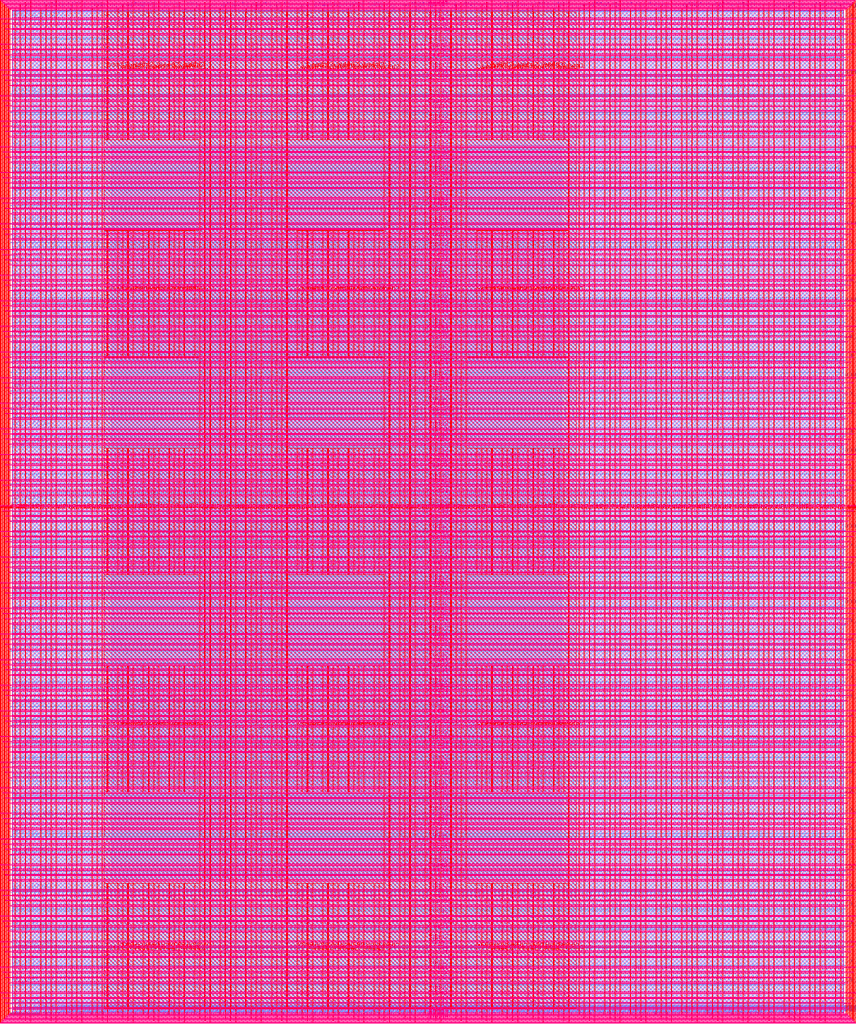
<source format=lef>
VERSION 5.7 ;
  NOWIREEXTENSIONATPIN ON ;
  DIVIDERCHAR "/" ;
  BUSBITCHARS "[]" ;
MACRO user_project_wrapper
  CLASS BLOCK ;
  FOREIGN user_project_wrapper ;
  ORIGIN 0.000 0.000 ;
  SIZE 2920.000 BY 3520.000 ;
  PIN analog_io[0]
    DIRECTION INOUT ;
    USE SIGNAL ;
    PORT
      LAYER met3 ;
        RECT 2917.600 1426.380 2924.800 1427.580 ;
    END
  END analog_io[0]
  PIN analog_io[10]
    DIRECTION INOUT ;
    USE SIGNAL ;
    PORT
      LAYER met2 ;
        RECT 2230.490 3517.600 2231.050 3524.800 ;
    END
  END analog_io[10]
  PIN analog_io[11]
    DIRECTION INOUT ;
    USE SIGNAL ;
    PORT
      LAYER met2 ;
        RECT 1905.730 3517.600 1906.290 3524.800 ;
    END
  END analog_io[11]
  PIN analog_io[12]
    DIRECTION INOUT ;
    USE SIGNAL ;
    PORT
      LAYER met2 ;
        RECT 1581.430 3517.600 1581.990 3524.800 ;
    END
  END analog_io[12]
  PIN analog_io[13]
    DIRECTION INOUT ;
    USE SIGNAL ;
    PORT
      LAYER met2 ;
        RECT 1257.130 3517.600 1257.690 3524.800 ;
    END
  END analog_io[13]
  PIN analog_io[14]
    DIRECTION INOUT ;
    USE SIGNAL ;
    PORT
      LAYER met2 ;
        RECT 932.370 3517.600 932.930 3524.800 ;
    END
  END analog_io[14]
  PIN analog_io[15]
    DIRECTION INOUT ;
    USE SIGNAL ;
    PORT
      LAYER met2 ;
        RECT 608.070 3517.600 608.630 3524.800 ;
    END
  END analog_io[15]
  PIN analog_io[16]
    DIRECTION INOUT ;
    USE SIGNAL ;
    PORT
      LAYER met2 ;
        RECT 283.770 3517.600 284.330 3524.800 ;
    END
  END analog_io[16]
  PIN analog_io[17]
    DIRECTION INOUT ;
    USE SIGNAL ;
    PORT
      LAYER met3 ;
        RECT -4.800 3486.100 2.400 3487.300 ;
    END
  END analog_io[17]
  PIN analog_io[18]
    DIRECTION INOUT ;
    USE SIGNAL ;
    PORT
      LAYER met3 ;
        RECT -4.800 3224.980 2.400 3226.180 ;
    END
  END analog_io[18]
  PIN analog_io[19]
    DIRECTION INOUT ;
    USE SIGNAL ;
    PORT
      LAYER met3 ;
        RECT -4.800 2964.540 2.400 2965.740 ;
    END
  END analog_io[19]
  PIN analog_io[1]
    DIRECTION INOUT ;
    USE SIGNAL ;
    PORT
      LAYER met3 ;
        RECT 2917.600 1692.260 2924.800 1693.460 ;
    END
  END analog_io[1]
  PIN analog_io[20]
    DIRECTION INOUT ;
    USE SIGNAL ;
    PORT
      LAYER met3 ;
        RECT -4.800 2703.420 2.400 2704.620 ;
    END
  END analog_io[20]
  PIN analog_io[21]
    DIRECTION INOUT ;
    USE SIGNAL ;
    PORT
      LAYER met3 ;
        RECT -4.800 2442.980 2.400 2444.180 ;
    END
  END analog_io[21]
  PIN analog_io[22]
    DIRECTION INOUT ;
    USE SIGNAL ;
    PORT
      LAYER met3 ;
        RECT -4.800 2182.540 2.400 2183.740 ;
    END
  END analog_io[22]
  PIN analog_io[23]
    DIRECTION INOUT ;
    USE SIGNAL ;
    PORT
      LAYER met3 ;
        RECT -4.800 1921.420 2.400 1922.620 ;
    END
  END analog_io[23]
  PIN analog_io[24]
    DIRECTION INOUT ;
    USE SIGNAL ;
    PORT
      LAYER met3 ;
        RECT -4.800 1660.980 2.400 1662.180 ;
    END
  END analog_io[24]
  PIN analog_io[25]
    DIRECTION INOUT ;
    USE SIGNAL ;
    PORT
      LAYER met3 ;
        RECT -4.800 1399.860 2.400 1401.060 ;
    END
  END analog_io[25]
  PIN analog_io[26]
    DIRECTION INOUT ;
    USE SIGNAL ;
    PORT
      LAYER met3 ;
        RECT -4.800 1139.420 2.400 1140.620 ;
    END
  END analog_io[26]
  PIN analog_io[27]
    DIRECTION INOUT ;
    USE SIGNAL ;
    PORT
      LAYER met3 ;
        RECT -4.800 878.980 2.400 880.180 ;
    END
  END analog_io[27]
  PIN analog_io[28]
    DIRECTION INOUT ;
    USE SIGNAL ;
    PORT
      LAYER met3 ;
        RECT -4.800 617.860 2.400 619.060 ;
    END
  END analog_io[28]
  PIN analog_io[2]
    DIRECTION INOUT ;
    USE SIGNAL ;
    PORT
      LAYER met3 ;
        RECT 2917.600 1958.140 2924.800 1959.340 ;
    END
  END analog_io[2]
  PIN analog_io[3]
    DIRECTION INOUT ;
    USE SIGNAL ;
    PORT
      LAYER met3 ;
        RECT 2917.600 2223.340 2924.800 2224.540 ;
    END
  END analog_io[3]
  PIN analog_io[4]
    DIRECTION INOUT ;
    USE SIGNAL ;
    PORT
      LAYER met3 ;
        RECT 2917.600 2489.220 2924.800 2490.420 ;
    END
  END analog_io[4]
  PIN analog_io[5]
    DIRECTION INOUT ;
    USE SIGNAL ;
    PORT
      LAYER met3 ;
        RECT 2917.600 2755.100 2924.800 2756.300 ;
    END
  END analog_io[5]
  PIN analog_io[6]
    DIRECTION INOUT ;
    USE SIGNAL ;
    PORT
      LAYER met3 ;
        RECT 2917.600 3020.300 2924.800 3021.500 ;
    END
  END analog_io[6]
  PIN analog_io[7]
    DIRECTION INOUT ;
    USE SIGNAL ;
    PORT
      LAYER met3 ;
        RECT 2917.600 3286.180 2924.800 3287.380 ;
    END
  END analog_io[7]
  PIN analog_io[8]
    DIRECTION INOUT ;
    USE SIGNAL ;
    PORT
      LAYER met2 ;
        RECT 2879.090 3517.600 2879.650 3524.800 ;
    END
  END analog_io[8]
  PIN analog_io[9]
    DIRECTION INOUT ;
    USE SIGNAL ;
    PORT
      LAYER met2 ;
        RECT 2554.790 3517.600 2555.350 3524.800 ;
    END
  END analog_io[9]
  PIN io_in[0]
    DIRECTION INPUT ;
    USE SIGNAL ;
    PORT
      LAYER met3 ;
        RECT 2917.600 32.380 2924.800 33.580 ;
    END
  END io_in[0]
  PIN io_in[10]
    DIRECTION INPUT ;
    USE SIGNAL ;
    PORT
      LAYER met3 ;
        RECT 2917.600 2289.980 2924.800 2291.180 ;
    END
  END io_in[10]
  PIN io_in[11]
    DIRECTION INPUT ;
    USE SIGNAL ;
    PORT
      LAYER met3 ;
        RECT 2917.600 2555.860 2924.800 2557.060 ;
    END
  END io_in[11]
  PIN io_in[12]
    DIRECTION INPUT ;
    USE SIGNAL ;
    PORT
      LAYER met3 ;
        RECT 2917.600 2821.060 2924.800 2822.260 ;
    END
  END io_in[12]
  PIN io_in[13]
    DIRECTION INPUT ;
    USE SIGNAL ;
    PORT
      LAYER met3 ;
        RECT 2917.600 3086.940 2924.800 3088.140 ;
    END
  END io_in[13]
  PIN io_in[14]
    DIRECTION INPUT ;
    USE SIGNAL ;
    PORT
      LAYER met3 ;
        RECT 2917.600 3352.820 2924.800 3354.020 ;
    END
  END io_in[14]
  PIN io_in[15]
    DIRECTION INPUT ;
    USE SIGNAL ;
    PORT
      LAYER met2 ;
        RECT 2798.130 3517.600 2798.690 3524.800 ;
    END
  END io_in[15]
  PIN io_in[16]
    DIRECTION INPUT ;
    USE SIGNAL ;
    PORT
      LAYER met2 ;
        RECT 2473.830 3517.600 2474.390 3524.800 ;
    END
  END io_in[16]
  PIN io_in[17]
    DIRECTION INPUT ;
    USE SIGNAL ;
    PORT
      LAYER met2 ;
        RECT 2149.070 3517.600 2149.630 3524.800 ;
    END
  END io_in[17]
  PIN io_in[18]
    DIRECTION INPUT ;
    USE SIGNAL ;
    PORT
      LAYER met2 ;
        RECT 1824.770 3517.600 1825.330 3524.800 ;
    END
  END io_in[18]
  PIN io_in[19]
    DIRECTION INPUT ;
    USE SIGNAL ;
    PORT
      LAYER met2 ;
        RECT 1500.470 3517.600 1501.030 3524.800 ;
    END
  END io_in[19]
  PIN io_in[1]
    DIRECTION INPUT ;
    USE SIGNAL ;
    PORT
      LAYER met3 ;
        RECT 2917.600 230.940 2924.800 232.140 ;
    END
  END io_in[1]
  PIN io_in[20]
    DIRECTION INPUT ;
    USE SIGNAL ;
    PORT
      LAYER met2 ;
        RECT 1175.710 3517.600 1176.270 3524.800 ;
    END
  END io_in[20]
  PIN io_in[21]
    DIRECTION INPUT ;
    USE SIGNAL ;
    PORT
      LAYER met2 ;
        RECT 851.410 3517.600 851.970 3524.800 ;
    END
  END io_in[21]
  PIN io_in[22]
    DIRECTION INPUT ;
    USE SIGNAL ;
    PORT
      LAYER met2 ;
        RECT 527.110 3517.600 527.670 3524.800 ;
    END
  END io_in[22]
  PIN io_in[23]
    DIRECTION INPUT ;
    USE SIGNAL ;
    PORT
      LAYER met2 ;
        RECT 202.350 3517.600 202.910 3524.800 ;
    END
  END io_in[23]
  PIN io_in[24]
    DIRECTION INPUT ;
    USE SIGNAL ;
    PORT
      LAYER met3 ;
        RECT -4.800 3420.820 2.400 3422.020 ;
    END
  END io_in[24]
  PIN io_in[25]
    DIRECTION INPUT ;
    USE SIGNAL ;
    PORT
      LAYER met3 ;
        RECT -4.800 3159.700 2.400 3160.900 ;
    END
  END io_in[25]
  PIN io_in[26]
    DIRECTION INPUT ;
    USE SIGNAL ;
    PORT
      LAYER met3 ;
        RECT -4.800 2899.260 2.400 2900.460 ;
    END
  END io_in[26]
  PIN io_in[27]
    DIRECTION INPUT ;
    USE SIGNAL ;
    PORT
      LAYER met3 ;
        RECT -4.800 2638.820 2.400 2640.020 ;
    END
  END io_in[27]
  PIN io_in[28]
    DIRECTION INPUT ;
    USE SIGNAL ;
    PORT
      LAYER met3 ;
        RECT -4.800 2377.700 2.400 2378.900 ;
    END
  END io_in[28]
  PIN io_in[29]
    DIRECTION INPUT ;
    USE SIGNAL ;
    PORT
      LAYER met3 ;
        RECT -4.800 2117.260 2.400 2118.460 ;
    END
  END io_in[29]
  PIN io_in[2]
    DIRECTION INPUT ;
    USE SIGNAL ;
    PORT
      LAYER met3 ;
        RECT 2917.600 430.180 2924.800 431.380 ;
    END
  END io_in[2]
  PIN io_in[30]
    DIRECTION INPUT ;
    USE SIGNAL ;
    PORT
      LAYER met3 ;
        RECT -4.800 1856.140 2.400 1857.340 ;
    END
  END io_in[30]
  PIN io_in[31]
    DIRECTION INPUT ;
    USE SIGNAL ;
    PORT
      LAYER met3 ;
        RECT -4.800 1595.700 2.400 1596.900 ;
    END
  END io_in[31]
  PIN io_in[32]
    DIRECTION INPUT ;
    USE SIGNAL ;
    PORT
      LAYER met3 ;
        RECT -4.800 1335.260 2.400 1336.460 ;
    END
  END io_in[32]
  PIN io_in[33]
    DIRECTION INPUT ;
    USE SIGNAL ;
    PORT
      LAYER met3 ;
        RECT -4.800 1074.140 2.400 1075.340 ;
    END
  END io_in[33]
  PIN io_in[34]
    DIRECTION INPUT ;
    USE SIGNAL ;
    PORT
      LAYER met3 ;
        RECT -4.800 813.700 2.400 814.900 ;
    END
  END io_in[34]
  PIN io_in[35]
    DIRECTION INPUT ;
    USE SIGNAL ;
    PORT
      LAYER met3 ;
        RECT -4.800 552.580 2.400 553.780 ;
    END
  END io_in[35]
  PIN io_in[36]
    DIRECTION INPUT ;
    USE SIGNAL ;
    PORT
      LAYER met3 ;
        RECT -4.800 357.420 2.400 358.620 ;
    END
  END io_in[36]
  PIN io_in[37]
    DIRECTION INPUT ;
    USE SIGNAL ;
    PORT
      LAYER met3 ;
        RECT -4.800 161.580 2.400 162.780 ;
    END
  END io_in[37]
  PIN io_in[3]
    DIRECTION INPUT ;
    USE SIGNAL ;
    PORT
      LAYER met3 ;
        RECT 2917.600 629.420 2924.800 630.620 ;
    END
  END io_in[3]
  PIN io_in[4]
    DIRECTION INPUT ;
    USE SIGNAL ;
    PORT
      LAYER met3 ;
        RECT 2917.600 828.660 2924.800 829.860 ;
    END
  END io_in[4]
  PIN io_in[5]
    DIRECTION INPUT ;
    USE SIGNAL ;
    PORT
      LAYER met3 ;
        RECT 2917.600 1027.900 2924.800 1029.100 ;
    END
  END io_in[5]
  PIN io_in[6]
    DIRECTION INPUT ;
    USE SIGNAL ;
    PORT
      LAYER met3 ;
        RECT 2917.600 1227.140 2924.800 1228.340 ;
    END
  END io_in[6]
  PIN io_in[7]
    DIRECTION INPUT ;
    USE SIGNAL ;
    PORT
      LAYER met3 ;
        RECT 2917.600 1493.020 2924.800 1494.220 ;
    END
  END io_in[7]
  PIN io_in[8]
    DIRECTION INPUT ;
    USE SIGNAL ;
    PORT
      LAYER met3 ;
        RECT 2917.600 1758.900 2924.800 1760.100 ;
    END
  END io_in[8]
  PIN io_in[9]
    DIRECTION INPUT ;
    USE SIGNAL ;
    PORT
      LAYER met3 ;
        RECT 2917.600 2024.100 2924.800 2025.300 ;
    END
  END io_in[9]
  PIN io_oeb[0]
    DIRECTION OUTPUT TRISTATE ;
    USE SIGNAL ;
    PORT
      LAYER met3 ;
        RECT 2917.600 164.980 2924.800 166.180 ;
    END
  END io_oeb[0]
  PIN io_oeb[10]
    DIRECTION OUTPUT TRISTATE ;
    USE SIGNAL ;
    PORT
      LAYER met3 ;
        RECT 2917.600 2422.580 2924.800 2423.780 ;
    END
  END io_oeb[10]
  PIN io_oeb[11]
    DIRECTION OUTPUT TRISTATE ;
    USE SIGNAL ;
    PORT
      LAYER met3 ;
        RECT 2917.600 2688.460 2924.800 2689.660 ;
    END
  END io_oeb[11]
  PIN io_oeb[12]
    DIRECTION OUTPUT TRISTATE ;
    USE SIGNAL ;
    PORT
      LAYER met3 ;
        RECT 2917.600 2954.340 2924.800 2955.540 ;
    END
  END io_oeb[12]
  PIN io_oeb[13]
    DIRECTION OUTPUT TRISTATE ;
    USE SIGNAL ;
    PORT
      LAYER met3 ;
        RECT 2917.600 3219.540 2924.800 3220.740 ;
    END
  END io_oeb[13]
  PIN io_oeb[14]
    DIRECTION OUTPUT TRISTATE ;
    USE SIGNAL ;
    PORT
      LAYER met3 ;
        RECT 2917.600 3485.420 2924.800 3486.620 ;
    END
  END io_oeb[14]
  PIN io_oeb[15]
    DIRECTION OUTPUT TRISTATE ;
    USE SIGNAL ;
    PORT
      LAYER met2 ;
        RECT 2635.750 3517.600 2636.310 3524.800 ;
    END
  END io_oeb[15]
  PIN io_oeb[16]
    DIRECTION OUTPUT TRISTATE ;
    USE SIGNAL ;
    PORT
      LAYER met2 ;
        RECT 2311.450 3517.600 2312.010 3524.800 ;
    END
  END io_oeb[16]
  PIN io_oeb[17]
    DIRECTION OUTPUT TRISTATE ;
    USE SIGNAL ;
    PORT
      LAYER met2 ;
        RECT 1987.150 3517.600 1987.710 3524.800 ;
    END
  END io_oeb[17]
  PIN io_oeb[18]
    DIRECTION OUTPUT TRISTATE ;
    USE SIGNAL ;
    PORT
      LAYER met2 ;
        RECT 1662.390 3517.600 1662.950 3524.800 ;
    END
  END io_oeb[18]
  PIN io_oeb[19]
    DIRECTION OUTPUT TRISTATE ;
    USE SIGNAL ;
    PORT
      LAYER met2 ;
        RECT 1338.090 3517.600 1338.650 3524.800 ;
    END
  END io_oeb[19]
  PIN io_oeb[1]
    DIRECTION OUTPUT TRISTATE ;
    USE SIGNAL ;
    PORT
      LAYER met3 ;
        RECT 2917.600 364.220 2924.800 365.420 ;
    END
  END io_oeb[1]
  PIN io_oeb[20]
    DIRECTION OUTPUT TRISTATE ;
    USE SIGNAL ;
    PORT
      LAYER met2 ;
        RECT 1013.790 3517.600 1014.350 3524.800 ;
    END
  END io_oeb[20]
  PIN io_oeb[21]
    DIRECTION OUTPUT TRISTATE ;
    USE SIGNAL ;
    PORT
      LAYER met2 ;
        RECT 689.030 3517.600 689.590 3524.800 ;
    END
  END io_oeb[21]
  PIN io_oeb[22]
    DIRECTION OUTPUT TRISTATE ;
    USE SIGNAL ;
    PORT
      LAYER met2 ;
        RECT 364.730 3517.600 365.290 3524.800 ;
    END
  END io_oeb[22]
  PIN io_oeb[23]
    DIRECTION OUTPUT TRISTATE ;
    USE SIGNAL ;
    PORT
      LAYER met2 ;
        RECT 40.430 3517.600 40.990 3524.800 ;
    END
  END io_oeb[23]
  PIN io_oeb[24]
    DIRECTION OUTPUT TRISTATE ;
    USE SIGNAL ;
    PORT
      LAYER met3 ;
        RECT -4.800 3290.260 2.400 3291.460 ;
    END
  END io_oeb[24]
  PIN io_oeb[25]
    DIRECTION OUTPUT TRISTATE ;
    USE SIGNAL ;
    PORT
      LAYER met3 ;
        RECT -4.800 3029.820 2.400 3031.020 ;
    END
  END io_oeb[25]
  PIN io_oeb[26]
    DIRECTION OUTPUT TRISTATE ;
    USE SIGNAL ;
    PORT
      LAYER met3 ;
        RECT -4.800 2768.700 2.400 2769.900 ;
    END
  END io_oeb[26]
  PIN io_oeb[27]
    DIRECTION OUTPUT TRISTATE ;
    USE SIGNAL ;
    PORT
      LAYER met3 ;
        RECT -4.800 2508.260 2.400 2509.460 ;
    END
  END io_oeb[27]
  PIN io_oeb[28]
    DIRECTION OUTPUT TRISTATE ;
    USE SIGNAL ;
    PORT
      LAYER met3 ;
        RECT -4.800 2247.140 2.400 2248.340 ;
    END
  END io_oeb[28]
  PIN io_oeb[29]
    DIRECTION OUTPUT TRISTATE ;
    USE SIGNAL ;
    PORT
      LAYER met3 ;
        RECT -4.800 1986.700 2.400 1987.900 ;
    END
  END io_oeb[29]
  PIN io_oeb[2]
    DIRECTION OUTPUT TRISTATE ;
    USE SIGNAL ;
    PORT
      LAYER met3 ;
        RECT 2917.600 563.460 2924.800 564.660 ;
    END
  END io_oeb[2]
  PIN io_oeb[30]
    DIRECTION OUTPUT TRISTATE ;
    USE SIGNAL ;
    PORT
      LAYER met3 ;
        RECT -4.800 1726.260 2.400 1727.460 ;
    END
  END io_oeb[30]
  PIN io_oeb[31]
    DIRECTION OUTPUT TRISTATE ;
    USE SIGNAL ;
    PORT
      LAYER met3 ;
        RECT -4.800 1465.140 2.400 1466.340 ;
    END
  END io_oeb[31]
  PIN io_oeb[32]
    DIRECTION OUTPUT TRISTATE ;
    USE SIGNAL ;
    PORT
      LAYER met3 ;
        RECT -4.800 1204.700 2.400 1205.900 ;
    END
  END io_oeb[32]
  PIN io_oeb[33]
    DIRECTION OUTPUT TRISTATE ;
    USE SIGNAL ;
    PORT
      LAYER met3 ;
        RECT -4.800 943.580 2.400 944.780 ;
    END
  END io_oeb[33]
  PIN io_oeb[34]
    DIRECTION OUTPUT TRISTATE ;
    USE SIGNAL ;
    PORT
      LAYER met3 ;
        RECT -4.800 683.140 2.400 684.340 ;
    END
  END io_oeb[34]
  PIN io_oeb[35]
    DIRECTION OUTPUT TRISTATE ;
    USE SIGNAL ;
    PORT
      LAYER met3 ;
        RECT -4.800 422.700 2.400 423.900 ;
    END
  END io_oeb[35]
  PIN io_oeb[36]
    DIRECTION OUTPUT TRISTATE ;
    USE SIGNAL ;
    PORT
      LAYER met3 ;
        RECT -4.800 226.860 2.400 228.060 ;
    END
  END io_oeb[36]
  PIN io_oeb[37]
    DIRECTION OUTPUT TRISTATE ;
    USE SIGNAL ;
    PORT
      LAYER met3 ;
        RECT -4.800 31.700 2.400 32.900 ;
    END
  END io_oeb[37]
  PIN io_oeb[3]
    DIRECTION OUTPUT TRISTATE ;
    USE SIGNAL ;
    PORT
      LAYER met3 ;
        RECT 2917.600 762.700 2924.800 763.900 ;
    END
  END io_oeb[3]
  PIN io_oeb[4]
    DIRECTION OUTPUT TRISTATE ;
    USE SIGNAL ;
    PORT
      LAYER met3 ;
        RECT 2917.600 961.940 2924.800 963.140 ;
    END
  END io_oeb[4]
  PIN io_oeb[5]
    DIRECTION OUTPUT TRISTATE ;
    USE SIGNAL ;
    PORT
      LAYER met3 ;
        RECT 2917.600 1161.180 2924.800 1162.380 ;
    END
  END io_oeb[5]
  PIN io_oeb[6]
    DIRECTION OUTPUT TRISTATE ;
    USE SIGNAL ;
    PORT
      LAYER met3 ;
        RECT 2917.600 1360.420 2924.800 1361.620 ;
    END
  END io_oeb[6]
  PIN io_oeb[7]
    DIRECTION OUTPUT TRISTATE ;
    USE SIGNAL ;
    PORT
      LAYER met3 ;
        RECT 2917.600 1625.620 2924.800 1626.820 ;
    END
  END io_oeb[7]
  PIN io_oeb[8]
    DIRECTION OUTPUT TRISTATE ;
    USE SIGNAL ;
    PORT
      LAYER met3 ;
        RECT 2917.600 1891.500 2924.800 1892.700 ;
    END
  END io_oeb[8]
  PIN io_oeb[9]
    DIRECTION OUTPUT TRISTATE ;
    USE SIGNAL ;
    PORT
      LAYER met3 ;
        RECT 2917.600 2157.380 2924.800 2158.580 ;
    END
  END io_oeb[9]
  PIN io_out[0]
    DIRECTION OUTPUT TRISTATE ;
    USE SIGNAL ;
    PORT
      LAYER met3 ;
        RECT 2917.600 98.340 2924.800 99.540 ;
    END
  END io_out[0]
  PIN io_out[10]
    DIRECTION OUTPUT TRISTATE ;
    USE SIGNAL ;
    PORT
      LAYER met3 ;
        RECT 2917.600 2356.620 2924.800 2357.820 ;
    END
  END io_out[10]
  PIN io_out[11]
    DIRECTION OUTPUT TRISTATE ;
    USE SIGNAL ;
    PORT
      LAYER met3 ;
        RECT 2917.600 2621.820 2924.800 2623.020 ;
    END
  END io_out[11]
  PIN io_out[12]
    DIRECTION OUTPUT TRISTATE ;
    USE SIGNAL ;
    PORT
      LAYER met3 ;
        RECT 2917.600 2887.700 2924.800 2888.900 ;
    END
  END io_out[12]
  PIN io_out[13]
    DIRECTION OUTPUT TRISTATE ;
    USE SIGNAL ;
    PORT
      LAYER met3 ;
        RECT 2917.600 3153.580 2924.800 3154.780 ;
    END
  END io_out[13]
  PIN io_out[14]
    DIRECTION OUTPUT TRISTATE ;
    USE SIGNAL ;
    PORT
      LAYER met3 ;
        RECT 2917.600 3418.780 2924.800 3419.980 ;
    END
  END io_out[14]
  PIN io_out[15]
    DIRECTION OUTPUT TRISTATE ;
    USE SIGNAL ;
    PORT
      LAYER met2 ;
        RECT 2717.170 3517.600 2717.730 3524.800 ;
    END
  END io_out[15]
  PIN io_out[16]
    DIRECTION OUTPUT TRISTATE ;
    USE SIGNAL ;
    PORT
      LAYER met2 ;
        RECT 2392.410 3517.600 2392.970 3524.800 ;
    END
  END io_out[16]
  PIN io_out[17]
    DIRECTION OUTPUT TRISTATE ;
    USE SIGNAL ;
    PORT
      LAYER met2 ;
        RECT 2068.110 3517.600 2068.670 3524.800 ;
    END
  END io_out[17]
  PIN io_out[18]
    DIRECTION OUTPUT TRISTATE ;
    USE SIGNAL ;
    PORT
      LAYER met2 ;
        RECT 1743.810 3517.600 1744.370 3524.800 ;
    END
  END io_out[18]
  PIN io_out[19]
    DIRECTION OUTPUT TRISTATE ;
    USE SIGNAL ;
    PORT
      LAYER met2 ;
        RECT 1419.050 3517.600 1419.610 3524.800 ;
    END
  END io_out[19]
  PIN io_out[1]
    DIRECTION OUTPUT TRISTATE ;
    USE SIGNAL ;
    PORT
      LAYER met3 ;
        RECT 2917.600 297.580 2924.800 298.780 ;
    END
  END io_out[1]
  PIN io_out[20]
    DIRECTION OUTPUT TRISTATE ;
    USE SIGNAL ;
    PORT
      LAYER met2 ;
        RECT 1094.750 3517.600 1095.310 3524.800 ;
    END
  END io_out[20]
  PIN io_out[21]
    DIRECTION OUTPUT TRISTATE ;
    USE SIGNAL ;
    PORT
      LAYER met2 ;
        RECT 770.450 3517.600 771.010 3524.800 ;
    END
  END io_out[21]
  PIN io_out[22]
    DIRECTION OUTPUT TRISTATE ;
    USE SIGNAL ;
    PORT
      LAYER met2 ;
        RECT 445.690 3517.600 446.250 3524.800 ;
    END
  END io_out[22]
  PIN io_out[23]
    DIRECTION OUTPUT TRISTATE ;
    USE SIGNAL ;
    PORT
      LAYER met2 ;
        RECT 121.390 3517.600 121.950 3524.800 ;
    END
  END io_out[23]
  PIN io_out[24]
    DIRECTION OUTPUT TRISTATE ;
    USE SIGNAL ;
    PORT
      LAYER met3 ;
        RECT -4.800 3355.540 2.400 3356.740 ;
    END
  END io_out[24]
  PIN io_out[25]
    DIRECTION OUTPUT TRISTATE ;
    USE SIGNAL ;
    PORT
      LAYER met3 ;
        RECT -4.800 3095.100 2.400 3096.300 ;
    END
  END io_out[25]
  PIN io_out[26]
    DIRECTION OUTPUT TRISTATE ;
    USE SIGNAL ;
    PORT
      LAYER met3 ;
        RECT -4.800 2833.980 2.400 2835.180 ;
    END
  END io_out[26]
  PIN io_out[27]
    DIRECTION OUTPUT TRISTATE ;
    USE SIGNAL ;
    PORT
      LAYER met3 ;
        RECT -4.800 2573.540 2.400 2574.740 ;
    END
  END io_out[27]
  PIN io_out[28]
    DIRECTION OUTPUT TRISTATE ;
    USE SIGNAL ;
    PORT
      LAYER met3 ;
        RECT -4.800 2312.420 2.400 2313.620 ;
    END
  END io_out[28]
  PIN io_out[29]
    DIRECTION OUTPUT TRISTATE ;
    USE SIGNAL ;
    PORT
      LAYER met3 ;
        RECT -4.800 2051.980 2.400 2053.180 ;
    END
  END io_out[29]
  PIN io_out[2]
    DIRECTION OUTPUT TRISTATE ;
    USE SIGNAL ;
    PORT
      LAYER met3 ;
        RECT 2917.600 496.820 2924.800 498.020 ;
    END
  END io_out[2]
  PIN io_out[30]
    DIRECTION OUTPUT TRISTATE ;
    USE SIGNAL ;
    PORT
      LAYER met3 ;
        RECT -4.800 1791.540 2.400 1792.740 ;
    END
  END io_out[30]
  PIN io_out[31]
    DIRECTION OUTPUT TRISTATE ;
    USE SIGNAL ;
    PORT
      LAYER met3 ;
        RECT -4.800 1530.420 2.400 1531.620 ;
    END
  END io_out[31]
  PIN io_out[32]
    DIRECTION OUTPUT TRISTATE ;
    USE SIGNAL ;
    PORT
      LAYER met3 ;
        RECT -4.800 1269.980 2.400 1271.180 ;
    END
  END io_out[32]
  PIN io_out[33]
    DIRECTION OUTPUT TRISTATE ;
    USE SIGNAL ;
    PORT
      LAYER met3 ;
        RECT -4.800 1008.860 2.400 1010.060 ;
    END
  END io_out[33]
  PIN io_out[34]
    DIRECTION OUTPUT TRISTATE ;
    USE SIGNAL ;
    PORT
      LAYER met3 ;
        RECT -4.800 748.420 2.400 749.620 ;
    END
  END io_out[34]
  PIN io_out[35]
    DIRECTION OUTPUT TRISTATE ;
    USE SIGNAL ;
    PORT
      LAYER met3 ;
        RECT -4.800 487.300 2.400 488.500 ;
    END
  END io_out[35]
  PIN io_out[36]
    DIRECTION OUTPUT TRISTATE ;
    USE SIGNAL ;
    PORT
      LAYER met3 ;
        RECT -4.800 292.140 2.400 293.340 ;
    END
  END io_out[36]
  PIN io_out[37]
    DIRECTION OUTPUT TRISTATE ;
    USE SIGNAL ;
    PORT
      LAYER met3 ;
        RECT -4.800 96.300 2.400 97.500 ;
    END
  END io_out[37]
  PIN io_out[3]
    DIRECTION OUTPUT TRISTATE ;
    USE SIGNAL ;
    PORT
      LAYER met3 ;
        RECT 2917.600 696.060 2924.800 697.260 ;
    END
  END io_out[3]
  PIN io_out[4]
    DIRECTION OUTPUT TRISTATE ;
    USE SIGNAL ;
    PORT
      LAYER met3 ;
        RECT 2917.600 895.300 2924.800 896.500 ;
    END
  END io_out[4]
  PIN io_out[5]
    DIRECTION OUTPUT TRISTATE ;
    USE SIGNAL ;
    PORT
      LAYER met3 ;
        RECT 2917.600 1094.540 2924.800 1095.740 ;
    END
  END io_out[5]
  PIN io_out[6]
    DIRECTION OUTPUT TRISTATE ;
    USE SIGNAL ;
    PORT
      LAYER met3 ;
        RECT 2917.600 1293.780 2924.800 1294.980 ;
    END
  END io_out[6]
  PIN io_out[7]
    DIRECTION OUTPUT TRISTATE ;
    USE SIGNAL ;
    PORT
      LAYER met3 ;
        RECT 2917.600 1559.660 2924.800 1560.860 ;
    END
  END io_out[7]
  PIN io_out[8]
    DIRECTION OUTPUT TRISTATE ;
    USE SIGNAL ;
    PORT
      LAYER met3 ;
        RECT 2917.600 1824.860 2924.800 1826.060 ;
    END
  END io_out[8]
  PIN io_out[9]
    DIRECTION OUTPUT TRISTATE ;
    USE SIGNAL ;
    PORT
      LAYER met3 ;
        RECT 2917.600 2090.740 2924.800 2091.940 ;
    END
  END io_out[9]
  PIN la_data_in[0]
    DIRECTION INPUT ;
    USE SIGNAL ;
    PORT
      LAYER met2 ;
        RECT 629.230 -4.800 629.790 2.400 ;
    END
  END la_data_in[0]
  PIN la_data_in[100]
    DIRECTION INPUT ;
    USE SIGNAL ;
    PORT
      LAYER met2 ;
        RECT 2402.530 -4.800 2403.090 2.400 ;
    END
  END la_data_in[100]
  PIN la_data_in[101]
    DIRECTION INPUT ;
    USE SIGNAL ;
    PORT
      LAYER met2 ;
        RECT 2420.010 -4.800 2420.570 2.400 ;
    END
  END la_data_in[101]
  PIN la_data_in[102]
    DIRECTION INPUT ;
    USE SIGNAL ;
    PORT
      LAYER met2 ;
        RECT 2437.950 -4.800 2438.510 2.400 ;
    END
  END la_data_in[102]
  PIN la_data_in[103]
    DIRECTION INPUT ;
    USE SIGNAL ;
    PORT
      LAYER met2 ;
        RECT 2455.430 -4.800 2455.990 2.400 ;
    END
  END la_data_in[103]
  PIN la_data_in[104]
    DIRECTION INPUT ;
    USE SIGNAL ;
    PORT
      LAYER met2 ;
        RECT 2473.370 -4.800 2473.930 2.400 ;
    END
  END la_data_in[104]
  PIN la_data_in[105]
    DIRECTION INPUT ;
    USE SIGNAL ;
    PORT
      LAYER met2 ;
        RECT 2490.850 -4.800 2491.410 2.400 ;
    END
  END la_data_in[105]
  PIN la_data_in[106]
    DIRECTION INPUT ;
    USE SIGNAL ;
    PORT
      LAYER met2 ;
        RECT 2508.790 -4.800 2509.350 2.400 ;
    END
  END la_data_in[106]
  PIN la_data_in[107]
    DIRECTION INPUT ;
    USE SIGNAL ;
    PORT
      LAYER met2 ;
        RECT 2526.730 -4.800 2527.290 2.400 ;
    END
  END la_data_in[107]
  PIN la_data_in[108]
    DIRECTION INPUT ;
    USE SIGNAL ;
    PORT
      LAYER met2 ;
        RECT 2544.210 -4.800 2544.770 2.400 ;
    END
  END la_data_in[108]
  PIN la_data_in[109]
    DIRECTION INPUT ;
    USE SIGNAL ;
    PORT
      LAYER met2 ;
        RECT 2562.150 -4.800 2562.710 2.400 ;
    END
  END la_data_in[109]
  PIN la_data_in[10]
    DIRECTION INPUT ;
    USE SIGNAL ;
    PORT
      LAYER met2 ;
        RECT 806.330 -4.800 806.890 2.400 ;
    END
  END la_data_in[10]
  PIN la_data_in[110]
    DIRECTION INPUT ;
    USE SIGNAL ;
    PORT
      LAYER met2 ;
        RECT 2579.630 -4.800 2580.190 2.400 ;
    END
  END la_data_in[110]
  PIN la_data_in[111]
    DIRECTION INPUT ;
    USE SIGNAL ;
    PORT
      LAYER met2 ;
        RECT 2597.570 -4.800 2598.130 2.400 ;
    END
  END la_data_in[111]
  PIN la_data_in[112]
    DIRECTION INPUT ;
    USE SIGNAL ;
    PORT
      LAYER met2 ;
        RECT 2615.050 -4.800 2615.610 2.400 ;
    END
  END la_data_in[112]
  PIN la_data_in[113]
    DIRECTION INPUT ;
    USE SIGNAL ;
    PORT
      LAYER met2 ;
        RECT 2632.990 -4.800 2633.550 2.400 ;
    END
  END la_data_in[113]
  PIN la_data_in[114]
    DIRECTION INPUT ;
    USE SIGNAL ;
    PORT
      LAYER met2 ;
        RECT 2650.470 -4.800 2651.030 2.400 ;
    END
  END la_data_in[114]
  PIN la_data_in[115]
    DIRECTION INPUT ;
    USE SIGNAL ;
    PORT
      LAYER met2 ;
        RECT 2668.410 -4.800 2668.970 2.400 ;
    END
  END la_data_in[115]
  PIN la_data_in[116]
    DIRECTION INPUT ;
    USE SIGNAL ;
    PORT
      LAYER met2 ;
        RECT 2685.890 -4.800 2686.450 2.400 ;
    END
  END la_data_in[116]
  PIN la_data_in[117]
    DIRECTION INPUT ;
    USE SIGNAL ;
    PORT
      LAYER met2 ;
        RECT 2703.830 -4.800 2704.390 2.400 ;
    END
  END la_data_in[117]
  PIN la_data_in[118]
    DIRECTION INPUT ;
    USE SIGNAL ;
    PORT
      LAYER met2 ;
        RECT 2721.770 -4.800 2722.330 2.400 ;
    END
  END la_data_in[118]
  PIN la_data_in[119]
    DIRECTION INPUT ;
    USE SIGNAL ;
    PORT
      LAYER met2 ;
        RECT 2739.250 -4.800 2739.810 2.400 ;
    END
  END la_data_in[119]
  PIN la_data_in[11]
    DIRECTION INPUT ;
    USE SIGNAL ;
    PORT
      LAYER met2 ;
        RECT 824.270 -4.800 824.830 2.400 ;
    END
  END la_data_in[11]
  PIN la_data_in[120]
    DIRECTION INPUT ;
    USE SIGNAL ;
    PORT
      LAYER met2 ;
        RECT 2757.190 -4.800 2757.750 2.400 ;
    END
  END la_data_in[120]
  PIN la_data_in[121]
    DIRECTION INPUT ;
    USE SIGNAL ;
    PORT
      LAYER met2 ;
        RECT 2774.670 -4.800 2775.230 2.400 ;
    END
  END la_data_in[121]
  PIN la_data_in[122]
    DIRECTION INPUT ;
    USE SIGNAL ;
    PORT
      LAYER met2 ;
        RECT 2792.610 -4.800 2793.170 2.400 ;
    END
  END la_data_in[122]
  PIN la_data_in[123]
    DIRECTION INPUT ;
    USE SIGNAL ;
    PORT
      LAYER met2 ;
        RECT 2810.090 -4.800 2810.650 2.400 ;
    END
  END la_data_in[123]
  PIN la_data_in[124]
    DIRECTION INPUT ;
    USE SIGNAL ;
    PORT
      LAYER met2 ;
        RECT 2828.030 -4.800 2828.590 2.400 ;
    END
  END la_data_in[124]
  PIN la_data_in[125]
    DIRECTION INPUT ;
    USE SIGNAL ;
    PORT
      LAYER met2 ;
        RECT 2845.510 -4.800 2846.070 2.400 ;
    END
  END la_data_in[125]
  PIN la_data_in[126]
    DIRECTION INPUT ;
    USE SIGNAL ;
    PORT
      LAYER met2 ;
        RECT 2863.450 -4.800 2864.010 2.400 ;
    END
  END la_data_in[126]
  PIN la_data_in[127]
    DIRECTION INPUT ;
    USE SIGNAL ;
    PORT
      LAYER met2 ;
        RECT 2881.390 -4.800 2881.950 2.400 ;
    END
  END la_data_in[127]
  PIN la_data_in[12]
    DIRECTION INPUT ;
    USE SIGNAL ;
    PORT
      LAYER met2 ;
        RECT 841.750 -4.800 842.310 2.400 ;
    END
  END la_data_in[12]
  PIN la_data_in[13]
    DIRECTION INPUT ;
    USE SIGNAL ;
    PORT
      LAYER met2 ;
        RECT 859.690 -4.800 860.250 2.400 ;
    END
  END la_data_in[13]
  PIN la_data_in[14]
    DIRECTION INPUT ;
    USE SIGNAL ;
    PORT
      LAYER met2 ;
        RECT 877.170 -4.800 877.730 2.400 ;
    END
  END la_data_in[14]
  PIN la_data_in[15]
    DIRECTION INPUT ;
    USE SIGNAL ;
    PORT
      LAYER met2 ;
        RECT 895.110 -4.800 895.670 2.400 ;
    END
  END la_data_in[15]
  PIN la_data_in[16]
    DIRECTION INPUT ;
    USE SIGNAL ;
    PORT
      LAYER met2 ;
        RECT 912.590 -4.800 913.150 2.400 ;
    END
  END la_data_in[16]
  PIN la_data_in[17]
    DIRECTION INPUT ;
    USE SIGNAL ;
    PORT
      LAYER met2 ;
        RECT 930.530 -4.800 931.090 2.400 ;
    END
  END la_data_in[17]
  PIN la_data_in[18]
    DIRECTION INPUT ;
    USE SIGNAL ;
    PORT
      LAYER met2 ;
        RECT 948.470 -4.800 949.030 2.400 ;
    END
  END la_data_in[18]
  PIN la_data_in[19]
    DIRECTION INPUT ;
    USE SIGNAL ;
    PORT
      LAYER met2 ;
        RECT 965.950 -4.800 966.510 2.400 ;
    END
  END la_data_in[19]
  PIN la_data_in[1]
    DIRECTION INPUT ;
    USE SIGNAL ;
    PORT
      LAYER met2 ;
        RECT 646.710 -4.800 647.270 2.400 ;
    END
  END la_data_in[1]
  PIN la_data_in[20]
    DIRECTION INPUT ;
    USE SIGNAL ;
    PORT
      LAYER met2 ;
        RECT 983.890 -4.800 984.450 2.400 ;
    END
  END la_data_in[20]
  PIN la_data_in[21]
    DIRECTION INPUT ;
    USE SIGNAL ;
    PORT
      LAYER met2 ;
        RECT 1001.370 -4.800 1001.930 2.400 ;
    END
  END la_data_in[21]
  PIN la_data_in[22]
    DIRECTION INPUT ;
    USE SIGNAL ;
    PORT
      LAYER met2 ;
        RECT 1019.310 -4.800 1019.870 2.400 ;
    END
  END la_data_in[22]
  PIN la_data_in[23]
    DIRECTION INPUT ;
    USE SIGNAL ;
    PORT
      LAYER met2 ;
        RECT 1036.790 -4.800 1037.350 2.400 ;
    END
  END la_data_in[23]
  PIN la_data_in[24]
    DIRECTION INPUT ;
    USE SIGNAL ;
    PORT
      LAYER met2 ;
        RECT 1054.730 -4.800 1055.290 2.400 ;
    END
  END la_data_in[24]
  PIN la_data_in[25]
    DIRECTION INPUT ;
    USE SIGNAL ;
    PORT
      LAYER met2 ;
        RECT 1072.210 -4.800 1072.770 2.400 ;
    END
  END la_data_in[25]
  PIN la_data_in[26]
    DIRECTION INPUT ;
    USE SIGNAL ;
    PORT
      LAYER met2 ;
        RECT 1090.150 -4.800 1090.710 2.400 ;
    END
  END la_data_in[26]
  PIN la_data_in[27]
    DIRECTION INPUT ;
    USE SIGNAL ;
    PORT
      LAYER met2 ;
        RECT 1107.630 -4.800 1108.190 2.400 ;
    END
  END la_data_in[27]
  PIN la_data_in[28]
    DIRECTION INPUT ;
    USE SIGNAL ;
    PORT
      LAYER met2 ;
        RECT 1125.570 -4.800 1126.130 2.400 ;
    END
  END la_data_in[28]
  PIN la_data_in[29]
    DIRECTION INPUT ;
    USE SIGNAL ;
    PORT
      LAYER met2 ;
        RECT 1143.510 -4.800 1144.070 2.400 ;
    END
  END la_data_in[29]
  PIN la_data_in[2]
    DIRECTION INPUT ;
    USE SIGNAL ;
    PORT
      LAYER met2 ;
        RECT 664.650 -4.800 665.210 2.400 ;
    END
  END la_data_in[2]
  PIN la_data_in[30]
    DIRECTION INPUT ;
    USE SIGNAL ;
    PORT
      LAYER met2 ;
        RECT 1160.990 -4.800 1161.550 2.400 ;
    END
  END la_data_in[30]
  PIN la_data_in[31]
    DIRECTION INPUT ;
    USE SIGNAL ;
    PORT
      LAYER met2 ;
        RECT 1178.930 -4.800 1179.490 2.400 ;
    END
  END la_data_in[31]
  PIN la_data_in[32]
    DIRECTION INPUT ;
    USE SIGNAL ;
    PORT
      LAYER met2 ;
        RECT 1196.410 -4.800 1196.970 2.400 ;
    END
  END la_data_in[32]
  PIN la_data_in[33]
    DIRECTION INPUT ;
    USE SIGNAL ;
    PORT
      LAYER met2 ;
        RECT 1214.350 -4.800 1214.910 2.400 ;
    END
  END la_data_in[33]
  PIN la_data_in[34]
    DIRECTION INPUT ;
    USE SIGNAL ;
    PORT
      LAYER met2 ;
        RECT 1231.830 -4.800 1232.390 2.400 ;
    END
  END la_data_in[34]
  PIN la_data_in[35]
    DIRECTION INPUT ;
    USE SIGNAL ;
    PORT
      LAYER met2 ;
        RECT 1249.770 -4.800 1250.330 2.400 ;
    END
  END la_data_in[35]
  PIN la_data_in[36]
    DIRECTION INPUT ;
    USE SIGNAL ;
    PORT
      LAYER met2 ;
        RECT 1267.250 -4.800 1267.810 2.400 ;
    END
  END la_data_in[36]
  PIN la_data_in[37]
    DIRECTION INPUT ;
    USE SIGNAL ;
    PORT
      LAYER met2 ;
        RECT 1285.190 -4.800 1285.750 2.400 ;
    END
  END la_data_in[37]
  PIN la_data_in[38]
    DIRECTION INPUT ;
    USE SIGNAL ;
    PORT
      LAYER met2 ;
        RECT 1303.130 -4.800 1303.690 2.400 ;
    END
  END la_data_in[38]
  PIN la_data_in[39]
    DIRECTION INPUT ;
    USE SIGNAL ;
    PORT
      LAYER met2 ;
        RECT 1320.610 -4.800 1321.170 2.400 ;
    END
  END la_data_in[39]
  PIN la_data_in[3]
    DIRECTION INPUT ;
    USE SIGNAL ;
    PORT
      LAYER met2 ;
        RECT 682.130 -4.800 682.690 2.400 ;
    END
  END la_data_in[3]
  PIN la_data_in[40]
    DIRECTION INPUT ;
    USE SIGNAL ;
    PORT
      LAYER met2 ;
        RECT 1338.550 -4.800 1339.110 2.400 ;
    END
  END la_data_in[40]
  PIN la_data_in[41]
    DIRECTION INPUT ;
    USE SIGNAL ;
    PORT
      LAYER met2 ;
        RECT 1356.030 -4.800 1356.590 2.400 ;
    END
  END la_data_in[41]
  PIN la_data_in[42]
    DIRECTION INPUT ;
    USE SIGNAL ;
    PORT
      LAYER met2 ;
        RECT 1373.970 -4.800 1374.530 2.400 ;
    END
  END la_data_in[42]
  PIN la_data_in[43]
    DIRECTION INPUT ;
    USE SIGNAL ;
    PORT
      LAYER met2 ;
        RECT 1391.450 -4.800 1392.010 2.400 ;
    END
  END la_data_in[43]
  PIN la_data_in[44]
    DIRECTION INPUT ;
    USE SIGNAL ;
    PORT
      LAYER met2 ;
        RECT 1409.390 -4.800 1409.950 2.400 ;
    END
  END la_data_in[44]
  PIN la_data_in[45]
    DIRECTION INPUT ;
    USE SIGNAL ;
    PORT
      LAYER met2 ;
        RECT 1426.870 -4.800 1427.430 2.400 ;
    END
  END la_data_in[45]
  PIN la_data_in[46]
    DIRECTION INPUT ;
    USE SIGNAL ;
    PORT
      LAYER met2 ;
        RECT 1444.810 -4.800 1445.370 2.400 ;
    END
  END la_data_in[46]
  PIN la_data_in[47]
    DIRECTION INPUT ;
    USE SIGNAL ;
    PORT
      LAYER met2 ;
        RECT 1462.750 -4.800 1463.310 2.400 ;
    END
  END la_data_in[47]
  PIN la_data_in[48]
    DIRECTION INPUT ;
    USE SIGNAL ;
    PORT
      LAYER met2 ;
        RECT 1480.230 -4.800 1480.790 2.400 ;
    END
  END la_data_in[48]
  PIN la_data_in[49]
    DIRECTION INPUT ;
    USE SIGNAL ;
    PORT
      LAYER met2 ;
        RECT 1498.170 -4.800 1498.730 2.400 ;
    END
  END la_data_in[49]
  PIN la_data_in[4]
    DIRECTION INPUT ;
    USE SIGNAL ;
    PORT
      LAYER met2 ;
        RECT 700.070 -4.800 700.630 2.400 ;
    END
  END la_data_in[4]
  PIN la_data_in[50]
    DIRECTION INPUT ;
    USE SIGNAL ;
    PORT
      LAYER met2 ;
        RECT 1515.650 -4.800 1516.210 2.400 ;
    END
  END la_data_in[50]
  PIN la_data_in[51]
    DIRECTION INPUT ;
    USE SIGNAL ;
    PORT
      LAYER met2 ;
        RECT 1533.590 -4.800 1534.150 2.400 ;
    END
  END la_data_in[51]
  PIN la_data_in[52]
    DIRECTION INPUT ;
    USE SIGNAL ;
    PORT
      LAYER met2 ;
        RECT 1551.070 -4.800 1551.630 2.400 ;
    END
  END la_data_in[52]
  PIN la_data_in[53]
    DIRECTION INPUT ;
    USE SIGNAL ;
    PORT
      LAYER met2 ;
        RECT 1569.010 -4.800 1569.570 2.400 ;
    END
  END la_data_in[53]
  PIN la_data_in[54]
    DIRECTION INPUT ;
    USE SIGNAL ;
    PORT
      LAYER met2 ;
        RECT 1586.490 -4.800 1587.050 2.400 ;
    END
  END la_data_in[54]
  PIN la_data_in[55]
    DIRECTION INPUT ;
    USE SIGNAL ;
    PORT
      LAYER met2 ;
        RECT 1604.430 -4.800 1604.990 2.400 ;
    END
  END la_data_in[55]
  PIN la_data_in[56]
    DIRECTION INPUT ;
    USE SIGNAL ;
    PORT
      LAYER met2 ;
        RECT 1621.910 -4.800 1622.470 2.400 ;
    END
  END la_data_in[56]
  PIN la_data_in[57]
    DIRECTION INPUT ;
    USE SIGNAL ;
    PORT
      LAYER met2 ;
        RECT 1639.850 -4.800 1640.410 2.400 ;
    END
  END la_data_in[57]
  PIN la_data_in[58]
    DIRECTION INPUT ;
    USE SIGNAL ;
    PORT
      LAYER met2 ;
        RECT 1657.790 -4.800 1658.350 2.400 ;
    END
  END la_data_in[58]
  PIN la_data_in[59]
    DIRECTION INPUT ;
    USE SIGNAL ;
    PORT
      LAYER met2 ;
        RECT 1675.270 -4.800 1675.830 2.400 ;
    END
  END la_data_in[59]
  PIN la_data_in[5]
    DIRECTION INPUT ;
    USE SIGNAL ;
    PORT
      LAYER met2 ;
        RECT 717.550 -4.800 718.110 2.400 ;
    END
  END la_data_in[5]
  PIN la_data_in[60]
    DIRECTION INPUT ;
    USE SIGNAL ;
    PORT
      LAYER met2 ;
        RECT 1693.210 -4.800 1693.770 2.400 ;
    END
  END la_data_in[60]
  PIN la_data_in[61]
    DIRECTION INPUT ;
    USE SIGNAL ;
    PORT
      LAYER met2 ;
        RECT 1710.690 -4.800 1711.250 2.400 ;
    END
  END la_data_in[61]
  PIN la_data_in[62]
    DIRECTION INPUT ;
    USE SIGNAL ;
    PORT
      LAYER met2 ;
        RECT 1728.630 -4.800 1729.190 2.400 ;
    END
  END la_data_in[62]
  PIN la_data_in[63]
    DIRECTION INPUT ;
    USE SIGNAL ;
    PORT
      LAYER met2 ;
        RECT 1746.110 -4.800 1746.670 2.400 ;
    END
  END la_data_in[63]
  PIN la_data_in[64]
    DIRECTION INPUT ;
    USE SIGNAL ;
    PORT
      LAYER met2 ;
        RECT 1764.050 -4.800 1764.610 2.400 ;
    END
  END la_data_in[64]
  PIN la_data_in[65]
    DIRECTION INPUT ;
    USE SIGNAL ;
    PORT
      LAYER met2 ;
        RECT 1781.530 -4.800 1782.090 2.400 ;
    END
  END la_data_in[65]
  PIN la_data_in[66]
    DIRECTION INPUT ;
    USE SIGNAL ;
    PORT
      LAYER met2 ;
        RECT 1799.470 -4.800 1800.030 2.400 ;
    END
  END la_data_in[66]
  PIN la_data_in[67]
    DIRECTION INPUT ;
    USE SIGNAL ;
    PORT
      LAYER met2 ;
        RECT 1817.410 -4.800 1817.970 2.400 ;
    END
  END la_data_in[67]
  PIN la_data_in[68]
    DIRECTION INPUT ;
    USE SIGNAL ;
    PORT
      LAYER met2 ;
        RECT 1834.890 -4.800 1835.450 2.400 ;
    END
  END la_data_in[68]
  PIN la_data_in[69]
    DIRECTION INPUT ;
    USE SIGNAL ;
    PORT
      LAYER met2 ;
        RECT 1852.830 -4.800 1853.390 2.400 ;
    END
  END la_data_in[69]
  PIN la_data_in[6]
    DIRECTION INPUT ;
    USE SIGNAL ;
    PORT
      LAYER met2 ;
        RECT 735.490 -4.800 736.050 2.400 ;
    END
  END la_data_in[6]
  PIN la_data_in[70]
    DIRECTION INPUT ;
    USE SIGNAL ;
    PORT
      LAYER met2 ;
        RECT 1870.310 -4.800 1870.870 2.400 ;
    END
  END la_data_in[70]
  PIN la_data_in[71]
    DIRECTION INPUT ;
    USE SIGNAL ;
    PORT
      LAYER met2 ;
        RECT 1888.250 -4.800 1888.810 2.400 ;
    END
  END la_data_in[71]
  PIN la_data_in[72]
    DIRECTION INPUT ;
    USE SIGNAL ;
    PORT
      LAYER met2 ;
        RECT 1905.730 -4.800 1906.290 2.400 ;
    END
  END la_data_in[72]
  PIN la_data_in[73]
    DIRECTION INPUT ;
    USE SIGNAL ;
    PORT
      LAYER met2 ;
        RECT 1923.670 -4.800 1924.230 2.400 ;
    END
  END la_data_in[73]
  PIN la_data_in[74]
    DIRECTION INPUT ;
    USE SIGNAL ;
    PORT
      LAYER met2 ;
        RECT 1941.150 -4.800 1941.710 2.400 ;
    END
  END la_data_in[74]
  PIN la_data_in[75]
    DIRECTION INPUT ;
    USE SIGNAL ;
    PORT
      LAYER met2 ;
        RECT 1959.090 -4.800 1959.650 2.400 ;
    END
  END la_data_in[75]
  PIN la_data_in[76]
    DIRECTION INPUT ;
    USE SIGNAL ;
    PORT
      LAYER met2 ;
        RECT 1976.570 -4.800 1977.130 2.400 ;
    END
  END la_data_in[76]
  PIN la_data_in[77]
    DIRECTION INPUT ;
    USE SIGNAL ;
    PORT
      LAYER met2 ;
        RECT 1994.510 -4.800 1995.070 2.400 ;
    END
  END la_data_in[77]
  PIN la_data_in[78]
    DIRECTION INPUT ;
    USE SIGNAL ;
    PORT
      LAYER met2 ;
        RECT 2012.450 -4.800 2013.010 2.400 ;
    END
  END la_data_in[78]
  PIN la_data_in[79]
    DIRECTION INPUT ;
    USE SIGNAL ;
    PORT
      LAYER met2 ;
        RECT 2029.930 -4.800 2030.490 2.400 ;
    END
  END la_data_in[79]
  PIN la_data_in[7]
    DIRECTION INPUT ;
    USE SIGNAL ;
    PORT
      LAYER met2 ;
        RECT 752.970 -4.800 753.530 2.400 ;
    END
  END la_data_in[7]
  PIN la_data_in[80]
    DIRECTION INPUT ;
    USE SIGNAL ;
    PORT
      LAYER met2 ;
        RECT 2047.870 -4.800 2048.430 2.400 ;
    END
  END la_data_in[80]
  PIN la_data_in[81]
    DIRECTION INPUT ;
    USE SIGNAL ;
    PORT
      LAYER met2 ;
        RECT 2065.350 -4.800 2065.910 2.400 ;
    END
  END la_data_in[81]
  PIN la_data_in[82]
    DIRECTION INPUT ;
    USE SIGNAL ;
    PORT
      LAYER met2 ;
        RECT 2083.290 -4.800 2083.850 2.400 ;
    END
  END la_data_in[82]
  PIN la_data_in[83]
    DIRECTION INPUT ;
    USE SIGNAL ;
    PORT
      LAYER met2 ;
        RECT 2100.770 -4.800 2101.330 2.400 ;
    END
  END la_data_in[83]
  PIN la_data_in[84]
    DIRECTION INPUT ;
    USE SIGNAL ;
    PORT
      LAYER met2 ;
        RECT 2118.710 -4.800 2119.270 2.400 ;
    END
  END la_data_in[84]
  PIN la_data_in[85]
    DIRECTION INPUT ;
    USE SIGNAL ;
    PORT
      LAYER met2 ;
        RECT 2136.190 -4.800 2136.750 2.400 ;
    END
  END la_data_in[85]
  PIN la_data_in[86]
    DIRECTION INPUT ;
    USE SIGNAL ;
    PORT
      LAYER met2 ;
        RECT 2154.130 -4.800 2154.690 2.400 ;
    END
  END la_data_in[86]
  PIN la_data_in[87]
    DIRECTION INPUT ;
    USE SIGNAL ;
    PORT
      LAYER met2 ;
        RECT 2172.070 -4.800 2172.630 2.400 ;
    END
  END la_data_in[87]
  PIN la_data_in[88]
    DIRECTION INPUT ;
    USE SIGNAL ;
    PORT
      LAYER met2 ;
        RECT 2189.550 -4.800 2190.110 2.400 ;
    END
  END la_data_in[88]
  PIN la_data_in[89]
    DIRECTION INPUT ;
    USE SIGNAL ;
    PORT
      LAYER met2 ;
        RECT 2207.490 -4.800 2208.050 2.400 ;
    END
  END la_data_in[89]
  PIN la_data_in[8]
    DIRECTION INPUT ;
    USE SIGNAL ;
    PORT
      LAYER met2 ;
        RECT 770.910 -4.800 771.470 2.400 ;
    END
  END la_data_in[8]
  PIN la_data_in[90]
    DIRECTION INPUT ;
    USE SIGNAL ;
    PORT
      LAYER met2 ;
        RECT 2224.970 -4.800 2225.530 2.400 ;
    END
  END la_data_in[90]
  PIN la_data_in[91]
    DIRECTION INPUT ;
    USE SIGNAL ;
    PORT
      LAYER met2 ;
        RECT 2242.910 -4.800 2243.470 2.400 ;
    END
  END la_data_in[91]
  PIN la_data_in[92]
    DIRECTION INPUT ;
    USE SIGNAL ;
    PORT
      LAYER met2 ;
        RECT 2260.390 -4.800 2260.950 2.400 ;
    END
  END la_data_in[92]
  PIN la_data_in[93]
    DIRECTION INPUT ;
    USE SIGNAL ;
    PORT
      LAYER met2 ;
        RECT 2278.330 -4.800 2278.890 2.400 ;
    END
  END la_data_in[93]
  PIN la_data_in[94]
    DIRECTION INPUT ;
    USE SIGNAL ;
    PORT
      LAYER met2 ;
        RECT 2295.810 -4.800 2296.370 2.400 ;
    END
  END la_data_in[94]
  PIN la_data_in[95]
    DIRECTION INPUT ;
    USE SIGNAL ;
    PORT
      LAYER met2 ;
        RECT 2313.750 -4.800 2314.310 2.400 ;
    END
  END la_data_in[95]
  PIN la_data_in[96]
    DIRECTION INPUT ;
    USE SIGNAL ;
    PORT
      LAYER met2 ;
        RECT 2331.230 -4.800 2331.790 2.400 ;
    END
  END la_data_in[96]
  PIN la_data_in[97]
    DIRECTION INPUT ;
    USE SIGNAL ;
    PORT
      LAYER met2 ;
        RECT 2349.170 -4.800 2349.730 2.400 ;
    END
  END la_data_in[97]
  PIN la_data_in[98]
    DIRECTION INPUT ;
    USE SIGNAL ;
    PORT
      LAYER met2 ;
        RECT 2367.110 -4.800 2367.670 2.400 ;
    END
  END la_data_in[98]
  PIN la_data_in[99]
    DIRECTION INPUT ;
    USE SIGNAL ;
    PORT
      LAYER met2 ;
        RECT 2384.590 -4.800 2385.150 2.400 ;
    END
  END la_data_in[99]
  PIN la_data_in[9]
    DIRECTION INPUT ;
    USE SIGNAL ;
    PORT
      LAYER met2 ;
        RECT 788.850 -4.800 789.410 2.400 ;
    END
  END la_data_in[9]
  PIN la_data_out[0]
    DIRECTION OUTPUT TRISTATE ;
    USE SIGNAL ;
    PORT
      LAYER met2 ;
        RECT 634.750 -4.800 635.310 2.400 ;
    END
  END la_data_out[0]
  PIN la_data_out[100]
    DIRECTION OUTPUT TRISTATE ;
    USE SIGNAL ;
    PORT
      LAYER met2 ;
        RECT 2408.510 -4.800 2409.070 2.400 ;
    END
  END la_data_out[100]
  PIN la_data_out[101]
    DIRECTION OUTPUT TRISTATE ;
    USE SIGNAL ;
    PORT
      LAYER met2 ;
        RECT 2425.990 -4.800 2426.550 2.400 ;
    END
  END la_data_out[101]
  PIN la_data_out[102]
    DIRECTION OUTPUT TRISTATE ;
    USE SIGNAL ;
    PORT
      LAYER met2 ;
        RECT 2443.930 -4.800 2444.490 2.400 ;
    END
  END la_data_out[102]
  PIN la_data_out[103]
    DIRECTION OUTPUT TRISTATE ;
    USE SIGNAL ;
    PORT
      LAYER met2 ;
        RECT 2461.410 -4.800 2461.970 2.400 ;
    END
  END la_data_out[103]
  PIN la_data_out[104]
    DIRECTION OUTPUT TRISTATE ;
    USE SIGNAL ;
    PORT
      LAYER met2 ;
        RECT 2479.350 -4.800 2479.910 2.400 ;
    END
  END la_data_out[104]
  PIN la_data_out[105]
    DIRECTION OUTPUT TRISTATE ;
    USE SIGNAL ;
    PORT
      LAYER met2 ;
        RECT 2496.830 -4.800 2497.390 2.400 ;
    END
  END la_data_out[105]
  PIN la_data_out[106]
    DIRECTION OUTPUT TRISTATE ;
    USE SIGNAL ;
    PORT
      LAYER met2 ;
        RECT 2514.770 -4.800 2515.330 2.400 ;
    END
  END la_data_out[106]
  PIN la_data_out[107]
    DIRECTION OUTPUT TRISTATE ;
    USE SIGNAL ;
    PORT
      LAYER met2 ;
        RECT 2532.250 -4.800 2532.810 2.400 ;
    END
  END la_data_out[107]
  PIN la_data_out[108]
    DIRECTION OUTPUT TRISTATE ;
    USE SIGNAL ;
    PORT
      LAYER met2 ;
        RECT 2550.190 -4.800 2550.750 2.400 ;
    END
  END la_data_out[108]
  PIN la_data_out[109]
    DIRECTION OUTPUT TRISTATE ;
    USE SIGNAL ;
    PORT
      LAYER met2 ;
        RECT 2567.670 -4.800 2568.230 2.400 ;
    END
  END la_data_out[109]
  PIN la_data_out[10]
    DIRECTION OUTPUT TRISTATE ;
    USE SIGNAL ;
    PORT
      LAYER met2 ;
        RECT 812.310 -4.800 812.870 2.400 ;
    END
  END la_data_out[10]
  PIN la_data_out[110]
    DIRECTION OUTPUT TRISTATE ;
    USE SIGNAL ;
    PORT
      LAYER met2 ;
        RECT 2585.610 -4.800 2586.170 2.400 ;
    END
  END la_data_out[110]
  PIN la_data_out[111]
    DIRECTION OUTPUT TRISTATE ;
    USE SIGNAL ;
    PORT
      LAYER met2 ;
        RECT 2603.550 -4.800 2604.110 2.400 ;
    END
  END la_data_out[111]
  PIN la_data_out[112]
    DIRECTION OUTPUT TRISTATE ;
    USE SIGNAL ;
    PORT
      LAYER met2 ;
        RECT 2621.030 -4.800 2621.590 2.400 ;
    END
  END la_data_out[112]
  PIN la_data_out[113]
    DIRECTION OUTPUT TRISTATE ;
    USE SIGNAL ;
    PORT
      LAYER met2 ;
        RECT 2638.970 -4.800 2639.530 2.400 ;
    END
  END la_data_out[113]
  PIN la_data_out[114]
    DIRECTION OUTPUT TRISTATE ;
    USE SIGNAL ;
    PORT
      LAYER met2 ;
        RECT 2656.450 -4.800 2657.010 2.400 ;
    END
  END la_data_out[114]
  PIN la_data_out[115]
    DIRECTION OUTPUT TRISTATE ;
    USE SIGNAL ;
    PORT
      LAYER met2 ;
        RECT 2674.390 -4.800 2674.950 2.400 ;
    END
  END la_data_out[115]
  PIN la_data_out[116]
    DIRECTION OUTPUT TRISTATE ;
    USE SIGNAL ;
    PORT
      LAYER met2 ;
        RECT 2691.870 -4.800 2692.430 2.400 ;
    END
  END la_data_out[116]
  PIN la_data_out[117]
    DIRECTION OUTPUT TRISTATE ;
    USE SIGNAL ;
    PORT
      LAYER met2 ;
        RECT 2709.810 -4.800 2710.370 2.400 ;
    END
  END la_data_out[117]
  PIN la_data_out[118]
    DIRECTION OUTPUT TRISTATE ;
    USE SIGNAL ;
    PORT
      LAYER met2 ;
        RECT 2727.290 -4.800 2727.850 2.400 ;
    END
  END la_data_out[118]
  PIN la_data_out[119]
    DIRECTION OUTPUT TRISTATE ;
    USE SIGNAL ;
    PORT
      LAYER met2 ;
        RECT 2745.230 -4.800 2745.790 2.400 ;
    END
  END la_data_out[119]
  PIN la_data_out[11]
    DIRECTION OUTPUT TRISTATE ;
    USE SIGNAL ;
    PORT
      LAYER met2 ;
        RECT 830.250 -4.800 830.810 2.400 ;
    END
  END la_data_out[11]
  PIN la_data_out[120]
    DIRECTION OUTPUT TRISTATE ;
    USE SIGNAL ;
    PORT
      LAYER met2 ;
        RECT 2763.170 -4.800 2763.730 2.400 ;
    END
  END la_data_out[120]
  PIN la_data_out[121]
    DIRECTION OUTPUT TRISTATE ;
    USE SIGNAL ;
    PORT
      LAYER met2 ;
        RECT 2780.650 -4.800 2781.210 2.400 ;
    END
  END la_data_out[121]
  PIN la_data_out[122]
    DIRECTION OUTPUT TRISTATE ;
    USE SIGNAL ;
    PORT
      LAYER met2 ;
        RECT 2798.590 -4.800 2799.150 2.400 ;
    END
  END la_data_out[122]
  PIN la_data_out[123]
    DIRECTION OUTPUT TRISTATE ;
    USE SIGNAL ;
    PORT
      LAYER met2 ;
        RECT 2816.070 -4.800 2816.630 2.400 ;
    END
  END la_data_out[123]
  PIN la_data_out[124]
    DIRECTION OUTPUT TRISTATE ;
    USE SIGNAL ;
    PORT
      LAYER met2 ;
        RECT 2834.010 -4.800 2834.570 2.400 ;
    END
  END la_data_out[124]
  PIN la_data_out[125]
    DIRECTION OUTPUT TRISTATE ;
    USE SIGNAL ;
    PORT
      LAYER met2 ;
        RECT 2851.490 -4.800 2852.050 2.400 ;
    END
  END la_data_out[125]
  PIN la_data_out[126]
    DIRECTION OUTPUT TRISTATE ;
    USE SIGNAL ;
    PORT
      LAYER met2 ;
        RECT 2869.430 -4.800 2869.990 2.400 ;
    END
  END la_data_out[126]
  PIN la_data_out[127]
    DIRECTION OUTPUT TRISTATE ;
    USE SIGNAL ;
    PORT
      LAYER met2 ;
        RECT 2886.910 -4.800 2887.470 2.400 ;
    END
  END la_data_out[127]
  PIN la_data_out[12]
    DIRECTION OUTPUT TRISTATE ;
    USE SIGNAL ;
    PORT
      LAYER met2 ;
        RECT 847.730 -4.800 848.290 2.400 ;
    END
  END la_data_out[12]
  PIN la_data_out[13]
    DIRECTION OUTPUT TRISTATE ;
    USE SIGNAL ;
    PORT
      LAYER met2 ;
        RECT 865.670 -4.800 866.230 2.400 ;
    END
  END la_data_out[13]
  PIN la_data_out[14]
    DIRECTION OUTPUT TRISTATE ;
    USE SIGNAL ;
    PORT
      LAYER met2 ;
        RECT 883.150 -4.800 883.710 2.400 ;
    END
  END la_data_out[14]
  PIN la_data_out[15]
    DIRECTION OUTPUT TRISTATE ;
    USE SIGNAL ;
    PORT
      LAYER met2 ;
        RECT 901.090 -4.800 901.650 2.400 ;
    END
  END la_data_out[15]
  PIN la_data_out[16]
    DIRECTION OUTPUT TRISTATE ;
    USE SIGNAL ;
    PORT
      LAYER met2 ;
        RECT 918.570 -4.800 919.130 2.400 ;
    END
  END la_data_out[16]
  PIN la_data_out[17]
    DIRECTION OUTPUT TRISTATE ;
    USE SIGNAL ;
    PORT
      LAYER met2 ;
        RECT 936.510 -4.800 937.070 2.400 ;
    END
  END la_data_out[17]
  PIN la_data_out[18]
    DIRECTION OUTPUT TRISTATE ;
    USE SIGNAL ;
    PORT
      LAYER met2 ;
        RECT 953.990 -4.800 954.550 2.400 ;
    END
  END la_data_out[18]
  PIN la_data_out[19]
    DIRECTION OUTPUT TRISTATE ;
    USE SIGNAL ;
    PORT
      LAYER met2 ;
        RECT 971.930 -4.800 972.490 2.400 ;
    END
  END la_data_out[19]
  PIN la_data_out[1]
    DIRECTION OUTPUT TRISTATE ;
    USE SIGNAL ;
    PORT
      LAYER met2 ;
        RECT 652.690 -4.800 653.250 2.400 ;
    END
  END la_data_out[1]
  PIN la_data_out[20]
    DIRECTION OUTPUT TRISTATE ;
    USE SIGNAL ;
    PORT
      LAYER met2 ;
        RECT 989.410 -4.800 989.970 2.400 ;
    END
  END la_data_out[20]
  PIN la_data_out[21]
    DIRECTION OUTPUT TRISTATE ;
    USE SIGNAL ;
    PORT
      LAYER met2 ;
        RECT 1007.350 -4.800 1007.910 2.400 ;
    END
  END la_data_out[21]
  PIN la_data_out[22]
    DIRECTION OUTPUT TRISTATE ;
    USE SIGNAL ;
    PORT
      LAYER met2 ;
        RECT 1025.290 -4.800 1025.850 2.400 ;
    END
  END la_data_out[22]
  PIN la_data_out[23]
    DIRECTION OUTPUT TRISTATE ;
    USE SIGNAL ;
    PORT
      LAYER met2 ;
        RECT 1042.770 -4.800 1043.330 2.400 ;
    END
  END la_data_out[23]
  PIN la_data_out[24]
    DIRECTION OUTPUT TRISTATE ;
    USE SIGNAL ;
    PORT
      LAYER met2 ;
        RECT 1060.710 -4.800 1061.270 2.400 ;
    END
  END la_data_out[24]
  PIN la_data_out[25]
    DIRECTION OUTPUT TRISTATE ;
    USE SIGNAL ;
    PORT
      LAYER met2 ;
        RECT 1078.190 -4.800 1078.750 2.400 ;
    END
  END la_data_out[25]
  PIN la_data_out[26]
    DIRECTION OUTPUT TRISTATE ;
    USE SIGNAL ;
    PORT
      LAYER met2 ;
        RECT 1096.130 -4.800 1096.690 2.400 ;
    END
  END la_data_out[26]
  PIN la_data_out[27]
    DIRECTION OUTPUT TRISTATE ;
    USE SIGNAL ;
    PORT
      LAYER met2 ;
        RECT 1113.610 -4.800 1114.170 2.400 ;
    END
  END la_data_out[27]
  PIN la_data_out[28]
    DIRECTION OUTPUT TRISTATE ;
    USE SIGNAL ;
    PORT
      LAYER met2 ;
        RECT 1131.550 -4.800 1132.110 2.400 ;
    END
  END la_data_out[28]
  PIN la_data_out[29]
    DIRECTION OUTPUT TRISTATE ;
    USE SIGNAL ;
    PORT
      LAYER met2 ;
        RECT 1149.030 -4.800 1149.590 2.400 ;
    END
  END la_data_out[29]
  PIN la_data_out[2]
    DIRECTION OUTPUT TRISTATE ;
    USE SIGNAL ;
    PORT
      LAYER met2 ;
        RECT 670.630 -4.800 671.190 2.400 ;
    END
  END la_data_out[2]
  PIN la_data_out[30]
    DIRECTION OUTPUT TRISTATE ;
    USE SIGNAL ;
    PORT
      LAYER met2 ;
        RECT 1166.970 -4.800 1167.530 2.400 ;
    END
  END la_data_out[30]
  PIN la_data_out[31]
    DIRECTION OUTPUT TRISTATE ;
    USE SIGNAL ;
    PORT
      LAYER met2 ;
        RECT 1184.910 -4.800 1185.470 2.400 ;
    END
  END la_data_out[31]
  PIN la_data_out[32]
    DIRECTION OUTPUT TRISTATE ;
    USE SIGNAL ;
    PORT
      LAYER met2 ;
        RECT 1202.390 -4.800 1202.950 2.400 ;
    END
  END la_data_out[32]
  PIN la_data_out[33]
    DIRECTION OUTPUT TRISTATE ;
    USE SIGNAL ;
    PORT
      LAYER met2 ;
        RECT 1220.330 -4.800 1220.890 2.400 ;
    END
  END la_data_out[33]
  PIN la_data_out[34]
    DIRECTION OUTPUT TRISTATE ;
    USE SIGNAL ;
    PORT
      LAYER met2 ;
        RECT 1237.810 -4.800 1238.370 2.400 ;
    END
  END la_data_out[34]
  PIN la_data_out[35]
    DIRECTION OUTPUT TRISTATE ;
    USE SIGNAL ;
    PORT
      LAYER met2 ;
        RECT 1255.750 -4.800 1256.310 2.400 ;
    END
  END la_data_out[35]
  PIN la_data_out[36]
    DIRECTION OUTPUT TRISTATE ;
    USE SIGNAL ;
    PORT
      LAYER met2 ;
        RECT 1273.230 -4.800 1273.790 2.400 ;
    END
  END la_data_out[36]
  PIN la_data_out[37]
    DIRECTION OUTPUT TRISTATE ;
    USE SIGNAL ;
    PORT
      LAYER met2 ;
        RECT 1291.170 -4.800 1291.730 2.400 ;
    END
  END la_data_out[37]
  PIN la_data_out[38]
    DIRECTION OUTPUT TRISTATE ;
    USE SIGNAL ;
    PORT
      LAYER met2 ;
        RECT 1308.650 -4.800 1309.210 2.400 ;
    END
  END la_data_out[38]
  PIN la_data_out[39]
    DIRECTION OUTPUT TRISTATE ;
    USE SIGNAL ;
    PORT
      LAYER met2 ;
        RECT 1326.590 -4.800 1327.150 2.400 ;
    END
  END la_data_out[39]
  PIN la_data_out[3]
    DIRECTION OUTPUT TRISTATE ;
    USE SIGNAL ;
    PORT
      LAYER met2 ;
        RECT 688.110 -4.800 688.670 2.400 ;
    END
  END la_data_out[3]
  PIN la_data_out[40]
    DIRECTION OUTPUT TRISTATE ;
    USE SIGNAL ;
    PORT
      LAYER met2 ;
        RECT 1344.070 -4.800 1344.630 2.400 ;
    END
  END la_data_out[40]
  PIN la_data_out[41]
    DIRECTION OUTPUT TRISTATE ;
    USE SIGNAL ;
    PORT
      LAYER met2 ;
        RECT 1362.010 -4.800 1362.570 2.400 ;
    END
  END la_data_out[41]
  PIN la_data_out[42]
    DIRECTION OUTPUT TRISTATE ;
    USE SIGNAL ;
    PORT
      LAYER met2 ;
        RECT 1379.950 -4.800 1380.510 2.400 ;
    END
  END la_data_out[42]
  PIN la_data_out[43]
    DIRECTION OUTPUT TRISTATE ;
    USE SIGNAL ;
    PORT
      LAYER met2 ;
        RECT 1397.430 -4.800 1397.990 2.400 ;
    END
  END la_data_out[43]
  PIN la_data_out[44]
    DIRECTION OUTPUT TRISTATE ;
    USE SIGNAL ;
    PORT
      LAYER met2 ;
        RECT 1415.370 -4.800 1415.930 2.400 ;
    END
  END la_data_out[44]
  PIN la_data_out[45]
    DIRECTION OUTPUT TRISTATE ;
    USE SIGNAL ;
    PORT
      LAYER met2 ;
        RECT 1432.850 -4.800 1433.410 2.400 ;
    END
  END la_data_out[45]
  PIN la_data_out[46]
    DIRECTION OUTPUT TRISTATE ;
    USE SIGNAL ;
    PORT
      LAYER met2 ;
        RECT 1450.790 -4.800 1451.350 2.400 ;
    END
  END la_data_out[46]
  PIN la_data_out[47]
    DIRECTION OUTPUT TRISTATE ;
    USE SIGNAL ;
    PORT
      LAYER met2 ;
        RECT 1468.270 -4.800 1468.830 2.400 ;
    END
  END la_data_out[47]
  PIN la_data_out[48]
    DIRECTION OUTPUT TRISTATE ;
    USE SIGNAL ;
    PORT
      LAYER met2 ;
        RECT 1486.210 -4.800 1486.770 2.400 ;
    END
  END la_data_out[48]
  PIN la_data_out[49]
    DIRECTION OUTPUT TRISTATE ;
    USE SIGNAL ;
    PORT
      LAYER met2 ;
        RECT 1503.690 -4.800 1504.250 2.400 ;
    END
  END la_data_out[49]
  PIN la_data_out[4]
    DIRECTION OUTPUT TRISTATE ;
    USE SIGNAL ;
    PORT
      LAYER met2 ;
        RECT 706.050 -4.800 706.610 2.400 ;
    END
  END la_data_out[4]
  PIN la_data_out[50]
    DIRECTION OUTPUT TRISTATE ;
    USE SIGNAL ;
    PORT
      LAYER met2 ;
        RECT 1521.630 -4.800 1522.190 2.400 ;
    END
  END la_data_out[50]
  PIN la_data_out[51]
    DIRECTION OUTPUT TRISTATE ;
    USE SIGNAL ;
    PORT
      LAYER met2 ;
        RECT 1539.570 -4.800 1540.130 2.400 ;
    END
  END la_data_out[51]
  PIN la_data_out[52]
    DIRECTION OUTPUT TRISTATE ;
    USE SIGNAL ;
    PORT
      LAYER met2 ;
        RECT 1557.050 -4.800 1557.610 2.400 ;
    END
  END la_data_out[52]
  PIN la_data_out[53]
    DIRECTION OUTPUT TRISTATE ;
    USE SIGNAL ;
    PORT
      LAYER met2 ;
        RECT 1574.990 -4.800 1575.550 2.400 ;
    END
  END la_data_out[53]
  PIN la_data_out[54]
    DIRECTION OUTPUT TRISTATE ;
    USE SIGNAL ;
    PORT
      LAYER met2 ;
        RECT 1592.470 -4.800 1593.030 2.400 ;
    END
  END la_data_out[54]
  PIN la_data_out[55]
    DIRECTION OUTPUT TRISTATE ;
    USE SIGNAL ;
    PORT
      LAYER met2 ;
        RECT 1610.410 -4.800 1610.970 2.400 ;
    END
  END la_data_out[55]
  PIN la_data_out[56]
    DIRECTION OUTPUT TRISTATE ;
    USE SIGNAL ;
    PORT
      LAYER met2 ;
        RECT 1627.890 -4.800 1628.450 2.400 ;
    END
  END la_data_out[56]
  PIN la_data_out[57]
    DIRECTION OUTPUT TRISTATE ;
    USE SIGNAL ;
    PORT
      LAYER met2 ;
        RECT 1645.830 -4.800 1646.390 2.400 ;
    END
  END la_data_out[57]
  PIN la_data_out[58]
    DIRECTION OUTPUT TRISTATE ;
    USE SIGNAL ;
    PORT
      LAYER met2 ;
        RECT 1663.310 -4.800 1663.870 2.400 ;
    END
  END la_data_out[58]
  PIN la_data_out[59]
    DIRECTION OUTPUT TRISTATE ;
    USE SIGNAL ;
    PORT
      LAYER met2 ;
        RECT 1681.250 -4.800 1681.810 2.400 ;
    END
  END la_data_out[59]
  PIN la_data_out[5]
    DIRECTION OUTPUT TRISTATE ;
    USE SIGNAL ;
    PORT
      LAYER met2 ;
        RECT 723.530 -4.800 724.090 2.400 ;
    END
  END la_data_out[5]
  PIN la_data_out[60]
    DIRECTION OUTPUT TRISTATE ;
    USE SIGNAL ;
    PORT
      LAYER met2 ;
        RECT 1699.190 -4.800 1699.750 2.400 ;
    END
  END la_data_out[60]
  PIN la_data_out[61]
    DIRECTION OUTPUT TRISTATE ;
    USE SIGNAL ;
    PORT
      LAYER met2 ;
        RECT 1716.670 -4.800 1717.230 2.400 ;
    END
  END la_data_out[61]
  PIN la_data_out[62]
    DIRECTION OUTPUT TRISTATE ;
    USE SIGNAL ;
    PORT
      LAYER met2 ;
        RECT 1734.610 -4.800 1735.170 2.400 ;
    END
  END la_data_out[62]
  PIN la_data_out[63]
    DIRECTION OUTPUT TRISTATE ;
    USE SIGNAL ;
    PORT
      LAYER met2 ;
        RECT 1752.090 -4.800 1752.650 2.400 ;
    END
  END la_data_out[63]
  PIN la_data_out[64]
    DIRECTION OUTPUT TRISTATE ;
    USE SIGNAL ;
    PORT
      LAYER met2 ;
        RECT 1770.030 -4.800 1770.590 2.400 ;
    END
  END la_data_out[64]
  PIN la_data_out[65]
    DIRECTION OUTPUT TRISTATE ;
    USE SIGNAL ;
    PORT
      LAYER met2 ;
        RECT 1787.510 -4.800 1788.070 2.400 ;
    END
  END la_data_out[65]
  PIN la_data_out[66]
    DIRECTION OUTPUT TRISTATE ;
    USE SIGNAL ;
    PORT
      LAYER met2 ;
        RECT 1805.450 -4.800 1806.010 2.400 ;
    END
  END la_data_out[66]
  PIN la_data_out[67]
    DIRECTION OUTPUT TRISTATE ;
    USE SIGNAL ;
    PORT
      LAYER met2 ;
        RECT 1822.930 -4.800 1823.490 2.400 ;
    END
  END la_data_out[67]
  PIN la_data_out[68]
    DIRECTION OUTPUT TRISTATE ;
    USE SIGNAL ;
    PORT
      LAYER met2 ;
        RECT 1840.870 -4.800 1841.430 2.400 ;
    END
  END la_data_out[68]
  PIN la_data_out[69]
    DIRECTION OUTPUT TRISTATE ;
    USE SIGNAL ;
    PORT
      LAYER met2 ;
        RECT 1858.350 -4.800 1858.910 2.400 ;
    END
  END la_data_out[69]
  PIN la_data_out[6]
    DIRECTION OUTPUT TRISTATE ;
    USE SIGNAL ;
    PORT
      LAYER met2 ;
        RECT 741.470 -4.800 742.030 2.400 ;
    END
  END la_data_out[6]
  PIN la_data_out[70]
    DIRECTION OUTPUT TRISTATE ;
    USE SIGNAL ;
    PORT
      LAYER met2 ;
        RECT 1876.290 -4.800 1876.850 2.400 ;
    END
  END la_data_out[70]
  PIN la_data_out[71]
    DIRECTION OUTPUT TRISTATE ;
    USE SIGNAL ;
    PORT
      LAYER met2 ;
        RECT 1894.230 -4.800 1894.790 2.400 ;
    END
  END la_data_out[71]
  PIN la_data_out[72]
    DIRECTION OUTPUT TRISTATE ;
    USE SIGNAL ;
    PORT
      LAYER met2 ;
        RECT 1911.710 -4.800 1912.270 2.400 ;
    END
  END la_data_out[72]
  PIN la_data_out[73]
    DIRECTION OUTPUT TRISTATE ;
    USE SIGNAL ;
    PORT
      LAYER met2 ;
        RECT 1929.650 -4.800 1930.210 2.400 ;
    END
  END la_data_out[73]
  PIN la_data_out[74]
    DIRECTION OUTPUT TRISTATE ;
    USE SIGNAL ;
    PORT
      LAYER met2 ;
        RECT 1947.130 -4.800 1947.690 2.400 ;
    END
  END la_data_out[74]
  PIN la_data_out[75]
    DIRECTION OUTPUT TRISTATE ;
    USE SIGNAL ;
    PORT
      LAYER met2 ;
        RECT 1965.070 -4.800 1965.630 2.400 ;
    END
  END la_data_out[75]
  PIN la_data_out[76]
    DIRECTION OUTPUT TRISTATE ;
    USE SIGNAL ;
    PORT
      LAYER met2 ;
        RECT 1982.550 -4.800 1983.110 2.400 ;
    END
  END la_data_out[76]
  PIN la_data_out[77]
    DIRECTION OUTPUT TRISTATE ;
    USE SIGNAL ;
    PORT
      LAYER met2 ;
        RECT 2000.490 -4.800 2001.050 2.400 ;
    END
  END la_data_out[77]
  PIN la_data_out[78]
    DIRECTION OUTPUT TRISTATE ;
    USE SIGNAL ;
    PORT
      LAYER met2 ;
        RECT 2017.970 -4.800 2018.530 2.400 ;
    END
  END la_data_out[78]
  PIN la_data_out[79]
    DIRECTION OUTPUT TRISTATE ;
    USE SIGNAL ;
    PORT
      LAYER met2 ;
        RECT 2035.910 -4.800 2036.470 2.400 ;
    END
  END la_data_out[79]
  PIN la_data_out[7]
    DIRECTION OUTPUT TRISTATE ;
    USE SIGNAL ;
    PORT
      LAYER met2 ;
        RECT 758.950 -4.800 759.510 2.400 ;
    END
  END la_data_out[7]
  PIN la_data_out[80]
    DIRECTION OUTPUT TRISTATE ;
    USE SIGNAL ;
    PORT
      LAYER met2 ;
        RECT 2053.850 -4.800 2054.410 2.400 ;
    END
  END la_data_out[80]
  PIN la_data_out[81]
    DIRECTION OUTPUT TRISTATE ;
    USE SIGNAL ;
    PORT
      LAYER met2 ;
        RECT 2071.330 -4.800 2071.890 2.400 ;
    END
  END la_data_out[81]
  PIN la_data_out[82]
    DIRECTION OUTPUT TRISTATE ;
    USE SIGNAL ;
    PORT
      LAYER met2 ;
        RECT 2089.270 -4.800 2089.830 2.400 ;
    END
  END la_data_out[82]
  PIN la_data_out[83]
    DIRECTION OUTPUT TRISTATE ;
    USE SIGNAL ;
    PORT
      LAYER met2 ;
        RECT 2106.750 -4.800 2107.310 2.400 ;
    END
  END la_data_out[83]
  PIN la_data_out[84]
    DIRECTION OUTPUT TRISTATE ;
    USE SIGNAL ;
    PORT
      LAYER met2 ;
        RECT 2124.690 -4.800 2125.250 2.400 ;
    END
  END la_data_out[84]
  PIN la_data_out[85]
    DIRECTION OUTPUT TRISTATE ;
    USE SIGNAL ;
    PORT
      LAYER met2 ;
        RECT 2142.170 -4.800 2142.730 2.400 ;
    END
  END la_data_out[85]
  PIN la_data_out[86]
    DIRECTION OUTPUT TRISTATE ;
    USE SIGNAL ;
    PORT
      LAYER met2 ;
        RECT 2160.110 -4.800 2160.670 2.400 ;
    END
  END la_data_out[86]
  PIN la_data_out[87]
    DIRECTION OUTPUT TRISTATE ;
    USE SIGNAL ;
    PORT
      LAYER met2 ;
        RECT 2177.590 -4.800 2178.150 2.400 ;
    END
  END la_data_out[87]
  PIN la_data_out[88]
    DIRECTION OUTPUT TRISTATE ;
    USE SIGNAL ;
    PORT
      LAYER met2 ;
        RECT 2195.530 -4.800 2196.090 2.400 ;
    END
  END la_data_out[88]
  PIN la_data_out[89]
    DIRECTION OUTPUT TRISTATE ;
    USE SIGNAL ;
    PORT
      LAYER met2 ;
        RECT 2213.010 -4.800 2213.570 2.400 ;
    END
  END la_data_out[89]
  PIN la_data_out[8]
    DIRECTION OUTPUT TRISTATE ;
    USE SIGNAL ;
    PORT
      LAYER met2 ;
        RECT 776.890 -4.800 777.450 2.400 ;
    END
  END la_data_out[8]
  PIN la_data_out[90]
    DIRECTION OUTPUT TRISTATE ;
    USE SIGNAL ;
    PORT
      LAYER met2 ;
        RECT 2230.950 -4.800 2231.510 2.400 ;
    END
  END la_data_out[90]
  PIN la_data_out[91]
    DIRECTION OUTPUT TRISTATE ;
    USE SIGNAL ;
    PORT
      LAYER met2 ;
        RECT 2248.890 -4.800 2249.450 2.400 ;
    END
  END la_data_out[91]
  PIN la_data_out[92]
    DIRECTION OUTPUT TRISTATE ;
    USE SIGNAL ;
    PORT
      LAYER met2 ;
        RECT 2266.370 -4.800 2266.930 2.400 ;
    END
  END la_data_out[92]
  PIN la_data_out[93]
    DIRECTION OUTPUT TRISTATE ;
    USE SIGNAL ;
    PORT
      LAYER met2 ;
        RECT 2284.310 -4.800 2284.870 2.400 ;
    END
  END la_data_out[93]
  PIN la_data_out[94]
    DIRECTION OUTPUT TRISTATE ;
    USE SIGNAL ;
    PORT
      LAYER met2 ;
        RECT 2301.790 -4.800 2302.350 2.400 ;
    END
  END la_data_out[94]
  PIN la_data_out[95]
    DIRECTION OUTPUT TRISTATE ;
    USE SIGNAL ;
    PORT
      LAYER met2 ;
        RECT 2319.730 -4.800 2320.290 2.400 ;
    END
  END la_data_out[95]
  PIN la_data_out[96]
    DIRECTION OUTPUT TRISTATE ;
    USE SIGNAL ;
    PORT
      LAYER met2 ;
        RECT 2337.210 -4.800 2337.770 2.400 ;
    END
  END la_data_out[96]
  PIN la_data_out[97]
    DIRECTION OUTPUT TRISTATE ;
    USE SIGNAL ;
    PORT
      LAYER met2 ;
        RECT 2355.150 -4.800 2355.710 2.400 ;
    END
  END la_data_out[97]
  PIN la_data_out[98]
    DIRECTION OUTPUT TRISTATE ;
    USE SIGNAL ;
    PORT
      LAYER met2 ;
        RECT 2372.630 -4.800 2373.190 2.400 ;
    END
  END la_data_out[98]
  PIN la_data_out[99]
    DIRECTION OUTPUT TRISTATE ;
    USE SIGNAL ;
    PORT
      LAYER met2 ;
        RECT 2390.570 -4.800 2391.130 2.400 ;
    END
  END la_data_out[99]
  PIN la_data_out[9]
    DIRECTION OUTPUT TRISTATE ;
    USE SIGNAL ;
    PORT
      LAYER met2 ;
        RECT 794.370 -4.800 794.930 2.400 ;
    END
  END la_data_out[9]
  PIN la_oenb[0]
    DIRECTION INPUT ;
    USE SIGNAL ;
    PORT
      LAYER met2 ;
        RECT 640.730 -4.800 641.290 2.400 ;
    END
  END la_oenb[0]
  PIN la_oenb[100]
    DIRECTION INPUT ;
    USE SIGNAL ;
    PORT
      LAYER met2 ;
        RECT 2414.030 -4.800 2414.590 2.400 ;
    END
  END la_oenb[100]
  PIN la_oenb[101]
    DIRECTION INPUT ;
    USE SIGNAL ;
    PORT
      LAYER met2 ;
        RECT 2431.970 -4.800 2432.530 2.400 ;
    END
  END la_oenb[101]
  PIN la_oenb[102]
    DIRECTION INPUT ;
    USE SIGNAL ;
    PORT
      LAYER met2 ;
        RECT 2449.450 -4.800 2450.010 2.400 ;
    END
  END la_oenb[102]
  PIN la_oenb[103]
    DIRECTION INPUT ;
    USE SIGNAL ;
    PORT
      LAYER met2 ;
        RECT 2467.390 -4.800 2467.950 2.400 ;
    END
  END la_oenb[103]
  PIN la_oenb[104]
    DIRECTION INPUT ;
    USE SIGNAL ;
    PORT
      LAYER met2 ;
        RECT 2485.330 -4.800 2485.890 2.400 ;
    END
  END la_oenb[104]
  PIN la_oenb[105]
    DIRECTION INPUT ;
    USE SIGNAL ;
    PORT
      LAYER met2 ;
        RECT 2502.810 -4.800 2503.370 2.400 ;
    END
  END la_oenb[105]
  PIN la_oenb[106]
    DIRECTION INPUT ;
    USE SIGNAL ;
    PORT
      LAYER met2 ;
        RECT 2520.750 -4.800 2521.310 2.400 ;
    END
  END la_oenb[106]
  PIN la_oenb[107]
    DIRECTION INPUT ;
    USE SIGNAL ;
    PORT
      LAYER met2 ;
        RECT 2538.230 -4.800 2538.790 2.400 ;
    END
  END la_oenb[107]
  PIN la_oenb[108]
    DIRECTION INPUT ;
    USE SIGNAL ;
    PORT
      LAYER met2 ;
        RECT 2556.170 -4.800 2556.730 2.400 ;
    END
  END la_oenb[108]
  PIN la_oenb[109]
    DIRECTION INPUT ;
    USE SIGNAL ;
    PORT
      LAYER met2 ;
        RECT 2573.650 -4.800 2574.210 2.400 ;
    END
  END la_oenb[109]
  PIN la_oenb[10]
    DIRECTION INPUT ;
    USE SIGNAL ;
    PORT
      LAYER met2 ;
        RECT 818.290 -4.800 818.850 2.400 ;
    END
  END la_oenb[10]
  PIN la_oenb[110]
    DIRECTION INPUT ;
    USE SIGNAL ;
    PORT
      LAYER met2 ;
        RECT 2591.590 -4.800 2592.150 2.400 ;
    END
  END la_oenb[110]
  PIN la_oenb[111]
    DIRECTION INPUT ;
    USE SIGNAL ;
    PORT
      LAYER met2 ;
        RECT 2609.070 -4.800 2609.630 2.400 ;
    END
  END la_oenb[111]
  PIN la_oenb[112]
    DIRECTION INPUT ;
    USE SIGNAL ;
    PORT
      LAYER met2 ;
        RECT 2627.010 -4.800 2627.570 2.400 ;
    END
  END la_oenb[112]
  PIN la_oenb[113]
    DIRECTION INPUT ;
    USE SIGNAL ;
    PORT
      LAYER met2 ;
        RECT 2644.950 -4.800 2645.510 2.400 ;
    END
  END la_oenb[113]
  PIN la_oenb[114]
    DIRECTION INPUT ;
    USE SIGNAL ;
    PORT
      LAYER met2 ;
        RECT 2662.430 -4.800 2662.990 2.400 ;
    END
  END la_oenb[114]
  PIN la_oenb[115]
    DIRECTION INPUT ;
    USE SIGNAL ;
    PORT
      LAYER met2 ;
        RECT 2680.370 -4.800 2680.930 2.400 ;
    END
  END la_oenb[115]
  PIN la_oenb[116]
    DIRECTION INPUT ;
    USE SIGNAL ;
    PORT
      LAYER met2 ;
        RECT 2697.850 -4.800 2698.410 2.400 ;
    END
  END la_oenb[116]
  PIN la_oenb[117]
    DIRECTION INPUT ;
    USE SIGNAL ;
    PORT
      LAYER met2 ;
        RECT 2715.790 -4.800 2716.350 2.400 ;
    END
  END la_oenb[117]
  PIN la_oenb[118]
    DIRECTION INPUT ;
    USE SIGNAL ;
    PORT
      LAYER met2 ;
        RECT 2733.270 -4.800 2733.830 2.400 ;
    END
  END la_oenb[118]
  PIN la_oenb[119]
    DIRECTION INPUT ;
    USE SIGNAL ;
    PORT
      LAYER met2 ;
        RECT 2751.210 -4.800 2751.770 2.400 ;
    END
  END la_oenb[119]
  PIN la_oenb[11]
    DIRECTION INPUT ;
    USE SIGNAL ;
    PORT
      LAYER met2 ;
        RECT 835.770 -4.800 836.330 2.400 ;
    END
  END la_oenb[11]
  PIN la_oenb[120]
    DIRECTION INPUT ;
    USE SIGNAL ;
    PORT
      LAYER met2 ;
        RECT 2768.690 -4.800 2769.250 2.400 ;
    END
  END la_oenb[120]
  PIN la_oenb[121]
    DIRECTION INPUT ;
    USE SIGNAL ;
    PORT
      LAYER met2 ;
        RECT 2786.630 -4.800 2787.190 2.400 ;
    END
  END la_oenb[121]
  PIN la_oenb[122]
    DIRECTION INPUT ;
    USE SIGNAL ;
    PORT
      LAYER met2 ;
        RECT 2804.110 -4.800 2804.670 2.400 ;
    END
  END la_oenb[122]
  PIN la_oenb[123]
    DIRECTION INPUT ;
    USE SIGNAL ;
    PORT
      LAYER met2 ;
        RECT 2822.050 -4.800 2822.610 2.400 ;
    END
  END la_oenb[123]
  PIN la_oenb[124]
    DIRECTION INPUT ;
    USE SIGNAL ;
    PORT
      LAYER met2 ;
        RECT 2839.990 -4.800 2840.550 2.400 ;
    END
  END la_oenb[124]
  PIN la_oenb[125]
    DIRECTION INPUT ;
    USE SIGNAL ;
    PORT
      LAYER met2 ;
        RECT 2857.470 -4.800 2858.030 2.400 ;
    END
  END la_oenb[125]
  PIN la_oenb[126]
    DIRECTION INPUT ;
    USE SIGNAL ;
    PORT
      LAYER met2 ;
        RECT 2875.410 -4.800 2875.970 2.400 ;
    END
  END la_oenb[126]
  PIN la_oenb[127]
    DIRECTION INPUT ;
    USE SIGNAL ;
    PORT
      LAYER met2 ;
        RECT 2892.890 -4.800 2893.450 2.400 ;
    END
  END la_oenb[127]
  PIN la_oenb[12]
    DIRECTION INPUT ;
    USE SIGNAL ;
    PORT
      LAYER met2 ;
        RECT 853.710 -4.800 854.270 2.400 ;
    END
  END la_oenb[12]
  PIN la_oenb[13]
    DIRECTION INPUT ;
    USE SIGNAL ;
    PORT
      LAYER met2 ;
        RECT 871.190 -4.800 871.750 2.400 ;
    END
  END la_oenb[13]
  PIN la_oenb[14]
    DIRECTION INPUT ;
    USE SIGNAL ;
    PORT
      LAYER met2 ;
        RECT 889.130 -4.800 889.690 2.400 ;
    END
  END la_oenb[14]
  PIN la_oenb[15]
    DIRECTION INPUT ;
    USE SIGNAL ;
    PORT
      LAYER met2 ;
        RECT 907.070 -4.800 907.630 2.400 ;
    END
  END la_oenb[15]
  PIN la_oenb[16]
    DIRECTION INPUT ;
    USE SIGNAL ;
    PORT
      LAYER met2 ;
        RECT 924.550 -4.800 925.110 2.400 ;
    END
  END la_oenb[16]
  PIN la_oenb[17]
    DIRECTION INPUT ;
    USE SIGNAL ;
    PORT
      LAYER met2 ;
        RECT 942.490 -4.800 943.050 2.400 ;
    END
  END la_oenb[17]
  PIN la_oenb[18]
    DIRECTION INPUT ;
    USE SIGNAL ;
    PORT
      LAYER met2 ;
        RECT 959.970 -4.800 960.530 2.400 ;
    END
  END la_oenb[18]
  PIN la_oenb[19]
    DIRECTION INPUT ;
    USE SIGNAL ;
    PORT
      LAYER met2 ;
        RECT 977.910 -4.800 978.470 2.400 ;
    END
  END la_oenb[19]
  PIN la_oenb[1]
    DIRECTION INPUT ;
    USE SIGNAL ;
    PORT
      LAYER met2 ;
        RECT 658.670 -4.800 659.230 2.400 ;
    END
  END la_oenb[1]
  PIN la_oenb[20]
    DIRECTION INPUT ;
    USE SIGNAL ;
    PORT
      LAYER met2 ;
        RECT 995.390 -4.800 995.950 2.400 ;
    END
  END la_oenb[20]
  PIN la_oenb[21]
    DIRECTION INPUT ;
    USE SIGNAL ;
    PORT
      LAYER met2 ;
        RECT 1013.330 -4.800 1013.890 2.400 ;
    END
  END la_oenb[21]
  PIN la_oenb[22]
    DIRECTION INPUT ;
    USE SIGNAL ;
    PORT
      LAYER met2 ;
        RECT 1030.810 -4.800 1031.370 2.400 ;
    END
  END la_oenb[22]
  PIN la_oenb[23]
    DIRECTION INPUT ;
    USE SIGNAL ;
    PORT
      LAYER met2 ;
        RECT 1048.750 -4.800 1049.310 2.400 ;
    END
  END la_oenb[23]
  PIN la_oenb[24]
    DIRECTION INPUT ;
    USE SIGNAL ;
    PORT
      LAYER met2 ;
        RECT 1066.690 -4.800 1067.250 2.400 ;
    END
  END la_oenb[24]
  PIN la_oenb[25]
    DIRECTION INPUT ;
    USE SIGNAL ;
    PORT
      LAYER met2 ;
        RECT 1084.170 -4.800 1084.730 2.400 ;
    END
  END la_oenb[25]
  PIN la_oenb[26]
    DIRECTION INPUT ;
    USE SIGNAL ;
    PORT
      LAYER met2 ;
        RECT 1102.110 -4.800 1102.670 2.400 ;
    END
  END la_oenb[26]
  PIN la_oenb[27]
    DIRECTION INPUT ;
    USE SIGNAL ;
    PORT
      LAYER met2 ;
        RECT 1119.590 -4.800 1120.150 2.400 ;
    END
  END la_oenb[27]
  PIN la_oenb[28]
    DIRECTION INPUT ;
    USE SIGNAL ;
    PORT
      LAYER met2 ;
        RECT 1137.530 -4.800 1138.090 2.400 ;
    END
  END la_oenb[28]
  PIN la_oenb[29]
    DIRECTION INPUT ;
    USE SIGNAL ;
    PORT
      LAYER met2 ;
        RECT 1155.010 -4.800 1155.570 2.400 ;
    END
  END la_oenb[29]
  PIN la_oenb[2]
    DIRECTION INPUT ;
    USE SIGNAL ;
    PORT
      LAYER met2 ;
        RECT 676.150 -4.800 676.710 2.400 ;
    END
  END la_oenb[2]
  PIN la_oenb[30]
    DIRECTION INPUT ;
    USE SIGNAL ;
    PORT
      LAYER met2 ;
        RECT 1172.950 -4.800 1173.510 2.400 ;
    END
  END la_oenb[30]
  PIN la_oenb[31]
    DIRECTION INPUT ;
    USE SIGNAL ;
    PORT
      LAYER met2 ;
        RECT 1190.430 -4.800 1190.990 2.400 ;
    END
  END la_oenb[31]
  PIN la_oenb[32]
    DIRECTION INPUT ;
    USE SIGNAL ;
    PORT
      LAYER met2 ;
        RECT 1208.370 -4.800 1208.930 2.400 ;
    END
  END la_oenb[32]
  PIN la_oenb[33]
    DIRECTION INPUT ;
    USE SIGNAL ;
    PORT
      LAYER met2 ;
        RECT 1225.850 -4.800 1226.410 2.400 ;
    END
  END la_oenb[33]
  PIN la_oenb[34]
    DIRECTION INPUT ;
    USE SIGNAL ;
    PORT
      LAYER met2 ;
        RECT 1243.790 -4.800 1244.350 2.400 ;
    END
  END la_oenb[34]
  PIN la_oenb[35]
    DIRECTION INPUT ;
    USE SIGNAL ;
    PORT
      LAYER met2 ;
        RECT 1261.730 -4.800 1262.290 2.400 ;
    END
  END la_oenb[35]
  PIN la_oenb[36]
    DIRECTION INPUT ;
    USE SIGNAL ;
    PORT
      LAYER met2 ;
        RECT 1279.210 -4.800 1279.770 2.400 ;
    END
  END la_oenb[36]
  PIN la_oenb[37]
    DIRECTION INPUT ;
    USE SIGNAL ;
    PORT
      LAYER met2 ;
        RECT 1297.150 -4.800 1297.710 2.400 ;
    END
  END la_oenb[37]
  PIN la_oenb[38]
    DIRECTION INPUT ;
    USE SIGNAL ;
    PORT
      LAYER met2 ;
        RECT 1314.630 -4.800 1315.190 2.400 ;
    END
  END la_oenb[38]
  PIN la_oenb[39]
    DIRECTION INPUT ;
    USE SIGNAL ;
    PORT
      LAYER met2 ;
        RECT 1332.570 -4.800 1333.130 2.400 ;
    END
  END la_oenb[39]
  PIN la_oenb[3]
    DIRECTION INPUT ;
    USE SIGNAL ;
    PORT
      LAYER met2 ;
        RECT 694.090 -4.800 694.650 2.400 ;
    END
  END la_oenb[3]
  PIN la_oenb[40]
    DIRECTION INPUT ;
    USE SIGNAL ;
    PORT
      LAYER met2 ;
        RECT 1350.050 -4.800 1350.610 2.400 ;
    END
  END la_oenb[40]
  PIN la_oenb[41]
    DIRECTION INPUT ;
    USE SIGNAL ;
    PORT
      LAYER met2 ;
        RECT 1367.990 -4.800 1368.550 2.400 ;
    END
  END la_oenb[41]
  PIN la_oenb[42]
    DIRECTION INPUT ;
    USE SIGNAL ;
    PORT
      LAYER met2 ;
        RECT 1385.470 -4.800 1386.030 2.400 ;
    END
  END la_oenb[42]
  PIN la_oenb[43]
    DIRECTION INPUT ;
    USE SIGNAL ;
    PORT
      LAYER met2 ;
        RECT 1403.410 -4.800 1403.970 2.400 ;
    END
  END la_oenb[43]
  PIN la_oenb[44]
    DIRECTION INPUT ;
    USE SIGNAL ;
    PORT
      LAYER met2 ;
        RECT 1421.350 -4.800 1421.910 2.400 ;
    END
  END la_oenb[44]
  PIN la_oenb[45]
    DIRECTION INPUT ;
    USE SIGNAL ;
    PORT
      LAYER met2 ;
        RECT 1438.830 -4.800 1439.390 2.400 ;
    END
  END la_oenb[45]
  PIN la_oenb[46]
    DIRECTION INPUT ;
    USE SIGNAL ;
    PORT
      LAYER met2 ;
        RECT 1456.770 -4.800 1457.330 2.400 ;
    END
  END la_oenb[46]
  PIN la_oenb[47]
    DIRECTION INPUT ;
    USE SIGNAL ;
    PORT
      LAYER met2 ;
        RECT 1474.250 -4.800 1474.810 2.400 ;
    END
  END la_oenb[47]
  PIN la_oenb[48]
    DIRECTION INPUT ;
    USE SIGNAL ;
    PORT
      LAYER met2 ;
        RECT 1492.190 -4.800 1492.750 2.400 ;
    END
  END la_oenb[48]
  PIN la_oenb[49]
    DIRECTION INPUT ;
    USE SIGNAL ;
    PORT
      LAYER met2 ;
        RECT 1509.670 -4.800 1510.230 2.400 ;
    END
  END la_oenb[49]
  PIN la_oenb[4]
    DIRECTION INPUT ;
    USE SIGNAL ;
    PORT
      LAYER met2 ;
        RECT 712.030 -4.800 712.590 2.400 ;
    END
  END la_oenb[4]
  PIN la_oenb[50]
    DIRECTION INPUT ;
    USE SIGNAL ;
    PORT
      LAYER met2 ;
        RECT 1527.610 -4.800 1528.170 2.400 ;
    END
  END la_oenb[50]
  PIN la_oenb[51]
    DIRECTION INPUT ;
    USE SIGNAL ;
    PORT
      LAYER met2 ;
        RECT 1545.090 -4.800 1545.650 2.400 ;
    END
  END la_oenb[51]
  PIN la_oenb[52]
    DIRECTION INPUT ;
    USE SIGNAL ;
    PORT
      LAYER met2 ;
        RECT 1563.030 -4.800 1563.590 2.400 ;
    END
  END la_oenb[52]
  PIN la_oenb[53]
    DIRECTION INPUT ;
    USE SIGNAL ;
    PORT
      LAYER met2 ;
        RECT 1580.970 -4.800 1581.530 2.400 ;
    END
  END la_oenb[53]
  PIN la_oenb[54]
    DIRECTION INPUT ;
    USE SIGNAL ;
    PORT
      LAYER met2 ;
        RECT 1598.450 -4.800 1599.010 2.400 ;
    END
  END la_oenb[54]
  PIN la_oenb[55]
    DIRECTION INPUT ;
    USE SIGNAL ;
    PORT
      LAYER met2 ;
        RECT 1616.390 -4.800 1616.950 2.400 ;
    END
  END la_oenb[55]
  PIN la_oenb[56]
    DIRECTION INPUT ;
    USE SIGNAL ;
    PORT
      LAYER met2 ;
        RECT 1633.870 -4.800 1634.430 2.400 ;
    END
  END la_oenb[56]
  PIN la_oenb[57]
    DIRECTION INPUT ;
    USE SIGNAL ;
    PORT
      LAYER met2 ;
        RECT 1651.810 -4.800 1652.370 2.400 ;
    END
  END la_oenb[57]
  PIN la_oenb[58]
    DIRECTION INPUT ;
    USE SIGNAL ;
    PORT
      LAYER met2 ;
        RECT 1669.290 -4.800 1669.850 2.400 ;
    END
  END la_oenb[58]
  PIN la_oenb[59]
    DIRECTION INPUT ;
    USE SIGNAL ;
    PORT
      LAYER met2 ;
        RECT 1687.230 -4.800 1687.790 2.400 ;
    END
  END la_oenb[59]
  PIN la_oenb[5]
    DIRECTION INPUT ;
    USE SIGNAL ;
    PORT
      LAYER met2 ;
        RECT 729.510 -4.800 730.070 2.400 ;
    END
  END la_oenb[5]
  PIN la_oenb[60]
    DIRECTION INPUT ;
    USE SIGNAL ;
    PORT
      LAYER met2 ;
        RECT 1704.710 -4.800 1705.270 2.400 ;
    END
  END la_oenb[60]
  PIN la_oenb[61]
    DIRECTION INPUT ;
    USE SIGNAL ;
    PORT
      LAYER met2 ;
        RECT 1722.650 -4.800 1723.210 2.400 ;
    END
  END la_oenb[61]
  PIN la_oenb[62]
    DIRECTION INPUT ;
    USE SIGNAL ;
    PORT
      LAYER met2 ;
        RECT 1740.130 -4.800 1740.690 2.400 ;
    END
  END la_oenb[62]
  PIN la_oenb[63]
    DIRECTION INPUT ;
    USE SIGNAL ;
    PORT
      LAYER met2 ;
        RECT 1758.070 -4.800 1758.630 2.400 ;
    END
  END la_oenb[63]
  PIN la_oenb[64]
    DIRECTION INPUT ;
    USE SIGNAL ;
    PORT
      LAYER met2 ;
        RECT 1776.010 -4.800 1776.570 2.400 ;
    END
  END la_oenb[64]
  PIN la_oenb[65]
    DIRECTION INPUT ;
    USE SIGNAL ;
    PORT
      LAYER met2 ;
        RECT 1793.490 -4.800 1794.050 2.400 ;
    END
  END la_oenb[65]
  PIN la_oenb[66]
    DIRECTION INPUT ;
    USE SIGNAL ;
    PORT
      LAYER met2 ;
        RECT 1811.430 -4.800 1811.990 2.400 ;
    END
  END la_oenb[66]
  PIN la_oenb[67]
    DIRECTION INPUT ;
    USE SIGNAL ;
    PORT
      LAYER met2 ;
        RECT 1828.910 -4.800 1829.470 2.400 ;
    END
  END la_oenb[67]
  PIN la_oenb[68]
    DIRECTION INPUT ;
    USE SIGNAL ;
    PORT
      LAYER met2 ;
        RECT 1846.850 -4.800 1847.410 2.400 ;
    END
  END la_oenb[68]
  PIN la_oenb[69]
    DIRECTION INPUT ;
    USE SIGNAL ;
    PORT
      LAYER met2 ;
        RECT 1864.330 -4.800 1864.890 2.400 ;
    END
  END la_oenb[69]
  PIN la_oenb[6]
    DIRECTION INPUT ;
    USE SIGNAL ;
    PORT
      LAYER met2 ;
        RECT 747.450 -4.800 748.010 2.400 ;
    END
  END la_oenb[6]
  PIN la_oenb[70]
    DIRECTION INPUT ;
    USE SIGNAL ;
    PORT
      LAYER met2 ;
        RECT 1882.270 -4.800 1882.830 2.400 ;
    END
  END la_oenb[70]
  PIN la_oenb[71]
    DIRECTION INPUT ;
    USE SIGNAL ;
    PORT
      LAYER met2 ;
        RECT 1899.750 -4.800 1900.310 2.400 ;
    END
  END la_oenb[71]
  PIN la_oenb[72]
    DIRECTION INPUT ;
    USE SIGNAL ;
    PORT
      LAYER met2 ;
        RECT 1917.690 -4.800 1918.250 2.400 ;
    END
  END la_oenb[72]
  PIN la_oenb[73]
    DIRECTION INPUT ;
    USE SIGNAL ;
    PORT
      LAYER met2 ;
        RECT 1935.630 -4.800 1936.190 2.400 ;
    END
  END la_oenb[73]
  PIN la_oenb[74]
    DIRECTION INPUT ;
    USE SIGNAL ;
    PORT
      LAYER met2 ;
        RECT 1953.110 -4.800 1953.670 2.400 ;
    END
  END la_oenb[74]
  PIN la_oenb[75]
    DIRECTION INPUT ;
    USE SIGNAL ;
    PORT
      LAYER met2 ;
        RECT 1971.050 -4.800 1971.610 2.400 ;
    END
  END la_oenb[75]
  PIN la_oenb[76]
    DIRECTION INPUT ;
    USE SIGNAL ;
    PORT
      LAYER met2 ;
        RECT 1988.530 -4.800 1989.090 2.400 ;
    END
  END la_oenb[76]
  PIN la_oenb[77]
    DIRECTION INPUT ;
    USE SIGNAL ;
    PORT
      LAYER met2 ;
        RECT 2006.470 -4.800 2007.030 2.400 ;
    END
  END la_oenb[77]
  PIN la_oenb[78]
    DIRECTION INPUT ;
    USE SIGNAL ;
    PORT
      LAYER met2 ;
        RECT 2023.950 -4.800 2024.510 2.400 ;
    END
  END la_oenb[78]
  PIN la_oenb[79]
    DIRECTION INPUT ;
    USE SIGNAL ;
    PORT
      LAYER met2 ;
        RECT 2041.890 -4.800 2042.450 2.400 ;
    END
  END la_oenb[79]
  PIN la_oenb[7]
    DIRECTION INPUT ;
    USE SIGNAL ;
    PORT
      LAYER met2 ;
        RECT 764.930 -4.800 765.490 2.400 ;
    END
  END la_oenb[7]
  PIN la_oenb[80]
    DIRECTION INPUT ;
    USE SIGNAL ;
    PORT
      LAYER met2 ;
        RECT 2059.370 -4.800 2059.930 2.400 ;
    END
  END la_oenb[80]
  PIN la_oenb[81]
    DIRECTION INPUT ;
    USE SIGNAL ;
    PORT
      LAYER met2 ;
        RECT 2077.310 -4.800 2077.870 2.400 ;
    END
  END la_oenb[81]
  PIN la_oenb[82]
    DIRECTION INPUT ;
    USE SIGNAL ;
    PORT
      LAYER met2 ;
        RECT 2094.790 -4.800 2095.350 2.400 ;
    END
  END la_oenb[82]
  PIN la_oenb[83]
    DIRECTION INPUT ;
    USE SIGNAL ;
    PORT
      LAYER met2 ;
        RECT 2112.730 -4.800 2113.290 2.400 ;
    END
  END la_oenb[83]
  PIN la_oenb[84]
    DIRECTION INPUT ;
    USE SIGNAL ;
    PORT
      LAYER met2 ;
        RECT 2130.670 -4.800 2131.230 2.400 ;
    END
  END la_oenb[84]
  PIN la_oenb[85]
    DIRECTION INPUT ;
    USE SIGNAL ;
    PORT
      LAYER met2 ;
        RECT 2148.150 -4.800 2148.710 2.400 ;
    END
  END la_oenb[85]
  PIN la_oenb[86]
    DIRECTION INPUT ;
    USE SIGNAL ;
    PORT
      LAYER met2 ;
        RECT 2166.090 -4.800 2166.650 2.400 ;
    END
  END la_oenb[86]
  PIN la_oenb[87]
    DIRECTION INPUT ;
    USE SIGNAL ;
    PORT
      LAYER met2 ;
        RECT 2183.570 -4.800 2184.130 2.400 ;
    END
  END la_oenb[87]
  PIN la_oenb[88]
    DIRECTION INPUT ;
    USE SIGNAL ;
    PORT
      LAYER met2 ;
        RECT 2201.510 -4.800 2202.070 2.400 ;
    END
  END la_oenb[88]
  PIN la_oenb[89]
    DIRECTION INPUT ;
    USE SIGNAL ;
    PORT
      LAYER met2 ;
        RECT 2218.990 -4.800 2219.550 2.400 ;
    END
  END la_oenb[89]
  PIN la_oenb[8]
    DIRECTION INPUT ;
    USE SIGNAL ;
    PORT
      LAYER met2 ;
        RECT 782.870 -4.800 783.430 2.400 ;
    END
  END la_oenb[8]
  PIN la_oenb[90]
    DIRECTION INPUT ;
    USE SIGNAL ;
    PORT
      LAYER met2 ;
        RECT 2236.930 -4.800 2237.490 2.400 ;
    END
  END la_oenb[90]
  PIN la_oenb[91]
    DIRECTION INPUT ;
    USE SIGNAL ;
    PORT
      LAYER met2 ;
        RECT 2254.410 -4.800 2254.970 2.400 ;
    END
  END la_oenb[91]
  PIN la_oenb[92]
    DIRECTION INPUT ;
    USE SIGNAL ;
    PORT
      LAYER met2 ;
        RECT 2272.350 -4.800 2272.910 2.400 ;
    END
  END la_oenb[92]
  PIN la_oenb[93]
    DIRECTION INPUT ;
    USE SIGNAL ;
    PORT
      LAYER met2 ;
        RECT 2290.290 -4.800 2290.850 2.400 ;
    END
  END la_oenb[93]
  PIN la_oenb[94]
    DIRECTION INPUT ;
    USE SIGNAL ;
    PORT
      LAYER met2 ;
        RECT 2307.770 -4.800 2308.330 2.400 ;
    END
  END la_oenb[94]
  PIN la_oenb[95]
    DIRECTION INPUT ;
    USE SIGNAL ;
    PORT
      LAYER met2 ;
        RECT 2325.710 -4.800 2326.270 2.400 ;
    END
  END la_oenb[95]
  PIN la_oenb[96]
    DIRECTION INPUT ;
    USE SIGNAL ;
    PORT
      LAYER met2 ;
        RECT 2343.190 -4.800 2343.750 2.400 ;
    END
  END la_oenb[96]
  PIN la_oenb[97]
    DIRECTION INPUT ;
    USE SIGNAL ;
    PORT
      LAYER met2 ;
        RECT 2361.130 -4.800 2361.690 2.400 ;
    END
  END la_oenb[97]
  PIN la_oenb[98]
    DIRECTION INPUT ;
    USE SIGNAL ;
    PORT
      LAYER met2 ;
        RECT 2378.610 -4.800 2379.170 2.400 ;
    END
  END la_oenb[98]
  PIN la_oenb[99]
    DIRECTION INPUT ;
    USE SIGNAL ;
    PORT
      LAYER met2 ;
        RECT 2396.550 -4.800 2397.110 2.400 ;
    END
  END la_oenb[99]
  PIN la_oenb[9]
    DIRECTION INPUT ;
    USE SIGNAL ;
    PORT
      LAYER met2 ;
        RECT 800.350 -4.800 800.910 2.400 ;
    END
  END la_oenb[9]
  PIN user_clock2
    DIRECTION INPUT ;
    USE SIGNAL ;
    PORT
      LAYER met2 ;
        RECT 2898.870 -4.800 2899.430 2.400 ;
    END
  END user_clock2
  PIN user_irq[0]
    DIRECTION OUTPUT TRISTATE ;
    USE SIGNAL ;
    PORT
      LAYER met2 ;
        RECT 2904.850 -4.800 2905.410 2.400 ;
    END
  END user_irq[0]
  PIN user_irq[1]
    DIRECTION OUTPUT TRISTATE ;
    USE SIGNAL ;
    PORT
      LAYER met2 ;
        RECT 2910.830 -4.800 2911.390 2.400 ;
    END
  END user_irq[1]
  PIN user_irq[2]
    DIRECTION OUTPUT TRISTATE ;
    USE SIGNAL ;
    PORT
      LAYER met2 ;
        RECT 2916.810 -4.800 2917.370 2.400 ;
    END
  END user_irq[2]
  PIN wb_clk_i
    DIRECTION INPUT ;
    USE SIGNAL ;
    PORT
      LAYER met2 ;
        RECT 2.710 -4.800 3.270 2.400 ;
    END
  END wb_clk_i
  PIN wb_rst_i
    DIRECTION INPUT ;
    USE SIGNAL ;
    PORT
      LAYER met2 ;
        RECT 8.230 -4.800 8.790 2.400 ;
    END
  END wb_rst_i
  PIN wbs_ack_o
    DIRECTION OUTPUT TRISTATE ;
    USE SIGNAL ;
    PORT
      LAYER met2 ;
        RECT 14.210 -4.800 14.770 2.400 ;
    END
  END wbs_ack_o
  PIN wbs_adr_i[0]
    DIRECTION INPUT ;
    USE SIGNAL ;
    PORT
      LAYER met2 ;
        RECT 38.130 -4.800 38.690 2.400 ;
    END
  END wbs_adr_i[0]
  PIN wbs_adr_i[10]
    DIRECTION INPUT ;
    USE SIGNAL ;
    PORT
      LAYER met2 ;
        RECT 239.150 -4.800 239.710 2.400 ;
    END
  END wbs_adr_i[10]
  PIN wbs_adr_i[11]
    DIRECTION INPUT ;
    USE SIGNAL ;
    PORT
      LAYER met2 ;
        RECT 256.630 -4.800 257.190 2.400 ;
    END
  END wbs_adr_i[11]
  PIN wbs_adr_i[12]
    DIRECTION INPUT ;
    USE SIGNAL ;
    PORT
      LAYER met2 ;
        RECT 274.570 -4.800 275.130 2.400 ;
    END
  END wbs_adr_i[12]
  PIN wbs_adr_i[13]
    DIRECTION INPUT ;
    USE SIGNAL ;
    PORT
      LAYER met2 ;
        RECT 292.050 -4.800 292.610 2.400 ;
    END
  END wbs_adr_i[13]
  PIN wbs_adr_i[14]
    DIRECTION INPUT ;
    USE SIGNAL ;
    PORT
      LAYER met2 ;
        RECT 309.990 -4.800 310.550 2.400 ;
    END
  END wbs_adr_i[14]
  PIN wbs_adr_i[15]
    DIRECTION INPUT ;
    USE SIGNAL ;
    PORT
      LAYER met2 ;
        RECT 327.470 -4.800 328.030 2.400 ;
    END
  END wbs_adr_i[15]
  PIN wbs_adr_i[16]
    DIRECTION INPUT ;
    USE SIGNAL ;
    PORT
      LAYER met2 ;
        RECT 345.410 -4.800 345.970 2.400 ;
    END
  END wbs_adr_i[16]
  PIN wbs_adr_i[17]
    DIRECTION INPUT ;
    USE SIGNAL ;
    PORT
      LAYER met2 ;
        RECT 362.890 -4.800 363.450 2.400 ;
    END
  END wbs_adr_i[17]
  PIN wbs_adr_i[18]
    DIRECTION INPUT ;
    USE SIGNAL ;
    PORT
      LAYER met2 ;
        RECT 380.830 -4.800 381.390 2.400 ;
    END
  END wbs_adr_i[18]
  PIN wbs_adr_i[19]
    DIRECTION INPUT ;
    USE SIGNAL ;
    PORT
      LAYER met2 ;
        RECT 398.310 -4.800 398.870 2.400 ;
    END
  END wbs_adr_i[19]
  PIN wbs_adr_i[1]
    DIRECTION INPUT ;
    USE SIGNAL ;
    PORT
      LAYER met2 ;
        RECT 61.590 -4.800 62.150 2.400 ;
    END
  END wbs_adr_i[1]
  PIN wbs_adr_i[20]
    DIRECTION INPUT ;
    USE SIGNAL ;
    PORT
      LAYER met2 ;
        RECT 416.250 -4.800 416.810 2.400 ;
    END
  END wbs_adr_i[20]
  PIN wbs_adr_i[21]
    DIRECTION INPUT ;
    USE SIGNAL ;
    PORT
      LAYER met2 ;
        RECT 434.190 -4.800 434.750 2.400 ;
    END
  END wbs_adr_i[21]
  PIN wbs_adr_i[22]
    DIRECTION INPUT ;
    USE SIGNAL ;
    PORT
      LAYER met2 ;
        RECT 451.670 -4.800 452.230 2.400 ;
    END
  END wbs_adr_i[22]
  PIN wbs_adr_i[23]
    DIRECTION INPUT ;
    USE SIGNAL ;
    PORT
      LAYER met2 ;
        RECT 469.610 -4.800 470.170 2.400 ;
    END
  END wbs_adr_i[23]
  PIN wbs_adr_i[24]
    DIRECTION INPUT ;
    USE SIGNAL ;
    PORT
      LAYER met2 ;
        RECT 487.090 -4.800 487.650 2.400 ;
    END
  END wbs_adr_i[24]
  PIN wbs_adr_i[25]
    DIRECTION INPUT ;
    USE SIGNAL ;
    PORT
      LAYER met2 ;
        RECT 505.030 -4.800 505.590 2.400 ;
    END
  END wbs_adr_i[25]
  PIN wbs_adr_i[26]
    DIRECTION INPUT ;
    USE SIGNAL ;
    PORT
      LAYER met2 ;
        RECT 522.510 -4.800 523.070 2.400 ;
    END
  END wbs_adr_i[26]
  PIN wbs_adr_i[27]
    DIRECTION INPUT ;
    USE SIGNAL ;
    PORT
      LAYER met2 ;
        RECT 540.450 -4.800 541.010 2.400 ;
    END
  END wbs_adr_i[27]
  PIN wbs_adr_i[28]
    DIRECTION INPUT ;
    USE SIGNAL ;
    PORT
      LAYER met2 ;
        RECT 557.930 -4.800 558.490 2.400 ;
    END
  END wbs_adr_i[28]
  PIN wbs_adr_i[29]
    DIRECTION INPUT ;
    USE SIGNAL ;
    PORT
      LAYER met2 ;
        RECT 575.870 -4.800 576.430 2.400 ;
    END
  END wbs_adr_i[29]
  PIN wbs_adr_i[2]
    DIRECTION INPUT ;
    USE SIGNAL ;
    PORT
      LAYER met2 ;
        RECT 85.050 -4.800 85.610 2.400 ;
    END
  END wbs_adr_i[2]
  PIN wbs_adr_i[30]
    DIRECTION INPUT ;
    USE SIGNAL ;
    PORT
      LAYER met2 ;
        RECT 593.810 -4.800 594.370 2.400 ;
    END
  END wbs_adr_i[30]
  PIN wbs_adr_i[31]
    DIRECTION INPUT ;
    USE SIGNAL ;
    PORT
      LAYER met2 ;
        RECT 611.290 -4.800 611.850 2.400 ;
    END
  END wbs_adr_i[31]
  PIN wbs_adr_i[3]
    DIRECTION INPUT ;
    USE SIGNAL ;
    PORT
      LAYER met2 ;
        RECT 108.970 -4.800 109.530 2.400 ;
    END
  END wbs_adr_i[3]
  PIN wbs_adr_i[4]
    DIRECTION INPUT ;
    USE SIGNAL ;
    PORT
      LAYER met2 ;
        RECT 132.430 -4.800 132.990 2.400 ;
    END
  END wbs_adr_i[4]
  PIN wbs_adr_i[5]
    DIRECTION INPUT ;
    USE SIGNAL ;
    PORT
      LAYER met2 ;
        RECT 150.370 -4.800 150.930 2.400 ;
    END
  END wbs_adr_i[5]
  PIN wbs_adr_i[6]
    DIRECTION INPUT ;
    USE SIGNAL ;
    PORT
      LAYER met2 ;
        RECT 167.850 -4.800 168.410 2.400 ;
    END
  END wbs_adr_i[6]
  PIN wbs_adr_i[7]
    DIRECTION INPUT ;
    USE SIGNAL ;
    PORT
      LAYER met2 ;
        RECT 185.790 -4.800 186.350 2.400 ;
    END
  END wbs_adr_i[7]
  PIN wbs_adr_i[8]
    DIRECTION INPUT ;
    USE SIGNAL ;
    PORT
      LAYER met2 ;
        RECT 203.270 -4.800 203.830 2.400 ;
    END
  END wbs_adr_i[8]
  PIN wbs_adr_i[9]
    DIRECTION INPUT ;
    USE SIGNAL ;
    PORT
      LAYER met2 ;
        RECT 221.210 -4.800 221.770 2.400 ;
    END
  END wbs_adr_i[9]
  PIN wbs_cyc_i
    DIRECTION INPUT ;
    USE SIGNAL ;
    PORT
      LAYER met2 ;
        RECT 20.190 -4.800 20.750 2.400 ;
    END
  END wbs_cyc_i
  PIN wbs_dat_i[0]
    DIRECTION INPUT ;
    USE SIGNAL ;
    PORT
      LAYER met2 ;
        RECT 43.650 -4.800 44.210 2.400 ;
    END
  END wbs_dat_i[0]
  PIN wbs_dat_i[10]
    DIRECTION INPUT ;
    USE SIGNAL ;
    PORT
      LAYER met2 ;
        RECT 244.670 -4.800 245.230 2.400 ;
    END
  END wbs_dat_i[10]
  PIN wbs_dat_i[11]
    DIRECTION INPUT ;
    USE SIGNAL ;
    PORT
      LAYER met2 ;
        RECT 262.610 -4.800 263.170 2.400 ;
    END
  END wbs_dat_i[11]
  PIN wbs_dat_i[12]
    DIRECTION INPUT ;
    USE SIGNAL ;
    PORT
      LAYER met2 ;
        RECT 280.090 -4.800 280.650 2.400 ;
    END
  END wbs_dat_i[12]
  PIN wbs_dat_i[13]
    DIRECTION INPUT ;
    USE SIGNAL ;
    PORT
      LAYER met2 ;
        RECT 298.030 -4.800 298.590 2.400 ;
    END
  END wbs_dat_i[13]
  PIN wbs_dat_i[14]
    DIRECTION INPUT ;
    USE SIGNAL ;
    PORT
      LAYER met2 ;
        RECT 315.970 -4.800 316.530 2.400 ;
    END
  END wbs_dat_i[14]
  PIN wbs_dat_i[15]
    DIRECTION INPUT ;
    USE SIGNAL ;
    PORT
      LAYER met2 ;
        RECT 333.450 -4.800 334.010 2.400 ;
    END
  END wbs_dat_i[15]
  PIN wbs_dat_i[16]
    DIRECTION INPUT ;
    USE SIGNAL ;
    PORT
      LAYER met2 ;
        RECT 351.390 -4.800 351.950 2.400 ;
    END
  END wbs_dat_i[16]
  PIN wbs_dat_i[17]
    DIRECTION INPUT ;
    USE SIGNAL ;
    PORT
      LAYER met2 ;
        RECT 368.870 -4.800 369.430 2.400 ;
    END
  END wbs_dat_i[17]
  PIN wbs_dat_i[18]
    DIRECTION INPUT ;
    USE SIGNAL ;
    PORT
      LAYER met2 ;
        RECT 386.810 -4.800 387.370 2.400 ;
    END
  END wbs_dat_i[18]
  PIN wbs_dat_i[19]
    DIRECTION INPUT ;
    USE SIGNAL ;
    PORT
      LAYER met2 ;
        RECT 404.290 -4.800 404.850 2.400 ;
    END
  END wbs_dat_i[19]
  PIN wbs_dat_i[1]
    DIRECTION INPUT ;
    USE SIGNAL ;
    PORT
      LAYER met2 ;
        RECT 67.570 -4.800 68.130 2.400 ;
    END
  END wbs_dat_i[1]
  PIN wbs_dat_i[20]
    DIRECTION INPUT ;
    USE SIGNAL ;
    PORT
      LAYER met2 ;
        RECT 422.230 -4.800 422.790 2.400 ;
    END
  END wbs_dat_i[20]
  PIN wbs_dat_i[21]
    DIRECTION INPUT ;
    USE SIGNAL ;
    PORT
      LAYER met2 ;
        RECT 439.710 -4.800 440.270 2.400 ;
    END
  END wbs_dat_i[21]
  PIN wbs_dat_i[22]
    DIRECTION INPUT ;
    USE SIGNAL ;
    PORT
      LAYER met2 ;
        RECT 457.650 -4.800 458.210 2.400 ;
    END
  END wbs_dat_i[22]
  PIN wbs_dat_i[23]
    DIRECTION INPUT ;
    USE SIGNAL ;
    PORT
      LAYER met2 ;
        RECT 475.590 -4.800 476.150 2.400 ;
    END
  END wbs_dat_i[23]
  PIN wbs_dat_i[24]
    DIRECTION INPUT ;
    USE SIGNAL ;
    PORT
      LAYER met2 ;
        RECT 493.070 -4.800 493.630 2.400 ;
    END
  END wbs_dat_i[24]
  PIN wbs_dat_i[25]
    DIRECTION INPUT ;
    USE SIGNAL ;
    PORT
      LAYER met2 ;
        RECT 511.010 -4.800 511.570 2.400 ;
    END
  END wbs_dat_i[25]
  PIN wbs_dat_i[26]
    DIRECTION INPUT ;
    USE SIGNAL ;
    PORT
      LAYER met2 ;
        RECT 528.490 -4.800 529.050 2.400 ;
    END
  END wbs_dat_i[26]
  PIN wbs_dat_i[27]
    DIRECTION INPUT ;
    USE SIGNAL ;
    PORT
      LAYER met2 ;
        RECT 546.430 -4.800 546.990 2.400 ;
    END
  END wbs_dat_i[27]
  PIN wbs_dat_i[28]
    DIRECTION INPUT ;
    USE SIGNAL ;
    PORT
      LAYER met2 ;
        RECT 563.910 -4.800 564.470 2.400 ;
    END
  END wbs_dat_i[28]
  PIN wbs_dat_i[29]
    DIRECTION INPUT ;
    USE SIGNAL ;
    PORT
      LAYER met2 ;
        RECT 581.850 -4.800 582.410 2.400 ;
    END
  END wbs_dat_i[29]
  PIN wbs_dat_i[2]
    DIRECTION INPUT ;
    USE SIGNAL ;
    PORT
      LAYER met2 ;
        RECT 91.030 -4.800 91.590 2.400 ;
    END
  END wbs_dat_i[2]
  PIN wbs_dat_i[30]
    DIRECTION INPUT ;
    USE SIGNAL ;
    PORT
      LAYER met2 ;
        RECT 599.330 -4.800 599.890 2.400 ;
    END
  END wbs_dat_i[30]
  PIN wbs_dat_i[31]
    DIRECTION INPUT ;
    USE SIGNAL ;
    PORT
      LAYER met2 ;
        RECT 617.270 -4.800 617.830 2.400 ;
    END
  END wbs_dat_i[31]
  PIN wbs_dat_i[3]
    DIRECTION INPUT ;
    USE SIGNAL ;
    PORT
      LAYER met2 ;
        RECT 114.950 -4.800 115.510 2.400 ;
    END
  END wbs_dat_i[3]
  PIN wbs_dat_i[4]
    DIRECTION INPUT ;
    USE SIGNAL ;
    PORT
      LAYER met2 ;
        RECT 138.410 -4.800 138.970 2.400 ;
    END
  END wbs_dat_i[4]
  PIN wbs_dat_i[5]
    DIRECTION INPUT ;
    USE SIGNAL ;
    PORT
      LAYER met2 ;
        RECT 156.350 -4.800 156.910 2.400 ;
    END
  END wbs_dat_i[5]
  PIN wbs_dat_i[6]
    DIRECTION INPUT ;
    USE SIGNAL ;
    PORT
      LAYER met2 ;
        RECT 173.830 -4.800 174.390 2.400 ;
    END
  END wbs_dat_i[6]
  PIN wbs_dat_i[7]
    DIRECTION INPUT ;
    USE SIGNAL ;
    PORT
      LAYER met2 ;
        RECT 191.770 -4.800 192.330 2.400 ;
    END
  END wbs_dat_i[7]
  PIN wbs_dat_i[8]
    DIRECTION INPUT ;
    USE SIGNAL ;
    PORT
      LAYER met2 ;
        RECT 209.250 -4.800 209.810 2.400 ;
    END
  END wbs_dat_i[8]
  PIN wbs_dat_i[9]
    DIRECTION INPUT ;
    USE SIGNAL ;
    PORT
      LAYER met2 ;
        RECT 227.190 -4.800 227.750 2.400 ;
    END
  END wbs_dat_i[9]
  PIN wbs_dat_o[0]
    DIRECTION OUTPUT TRISTATE ;
    USE SIGNAL ;
    PORT
      LAYER met2 ;
        RECT 49.630 -4.800 50.190 2.400 ;
    END
  END wbs_dat_o[0]
  PIN wbs_dat_o[10]
    DIRECTION OUTPUT TRISTATE ;
    USE SIGNAL ;
    PORT
      LAYER met2 ;
        RECT 250.650 -4.800 251.210 2.400 ;
    END
  END wbs_dat_o[10]
  PIN wbs_dat_o[11]
    DIRECTION OUTPUT TRISTATE ;
    USE SIGNAL ;
    PORT
      LAYER met2 ;
        RECT 268.590 -4.800 269.150 2.400 ;
    END
  END wbs_dat_o[11]
  PIN wbs_dat_o[12]
    DIRECTION OUTPUT TRISTATE ;
    USE SIGNAL ;
    PORT
      LAYER met2 ;
        RECT 286.070 -4.800 286.630 2.400 ;
    END
  END wbs_dat_o[12]
  PIN wbs_dat_o[13]
    DIRECTION OUTPUT TRISTATE ;
    USE SIGNAL ;
    PORT
      LAYER met2 ;
        RECT 304.010 -4.800 304.570 2.400 ;
    END
  END wbs_dat_o[13]
  PIN wbs_dat_o[14]
    DIRECTION OUTPUT TRISTATE ;
    USE SIGNAL ;
    PORT
      LAYER met2 ;
        RECT 321.490 -4.800 322.050 2.400 ;
    END
  END wbs_dat_o[14]
  PIN wbs_dat_o[15]
    DIRECTION OUTPUT TRISTATE ;
    USE SIGNAL ;
    PORT
      LAYER met2 ;
        RECT 339.430 -4.800 339.990 2.400 ;
    END
  END wbs_dat_o[15]
  PIN wbs_dat_o[16]
    DIRECTION OUTPUT TRISTATE ;
    USE SIGNAL ;
    PORT
      LAYER met2 ;
        RECT 357.370 -4.800 357.930 2.400 ;
    END
  END wbs_dat_o[16]
  PIN wbs_dat_o[17]
    DIRECTION OUTPUT TRISTATE ;
    USE SIGNAL ;
    PORT
      LAYER met2 ;
        RECT 374.850 -4.800 375.410 2.400 ;
    END
  END wbs_dat_o[17]
  PIN wbs_dat_o[18]
    DIRECTION OUTPUT TRISTATE ;
    USE SIGNAL ;
    PORT
      LAYER met2 ;
        RECT 392.790 -4.800 393.350 2.400 ;
    END
  END wbs_dat_o[18]
  PIN wbs_dat_o[19]
    DIRECTION OUTPUT TRISTATE ;
    USE SIGNAL ;
    PORT
      LAYER met2 ;
        RECT 410.270 -4.800 410.830 2.400 ;
    END
  END wbs_dat_o[19]
  PIN wbs_dat_o[1]
    DIRECTION OUTPUT TRISTATE ;
    USE SIGNAL ;
    PORT
      LAYER met2 ;
        RECT 73.550 -4.800 74.110 2.400 ;
    END
  END wbs_dat_o[1]
  PIN wbs_dat_o[20]
    DIRECTION OUTPUT TRISTATE ;
    USE SIGNAL ;
    PORT
      LAYER met2 ;
        RECT 428.210 -4.800 428.770 2.400 ;
    END
  END wbs_dat_o[20]
  PIN wbs_dat_o[21]
    DIRECTION OUTPUT TRISTATE ;
    USE SIGNAL ;
    PORT
      LAYER met2 ;
        RECT 445.690 -4.800 446.250 2.400 ;
    END
  END wbs_dat_o[21]
  PIN wbs_dat_o[22]
    DIRECTION OUTPUT TRISTATE ;
    USE SIGNAL ;
    PORT
      LAYER met2 ;
        RECT 463.630 -4.800 464.190 2.400 ;
    END
  END wbs_dat_o[22]
  PIN wbs_dat_o[23]
    DIRECTION OUTPUT TRISTATE ;
    USE SIGNAL ;
    PORT
      LAYER met2 ;
        RECT 481.110 -4.800 481.670 2.400 ;
    END
  END wbs_dat_o[23]
  PIN wbs_dat_o[24]
    DIRECTION OUTPUT TRISTATE ;
    USE SIGNAL ;
    PORT
      LAYER met2 ;
        RECT 499.050 -4.800 499.610 2.400 ;
    END
  END wbs_dat_o[24]
  PIN wbs_dat_o[25]
    DIRECTION OUTPUT TRISTATE ;
    USE SIGNAL ;
    PORT
      LAYER met2 ;
        RECT 516.530 -4.800 517.090 2.400 ;
    END
  END wbs_dat_o[25]
  PIN wbs_dat_o[26]
    DIRECTION OUTPUT TRISTATE ;
    USE SIGNAL ;
    PORT
      LAYER met2 ;
        RECT 534.470 -4.800 535.030 2.400 ;
    END
  END wbs_dat_o[26]
  PIN wbs_dat_o[27]
    DIRECTION OUTPUT TRISTATE ;
    USE SIGNAL ;
    PORT
      LAYER met2 ;
        RECT 552.410 -4.800 552.970 2.400 ;
    END
  END wbs_dat_o[27]
  PIN wbs_dat_o[28]
    DIRECTION OUTPUT TRISTATE ;
    USE SIGNAL ;
    PORT
      LAYER met2 ;
        RECT 569.890 -4.800 570.450 2.400 ;
    END
  END wbs_dat_o[28]
  PIN wbs_dat_o[29]
    DIRECTION OUTPUT TRISTATE ;
    USE SIGNAL ;
    PORT
      LAYER met2 ;
        RECT 587.830 -4.800 588.390 2.400 ;
    END
  END wbs_dat_o[29]
  PIN wbs_dat_o[2]
    DIRECTION OUTPUT TRISTATE ;
    USE SIGNAL ;
    PORT
      LAYER met2 ;
        RECT 97.010 -4.800 97.570 2.400 ;
    END
  END wbs_dat_o[2]
  PIN wbs_dat_o[30]
    DIRECTION OUTPUT TRISTATE ;
    USE SIGNAL ;
    PORT
      LAYER met2 ;
        RECT 605.310 -4.800 605.870 2.400 ;
    END
  END wbs_dat_o[30]
  PIN wbs_dat_o[31]
    DIRECTION OUTPUT TRISTATE ;
    USE SIGNAL ;
    PORT
      LAYER met2 ;
        RECT 623.250 -4.800 623.810 2.400 ;
    END
  END wbs_dat_o[31]
  PIN wbs_dat_o[3]
    DIRECTION OUTPUT TRISTATE ;
    USE SIGNAL ;
    PORT
      LAYER met2 ;
        RECT 120.930 -4.800 121.490 2.400 ;
    END
  END wbs_dat_o[3]
  PIN wbs_dat_o[4]
    DIRECTION OUTPUT TRISTATE ;
    USE SIGNAL ;
    PORT
      LAYER met2 ;
        RECT 144.390 -4.800 144.950 2.400 ;
    END
  END wbs_dat_o[4]
  PIN wbs_dat_o[5]
    DIRECTION OUTPUT TRISTATE ;
    USE SIGNAL ;
    PORT
      LAYER met2 ;
        RECT 161.870 -4.800 162.430 2.400 ;
    END
  END wbs_dat_o[5]
  PIN wbs_dat_o[6]
    DIRECTION OUTPUT TRISTATE ;
    USE SIGNAL ;
    PORT
      LAYER met2 ;
        RECT 179.810 -4.800 180.370 2.400 ;
    END
  END wbs_dat_o[6]
  PIN wbs_dat_o[7]
    DIRECTION OUTPUT TRISTATE ;
    USE SIGNAL ;
    PORT
      LAYER met2 ;
        RECT 197.750 -4.800 198.310 2.400 ;
    END
  END wbs_dat_o[7]
  PIN wbs_dat_o[8]
    DIRECTION OUTPUT TRISTATE ;
    USE SIGNAL ;
    PORT
      LAYER met2 ;
        RECT 215.230 -4.800 215.790 2.400 ;
    END
  END wbs_dat_o[8]
  PIN wbs_dat_o[9]
    DIRECTION OUTPUT TRISTATE ;
    USE SIGNAL ;
    PORT
      LAYER met2 ;
        RECT 233.170 -4.800 233.730 2.400 ;
    END
  END wbs_dat_o[9]
  PIN wbs_sel_i[0]
    DIRECTION INPUT ;
    USE SIGNAL ;
    PORT
      LAYER met2 ;
        RECT 55.610 -4.800 56.170 2.400 ;
    END
  END wbs_sel_i[0]
  PIN wbs_sel_i[1]
    DIRECTION INPUT ;
    USE SIGNAL ;
    PORT
      LAYER met2 ;
        RECT 79.530 -4.800 80.090 2.400 ;
    END
  END wbs_sel_i[1]
  PIN wbs_sel_i[2]
    DIRECTION INPUT ;
    USE SIGNAL ;
    PORT
      LAYER met2 ;
        RECT 102.990 -4.800 103.550 2.400 ;
    END
  END wbs_sel_i[2]
  PIN wbs_sel_i[3]
    DIRECTION INPUT ;
    USE SIGNAL ;
    PORT
      LAYER met2 ;
        RECT 126.450 -4.800 127.010 2.400 ;
    END
  END wbs_sel_i[3]
  PIN wbs_stb_i
    DIRECTION INPUT ;
    USE SIGNAL ;
    PORT
      LAYER met2 ;
        RECT 26.170 -4.800 26.730 2.400 ;
    END
  END wbs_stb_i
  PIN wbs_we_i
    DIRECTION INPUT ;
    USE SIGNAL ;
    PORT
      LAYER met2 ;
        RECT 32.150 -4.800 32.710 2.400 ;
    END
  END wbs_we_i
  PIN vccd1
    DIRECTION INOUT ;
    USE POWER ;
    PORT
      LAYER met4 ;
        RECT 2889.020 -9.320 2892.020 3529.000 ;
    END
  END vccd1
  PIN vccd1
    DIRECTION INOUT ;
    USE POWER ;
    PORT
      LAYER met4 ;
        RECT 2709.020 -9.320 2712.020 3529.000 ;
    END
  END vccd1
  PIN vccd1
    DIRECTION INOUT ;
    USE POWER ;
    PORT
      LAYER met4 ;
        RECT 2529.020 -9.320 2532.020 3529.000 ;
    END
  END vccd1
  PIN vccd1
    DIRECTION INOUT ;
    USE POWER ;
    PORT
      LAYER met4 ;
        RECT 2349.020 -9.320 2352.020 3529.000 ;
    END
  END vccd1
  PIN vccd1
    DIRECTION INOUT ;
    USE POWER ;
    PORT
      LAYER met4 ;
        RECT 2169.020 -9.320 2172.020 3529.000 ;
    END
  END vccd1
  PIN vccd1
    DIRECTION INOUT ;
    USE POWER ;
    PORT
      LAYER met4 ;
        RECT 1989.020 -9.320 1992.020 3529.000 ;
    END
  END vccd1
  PIN vccd1
    DIRECTION INOUT ;
    USE POWER ;
    PORT
      LAYER met4 ;
        RECT 1809.020 3065.760 1812.020 3529.000 ;
    END
  END vccd1
  PIN vccd1
    DIRECTION INOUT ;
    USE POWER ;
    PORT
      LAYER met4 ;
        RECT 1629.020 3065.760 1632.020 3529.000 ;
    END
  END vccd1
  PIN vccd1
    DIRECTION INOUT ;
    USE POWER ;
    PORT
      LAYER met4 ;
        RECT 1449.020 -9.320 1452.020 3529.000 ;
    END
  END vccd1
  PIN vccd1
    DIRECTION INOUT ;
    USE POWER ;
    PORT
      LAYER met4 ;
        RECT 1269.020 3065.760 1272.020 3529.000 ;
    END
  END vccd1
  PIN vccd1
    DIRECTION INOUT ;
    USE POWER ;
    PORT
      LAYER met4 ;
        RECT 1089.020 3065.760 1092.020 3529.000 ;
    END
  END vccd1
  PIN vccd1
    DIRECTION INOUT ;
    USE POWER ;
    PORT
      LAYER met4 ;
        RECT 909.020 -9.320 912.020 3529.000 ;
    END
  END vccd1
  PIN vccd1
    DIRECTION INOUT ;
    USE POWER ;
    PORT
      LAYER met4 ;
        RECT 729.020 -9.320 732.020 3529.000 ;
    END
  END vccd1
  PIN vccd1
    DIRECTION INOUT ;
    USE POWER ;
    PORT
      LAYER met4 ;
        RECT 549.020 3065.760 552.020 3529.000 ;
    END
  END vccd1
  PIN vccd1
    DIRECTION INOUT ;
    USE POWER ;
    PORT
      LAYER met4 ;
        RECT 369.020 3065.760 372.020 3529.000 ;
    END
  END vccd1
  PIN vccd1
    DIRECTION INOUT ;
    USE POWER ;
    PORT
      LAYER met4 ;
        RECT 189.020 -9.320 192.020 3529.000 ;
    END
  END vccd1
  PIN vccd1
    DIRECTION INOUT ;
    USE POWER ;
    PORT
      LAYER met4 ;
        RECT 9.020 -9.320 12.020 3529.000 ;
    END
  END vccd1
  PIN vccd1
    DIRECTION INOUT ;
    USE POWER ;
    PORT
      LAYER met4 ;
        RECT 2926.600 -4.620 2929.600 3524.300 ;
    END
  END vccd1
  PIN vccd1
    DIRECTION INOUT ;
    USE POWER ;
    PORT
      LAYER met4 ;
        RECT -9.980 -4.620 -6.980 3524.300 ;
    END
  END vccd1
  PIN vccd1
    DIRECTION INOUT ;
    USE POWER ;
    PORT
      LAYER met4 ;
        RECT 1809.020 2301.760 1812.020 2746.240 ;
    END
  END vccd1
  PIN vccd1
    DIRECTION INOUT ;
    USE POWER ;
    PORT
      LAYER met4 ;
        RECT 1629.020 2301.760 1632.020 2746.240 ;
    END
  END vccd1
  PIN vccd1
    DIRECTION INOUT ;
    USE POWER ;
    PORT
      LAYER met4 ;
        RECT 1269.020 2301.760 1272.020 2746.240 ;
    END
  END vccd1
  PIN vccd1
    DIRECTION INOUT ;
    USE POWER ;
    PORT
      LAYER met4 ;
        RECT 1089.020 2301.760 1092.020 2746.240 ;
    END
  END vccd1
  PIN vccd1
    DIRECTION INOUT ;
    USE POWER ;
    PORT
      LAYER met4 ;
        RECT 549.020 2301.760 552.020 2746.240 ;
    END
  END vccd1
  PIN vccd1
    DIRECTION INOUT ;
    USE POWER ;
    PORT
      LAYER met4 ;
        RECT 369.020 2301.760 372.020 2746.240 ;
    END
  END vccd1
  PIN vccd1
    DIRECTION INOUT ;
    USE POWER ;
    PORT
      LAYER met4 ;
        RECT 1809.020 1537.760 1812.020 1982.240 ;
    END
  END vccd1
  PIN vccd1
    DIRECTION INOUT ;
    USE POWER ;
    PORT
      LAYER met4 ;
        RECT 1629.020 1537.760 1632.020 1982.240 ;
    END
  END vccd1
  PIN vccd1
    DIRECTION INOUT ;
    USE POWER ;
    PORT
      LAYER met4 ;
        RECT 1269.020 1537.760 1272.020 1982.240 ;
    END
  END vccd1
  PIN vccd1
    DIRECTION INOUT ;
    USE POWER ;
    PORT
      LAYER met4 ;
        RECT 1089.020 1537.760 1092.020 1982.240 ;
    END
  END vccd1
  PIN vccd1
    DIRECTION INOUT ;
    USE POWER ;
    PORT
      LAYER met4 ;
        RECT 549.020 1537.760 552.020 1982.240 ;
    END
  END vccd1
  PIN vccd1
    DIRECTION INOUT ;
    USE POWER ;
    PORT
      LAYER met4 ;
        RECT 369.020 1537.760 372.020 1982.240 ;
    END
  END vccd1
  PIN vccd1
    DIRECTION INOUT ;
    USE POWER ;
    PORT
      LAYER met4 ;
        RECT 1809.020 773.760 1812.020 1218.240 ;
    END
  END vccd1
  PIN vccd1
    DIRECTION INOUT ;
    USE POWER ;
    PORT
      LAYER met4 ;
        RECT 1629.020 773.760 1632.020 1218.240 ;
    END
  END vccd1
  PIN vccd1
    DIRECTION INOUT ;
    USE POWER ;
    PORT
      LAYER met4 ;
        RECT 1269.020 773.760 1272.020 1218.240 ;
    END
  END vccd1
  PIN vccd1
    DIRECTION INOUT ;
    USE POWER ;
    PORT
      LAYER met4 ;
        RECT 1089.020 773.760 1092.020 1218.240 ;
    END
  END vccd1
  PIN vccd1
    DIRECTION INOUT ;
    USE POWER ;
    PORT
      LAYER met4 ;
        RECT 549.020 773.760 552.020 1218.240 ;
    END
  END vccd1
  PIN vccd1
    DIRECTION INOUT ;
    USE POWER ;
    PORT
      LAYER met4 ;
        RECT 369.020 773.760 372.020 1218.240 ;
    END
  END vccd1
  PIN vccd1
    DIRECTION INOUT ;
    USE POWER ;
    PORT
      LAYER met4 ;
        RECT 1809.020 -9.320 1812.020 454.240 ;
    END
  END vccd1
  PIN vccd1
    DIRECTION INOUT ;
    USE POWER ;
    PORT
      LAYER met4 ;
        RECT 1629.020 -9.320 1632.020 454.240 ;
    END
  END vccd1
  PIN vccd1
    DIRECTION INOUT ;
    USE POWER ;
    PORT
      LAYER met4 ;
        RECT 1269.020 -9.320 1272.020 454.240 ;
    END
  END vccd1
  PIN vccd1
    DIRECTION INOUT ;
    USE POWER ;
    PORT
      LAYER met4 ;
        RECT 1089.020 -9.320 1092.020 454.240 ;
    END
  END vccd1
  PIN vccd1
    DIRECTION INOUT ;
    USE POWER ;
    PORT
      LAYER met4 ;
        RECT 549.020 -9.320 552.020 454.240 ;
    END
  END vccd1
  PIN vccd1
    DIRECTION INOUT ;
    USE POWER ;
    PORT
      LAYER met4 ;
        RECT 369.020 -9.320 372.020 454.240 ;
    END
  END vccd1
  PIN vccd1
    DIRECTION INOUT ;
    USE POWER ;
    PORT
      LAYER met5 ;
        RECT -9.980 3521.300 2929.600 3524.300 ;
    END
  END vccd1
  PIN vccd1
    DIRECTION INOUT ;
    USE POWER ;
    PORT
      LAYER met5 ;
        RECT -14.680 3434.140 2934.300 3437.140 ;
    END
  END vccd1
  PIN vccd1
    DIRECTION INOUT ;
    USE POWER ;
    PORT
      LAYER met5 ;
        RECT -14.680 3254.140 2934.300 3257.140 ;
    END
  END vccd1
  PIN vccd1
    DIRECTION INOUT ;
    USE POWER ;
    PORT
      LAYER met5 ;
        RECT -14.680 3074.140 2934.300 3077.140 ;
    END
  END vccd1
  PIN vccd1
    DIRECTION INOUT ;
    USE POWER ;
    PORT
      LAYER met5 ;
        RECT -14.680 2894.140 2934.300 2897.140 ;
    END
  END vccd1
  PIN vccd1
    DIRECTION INOUT ;
    USE POWER ;
    PORT
      LAYER met5 ;
        RECT -14.680 2714.140 2934.300 2717.140 ;
    END
  END vccd1
  PIN vccd1
    DIRECTION INOUT ;
    USE POWER ;
    PORT
      LAYER met5 ;
        RECT -14.680 2534.140 2934.300 2537.140 ;
    END
  END vccd1
  PIN vccd1
    DIRECTION INOUT ;
    USE POWER ;
    PORT
      LAYER met5 ;
        RECT -14.680 2354.140 2934.300 2357.140 ;
    END
  END vccd1
  PIN vccd1
    DIRECTION INOUT ;
    USE POWER ;
    PORT
      LAYER met5 ;
        RECT -14.680 2174.140 2934.300 2177.140 ;
    END
  END vccd1
  PIN vccd1
    DIRECTION INOUT ;
    USE POWER ;
    PORT
      LAYER met5 ;
        RECT -14.680 1994.140 2934.300 1997.140 ;
    END
  END vccd1
  PIN vccd1
    DIRECTION INOUT ;
    USE POWER ;
    PORT
      LAYER met5 ;
        RECT -14.680 1814.140 2934.300 1817.140 ;
    END
  END vccd1
  PIN vccd1
    DIRECTION INOUT ;
    USE POWER ;
    PORT
      LAYER met5 ;
        RECT -14.680 1634.140 2934.300 1637.140 ;
    END
  END vccd1
  PIN vccd1
    DIRECTION INOUT ;
    USE POWER ;
    PORT
      LAYER met5 ;
        RECT -14.680 1454.140 2934.300 1457.140 ;
    END
  END vccd1
  PIN vccd1
    DIRECTION INOUT ;
    USE POWER ;
    PORT
      LAYER met5 ;
        RECT -14.680 1274.140 2934.300 1277.140 ;
    END
  END vccd1
  PIN vccd1
    DIRECTION INOUT ;
    USE POWER ;
    PORT
      LAYER met5 ;
        RECT -14.680 1094.140 2934.300 1097.140 ;
    END
  END vccd1
  PIN vccd1
    DIRECTION INOUT ;
    USE POWER ;
    PORT
      LAYER met5 ;
        RECT -14.680 914.140 2934.300 917.140 ;
    END
  END vccd1
  PIN vccd1
    DIRECTION INOUT ;
    USE POWER ;
    PORT
      LAYER met5 ;
        RECT -14.680 734.140 2934.300 737.140 ;
    END
  END vccd1
  PIN vccd1
    DIRECTION INOUT ;
    USE POWER ;
    PORT
      LAYER met5 ;
        RECT -14.680 554.140 2934.300 557.140 ;
    END
  END vccd1
  PIN vccd1
    DIRECTION INOUT ;
    USE POWER ;
    PORT
      LAYER met5 ;
        RECT -14.680 374.140 2934.300 377.140 ;
    END
  END vccd1
  PIN vccd1
    DIRECTION INOUT ;
    USE POWER ;
    PORT
      LAYER met5 ;
        RECT -14.680 194.140 2934.300 197.140 ;
    END
  END vccd1
  PIN vccd1
    DIRECTION INOUT ;
    USE POWER ;
    PORT
      LAYER met5 ;
        RECT -14.680 14.140 2934.300 17.140 ;
    END
  END vccd1
  PIN vccd1
    DIRECTION INOUT ;
    USE POWER ;
    PORT
      LAYER met5 ;
        RECT -9.980 -4.620 2929.600 -1.620 ;
    END
  END vccd1
  PIN vssd1
    DIRECTION INOUT ;
    USE GROUND ;
    PORT
      LAYER met4 ;
        RECT 2931.300 -9.320 2934.300 3529.000 ;
    END
  END vssd1
  PIN vssd1
    DIRECTION INOUT ;
    USE GROUND ;
    PORT
      LAYER met4 ;
        RECT 2799.020 -9.320 2802.020 3529.000 ;
    END
  END vssd1
  PIN vssd1
    DIRECTION INOUT ;
    USE GROUND ;
    PORT
      LAYER met4 ;
        RECT 2619.020 -9.320 2622.020 3529.000 ;
    END
  END vssd1
  PIN vssd1
    DIRECTION INOUT ;
    USE GROUND ;
    PORT
      LAYER met4 ;
        RECT 2439.020 -9.320 2442.020 3529.000 ;
    END
  END vssd1
  PIN vssd1
    DIRECTION INOUT ;
    USE GROUND ;
    PORT
      LAYER met4 ;
        RECT 2259.020 -9.320 2262.020 3529.000 ;
    END
  END vssd1
  PIN vssd1
    DIRECTION INOUT ;
    USE GROUND ;
    PORT
      LAYER met4 ;
        RECT 2079.020 -9.320 2082.020 3529.000 ;
    END
  END vssd1
  PIN vssd1
    DIRECTION INOUT ;
    USE GROUND ;
    PORT
      LAYER met4 ;
        RECT 1899.020 3065.760 1902.020 3529.000 ;
    END
  END vssd1
  PIN vssd1
    DIRECTION INOUT ;
    USE GROUND ;
    PORT
      LAYER met4 ;
        RECT 1719.020 3065.760 1722.020 3529.000 ;
    END
  END vssd1
  PIN vssd1
    DIRECTION INOUT ;
    USE GROUND ;
    PORT
      LAYER met4 ;
        RECT 1539.020 -9.320 1542.020 3529.000 ;
    END
  END vssd1
  PIN vssd1
    DIRECTION INOUT ;
    USE GROUND ;
    PORT
      LAYER met4 ;
        RECT 1359.020 -9.320 1362.020 3529.000 ;
    END
  END vssd1
  PIN vssd1
    DIRECTION INOUT ;
    USE GROUND ;
    PORT
      LAYER met4 ;
        RECT 1179.020 3065.760 1182.020 3529.000 ;
    END
  END vssd1
  PIN vssd1
    DIRECTION INOUT ;
    USE GROUND ;
    PORT
      LAYER met4 ;
        RECT 999.020 3065.760 1002.020 3529.000 ;
    END
  END vssd1
  PIN vssd1
    DIRECTION INOUT ;
    USE GROUND ;
    PORT
      LAYER met4 ;
        RECT 819.020 -9.320 822.020 3529.000 ;
    END
  END vssd1
  PIN vssd1
    DIRECTION INOUT ;
    USE GROUND ;
    PORT
      LAYER met4 ;
        RECT 639.020 3065.760 642.020 3529.000 ;
    END
  END vssd1
  PIN vssd1
    DIRECTION INOUT ;
    USE GROUND ;
    PORT
      LAYER met4 ;
        RECT 459.020 3065.760 462.020 3529.000 ;
    END
  END vssd1
  PIN vssd1
    DIRECTION INOUT ;
    USE GROUND ;
    PORT
      LAYER met4 ;
        RECT 279.020 -9.320 282.020 3529.000 ;
    END
  END vssd1
  PIN vssd1
    DIRECTION INOUT ;
    USE GROUND ;
    PORT
      LAYER met4 ;
        RECT 99.020 -9.320 102.020 3529.000 ;
    END
  END vssd1
  PIN vssd1
    DIRECTION INOUT ;
    USE GROUND ;
    PORT
      LAYER met4 ;
        RECT -14.680 -9.320 -11.680 3529.000 ;
    END
  END vssd1
  PIN vssd1
    DIRECTION INOUT ;
    USE GROUND ;
    PORT
      LAYER met4 ;
        RECT 1899.020 2301.760 1902.020 2746.240 ;
    END
  END vssd1
  PIN vssd1
    DIRECTION INOUT ;
    USE GROUND ;
    PORT
      LAYER met4 ;
        RECT 1719.020 2301.760 1722.020 2746.240 ;
    END
  END vssd1
  PIN vssd1
    DIRECTION INOUT ;
    USE GROUND ;
    PORT
      LAYER met4 ;
        RECT 1179.020 2301.760 1182.020 2746.240 ;
    END
  END vssd1
  PIN vssd1
    DIRECTION INOUT ;
    USE GROUND ;
    PORT
      LAYER met4 ;
        RECT 999.020 2301.760 1002.020 2746.240 ;
    END
  END vssd1
  PIN vssd1
    DIRECTION INOUT ;
    USE GROUND ;
    PORT
      LAYER met4 ;
        RECT 639.020 2301.760 642.020 2746.240 ;
    END
  END vssd1
  PIN vssd1
    DIRECTION INOUT ;
    USE GROUND ;
    PORT
      LAYER met4 ;
        RECT 459.020 2301.760 462.020 2746.240 ;
    END
  END vssd1
  PIN vssd1
    DIRECTION INOUT ;
    USE GROUND ;
    PORT
      LAYER met4 ;
        RECT 1899.020 1537.760 1902.020 1982.240 ;
    END
  END vssd1
  PIN vssd1
    DIRECTION INOUT ;
    USE GROUND ;
    PORT
      LAYER met4 ;
        RECT 1719.020 1537.760 1722.020 1982.240 ;
    END
  END vssd1
  PIN vssd1
    DIRECTION INOUT ;
    USE GROUND ;
    PORT
      LAYER met4 ;
        RECT 1179.020 1537.760 1182.020 1982.240 ;
    END
  END vssd1
  PIN vssd1
    DIRECTION INOUT ;
    USE GROUND ;
    PORT
      LAYER met4 ;
        RECT 999.020 1537.760 1002.020 1982.240 ;
    END
  END vssd1
  PIN vssd1
    DIRECTION INOUT ;
    USE GROUND ;
    PORT
      LAYER met4 ;
        RECT 639.020 1537.760 642.020 1982.240 ;
    END
  END vssd1
  PIN vssd1
    DIRECTION INOUT ;
    USE GROUND ;
    PORT
      LAYER met4 ;
        RECT 459.020 1537.760 462.020 1982.240 ;
    END
  END vssd1
  PIN vssd1
    DIRECTION INOUT ;
    USE GROUND ;
    PORT
      LAYER met4 ;
        RECT 1899.020 773.760 1902.020 1218.240 ;
    END
  END vssd1
  PIN vssd1
    DIRECTION INOUT ;
    USE GROUND ;
    PORT
      LAYER met4 ;
        RECT 1719.020 773.760 1722.020 1218.240 ;
    END
  END vssd1
  PIN vssd1
    DIRECTION INOUT ;
    USE GROUND ;
    PORT
      LAYER met4 ;
        RECT 1179.020 773.760 1182.020 1218.240 ;
    END
  END vssd1
  PIN vssd1
    DIRECTION INOUT ;
    USE GROUND ;
    PORT
      LAYER met4 ;
        RECT 999.020 773.760 1002.020 1218.240 ;
    END
  END vssd1
  PIN vssd1
    DIRECTION INOUT ;
    USE GROUND ;
    PORT
      LAYER met4 ;
        RECT 639.020 773.760 642.020 1218.240 ;
    END
  END vssd1
  PIN vssd1
    DIRECTION INOUT ;
    USE GROUND ;
    PORT
      LAYER met4 ;
        RECT 459.020 773.760 462.020 1218.240 ;
    END
  END vssd1
  PIN vssd1
    DIRECTION INOUT ;
    USE GROUND ;
    PORT
      LAYER met4 ;
        RECT 1899.020 -9.320 1902.020 454.240 ;
    END
  END vssd1
  PIN vssd1
    DIRECTION INOUT ;
    USE GROUND ;
    PORT
      LAYER met4 ;
        RECT 1719.020 -9.320 1722.020 454.240 ;
    END
  END vssd1
  PIN vssd1
    DIRECTION INOUT ;
    USE GROUND ;
    PORT
      LAYER met4 ;
        RECT 1179.020 -9.320 1182.020 454.240 ;
    END
  END vssd1
  PIN vssd1
    DIRECTION INOUT ;
    USE GROUND ;
    PORT
      LAYER met4 ;
        RECT 999.020 -9.320 1002.020 454.240 ;
    END
  END vssd1
  PIN vssd1
    DIRECTION INOUT ;
    USE GROUND ;
    PORT
      LAYER met4 ;
        RECT 639.020 -9.320 642.020 454.240 ;
    END
  END vssd1
  PIN vssd1
    DIRECTION INOUT ;
    USE GROUND ;
    PORT
      LAYER met4 ;
        RECT 459.020 -9.320 462.020 454.240 ;
    END
  END vssd1
  PIN vssd1
    DIRECTION INOUT ;
    USE GROUND ;
    PORT
      LAYER met5 ;
        RECT -14.680 3526.000 2934.300 3529.000 ;
    END
  END vssd1
  PIN vssd1
    DIRECTION INOUT ;
    USE GROUND ;
    PORT
      LAYER met5 ;
        RECT -14.680 3344.140 2934.300 3347.140 ;
    END
  END vssd1
  PIN vssd1
    DIRECTION INOUT ;
    USE GROUND ;
    PORT
      LAYER met5 ;
        RECT -14.680 3164.140 2934.300 3167.140 ;
    END
  END vssd1
  PIN vssd1
    DIRECTION INOUT ;
    USE GROUND ;
    PORT
      LAYER met5 ;
        RECT -14.680 2984.140 2934.300 2987.140 ;
    END
  END vssd1
  PIN vssd1
    DIRECTION INOUT ;
    USE GROUND ;
    PORT
      LAYER met5 ;
        RECT -14.680 2804.140 2934.300 2807.140 ;
    END
  END vssd1
  PIN vssd1
    DIRECTION INOUT ;
    USE GROUND ;
    PORT
      LAYER met5 ;
        RECT -14.680 2624.140 2934.300 2627.140 ;
    END
  END vssd1
  PIN vssd1
    DIRECTION INOUT ;
    USE GROUND ;
    PORT
      LAYER met5 ;
        RECT -14.680 2444.140 2934.300 2447.140 ;
    END
  END vssd1
  PIN vssd1
    DIRECTION INOUT ;
    USE GROUND ;
    PORT
      LAYER met5 ;
        RECT -14.680 2264.140 2934.300 2267.140 ;
    END
  END vssd1
  PIN vssd1
    DIRECTION INOUT ;
    USE GROUND ;
    PORT
      LAYER met5 ;
        RECT -14.680 2084.140 2934.300 2087.140 ;
    END
  END vssd1
  PIN vssd1
    DIRECTION INOUT ;
    USE GROUND ;
    PORT
      LAYER met5 ;
        RECT -14.680 1904.140 2934.300 1907.140 ;
    END
  END vssd1
  PIN vssd1
    DIRECTION INOUT ;
    USE GROUND ;
    PORT
      LAYER met5 ;
        RECT -14.680 1724.140 2934.300 1727.140 ;
    END
  END vssd1
  PIN vssd1
    DIRECTION INOUT ;
    USE GROUND ;
    PORT
      LAYER met5 ;
        RECT -14.680 1544.140 2934.300 1547.140 ;
    END
  END vssd1
  PIN vssd1
    DIRECTION INOUT ;
    USE GROUND ;
    PORT
      LAYER met5 ;
        RECT -14.680 1364.140 2934.300 1367.140 ;
    END
  END vssd1
  PIN vssd1
    DIRECTION INOUT ;
    USE GROUND ;
    PORT
      LAYER met5 ;
        RECT -14.680 1184.140 2934.300 1187.140 ;
    END
  END vssd1
  PIN vssd1
    DIRECTION INOUT ;
    USE GROUND ;
    PORT
      LAYER met5 ;
        RECT -14.680 1004.140 2934.300 1007.140 ;
    END
  END vssd1
  PIN vssd1
    DIRECTION INOUT ;
    USE GROUND ;
    PORT
      LAYER met5 ;
        RECT -14.680 824.140 2934.300 827.140 ;
    END
  END vssd1
  PIN vssd1
    DIRECTION INOUT ;
    USE GROUND ;
    PORT
      LAYER met5 ;
        RECT -14.680 644.140 2934.300 647.140 ;
    END
  END vssd1
  PIN vssd1
    DIRECTION INOUT ;
    USE GROUND ;
    PORT
      LAYER met5 ;
        RECT -14.680 464.140 2934.300 467.140 ;
    END
  END vssd1
  PIN vssd1
    DIRECTION INOUT ;
    USE GROUND ;
    PORT
      LAYER met5 ;
        RECT -14.680 284.140 2934.300 287.140 ;
    END
  END vssd1
  PIN vssd1
    DIRECTION INOUT ;
    USE GROUND ;
    PORT
      LAYER met5 ;
        RECT -14.680 104.140 2934.300 107.140 ;
    END
  END vssd1
  PIN vssd1
    DIRECTION INOUT ;
    USE GROUND ;
    PORT
      LAYER met5 ;
        RECT -14.680 -9.320 2934.300 -6.320 ;
    END
  END vssd1
  PIN vccd2
    DIRECTION INOUT ;
    USE POWER ;
    PORT
      LAYER met4 ;
        RECT 2907.020 -18.720 2910.020 3538.400 ;
    END
  END vccd2
  PIN vccd2
    DIRECTION INOUT ;
    USE POWER ;
    PORT
      LAYER met4 ;
        RECT 2727.020 -18.720 2730.020 3538.400 ;
    END
  END vccd2
  PIN vccd2
    DIRECTION INOUT ;
    USE POWER ;
    PORT
      LAYER met4 ;
        RECT 2547.020 -18.720 2550.020 3538.400 ;
    END
  END vccd2
  PIN vccd2
    DIRECTION INOUT ;
    USE POWER ;
    PORT
      LAYER met4 ;
        RECT 2367.020 -18.720 2370.020 3538.400 ;
    END
  END vccd2
  PIN vccd2
    DIRECTION INOUT ;
    USE POWER ;
    PORT
      LAYER met4 ;
        RECT 2187.020 -18.720 2190.020 3538.400 ;
    END
  END vccd2
  PIN vccd2
    DIRECTION INOUT ;
    USE POWER ;
    PORT
      LAYER met4 ;
        RECT 2007.020 -18.720 2010.020 3538.400 ;
    END
  END vccd2
  PIN vccd2
    DIRECTION INOUT ;
    USE POWER ;
    PORT
      LAYER met4 ;
        RECT 1827.020 3066.000 1830.020 3538.400 ;
    END
  END vccd2
  PIN vccd2
    DIRECTION INOUT ;
    USE POWER ;
    PORT
      LAYER met4 ;
        RECT 1647.020 3066.000 1650.020 3538.400 ;
    END
  END vccd2
  PIN vccd2
    DIRECTION INOUT ;
    USE POWER ;
    PORT
      LAYER met4 ;
        RECT 1467.020 -18.720 1470.020 3538.400 ;
    END
  END vccd2
  PIN vccd2
    DIRECTION INOUT ;
    USE POWER ;
    PORT
      LAYER met4 ;
        RECT 1287.020 3066.000 1290.020 3538.400 ;
    END
  END vccd2
  PIN vccd2
    DIRECTION INOUT ;
    USE POWER ;
    PORT
      LAYER met4 ;
        RECT 1107.020 3066.000 1110.020 3538.400 ;
    END
  END vccd2
  PIN vccd2
    DIRECTION INOUT ;
    USE POWER ;
    PORT
      LAYER met4 ;
        RECT 927.020 -18.720 930.020 3538.400 ;
    END
  END vccd2
  PIN vccd2
    DIRECTION INOUT ;
    USE POWER ;
    PORT
      LAYER met4 ;
        RECT 747.020 -18.720 750.020 3538.400 ;
    END
  END vccd2
  PIN vccd2
    DIRECTION INOUT ;
    USE POWER ;
    PORT
      LAYER met4 ;
        RECT 567.020 3066.000 570.020 3538.400 ;
    END
  END vccd2
  PIN vccd2
    DIRECTION INOUT ;
    USE POWER ;
    PORT
      LAYER met4 ;
        RECT 387.020 3066.000 390.020 3538.400 ;
    END
  END vccd2
  PIN vccd2
    DIRECTION INOUT ;
    USE POWER ;
    PORT
      LAYER met4 ;
        RECT 207.020 -18.720 210.020 3538.400 ;
    END
  END vccd2
  PIN vccd2
    DIRECTION INOUT ;
    USE POWER ;
    PORT
      LAYER met4 ;
        RECT 27.020 -18.720 30.020 3538.400 ;
    END
  END vccd2
  PIN vccd2
    DIRECTION INOUT ;
    USE POWER ;
    PORT
      LAYER met4 ;
        RECT 2936.000 -14.020 2939.000 3533.700 ;
    END
  END vccd2
  PIN vccd2
    DIRECTION INOUT ;
    USE POWER ;
    PORT
      LAYER met4 ;
        RECT -19.380 -14.020 -16.380 3533.700 ;
    END
  END vccd2
  PIN vccd2
    DIRECTION INOUT ;
    USE POWER ;
    PORT
      LAYER met4 ;
        RECT 1827.020 2302.000 1830.020 2746.000 ;
    END
  END vccd2
  PIN vccd2
    DIRECTION INOUT ;
    USE POWER ;
    PORT
      LAYER met4 ;
        RECT 1647.020 2302.000 1650.020 2746.000 ;
    END
  END vccd2
  PIN vccd2
    DIRECTION INOUT ;
    USE POWER ;
    PORT
      LAYER met4 ;
        RECT 1287.020 2302.000 1290.020 2746.000 ;
    END
  END vccd2
  PIN vccd2
    DIRECTION INOUT ;
    USE POWER ;
    PORT
      LAYER met4 ;
        RECT 1107.020 2302.000 1110.020 2746.000 ;
    END
  END vccd2
  PIN vccd2
    DIRECTION INOUT ;
    USE POWER ;
    PORT
      LAYER met4 ;
        RECT 567.020 2302.000 570.020 2746.000 ;
    END
  END vccd2
  PIN vccd2
    DIRECTION INOUT ;
    USE POWER ;
    PORT
      LAYER met4 ;
        RECT 387.020 2302.000 390.020 2746.000 ;
    END
  END vccd2
  PIN vccd2
    DIRECTION INOUT ;
    USE POWER ;
    PORT
      LAYER met4 ;
        RECT 1827.020 1538.000 1830.020 1982.000 ;
    END
  END vccd2
  PIN vccd2
    DIRECTION INOUT ;
    USE POWER ;
    PORT
      LAYER met4 ;
        RECT 1647.020 1538.000 1650.020 1982.000 ;
    END
  END vccd2
  PIN vccd2
    DIRECTION INOUT ;
    USE POWER ;
    PORT
      LAYER met4 ;
        RECT 1287.020 1538.000 1290.020 1982.000 ;
    END
  END vccd2
  PIN vccd2
    DIRECTION INOUT ;
    USE POWER ;
    PORT
      LAYER met4 ;
        RECT 1107.020 1538.000 1110.020 1982.000 ;
    END
  END vccd2
  PIN vccd2
    DIRECTION INOUT ;
    USE POWER ;
    PORT
      LAYER met4 ;
        RECT 567.020 1538.000 570.020 1982.000 ;
    END
  END vccd2
  PIN vccd2
    DIRECTION INOUT ;
    USE POWER ;
    PORT
      LAYER met4 ;
        RECT 387.020 1538.000 390.020 1982.000 ;
    END
  END vccd2
  PIN vccd2
    DIRECTION INOUT ;
    USE POWER ;
    PORT
      LAYER met4 ;
        RECT 1827.020 774.000 1830.020 1218.000 ;
    END
  END vccd2
  PIN vccd2
    DIRECTION INOUT ;
    USE POWER ;
    PORT
      LAYER met4 ;
        RECT 1647.020 774.000 1650.020 1218.000 ;
    END
  END vccd2
  PIN vccd2
    DIRECTION INOUT ;
    USE POWER ;
    PORT
      LAYER met4 ;
        RECT 1287.020 774.000 1290.020 1218.000 ;
    END
  END vccd2
  PIN vccd2
    DIRECTION INOUT ;
    USE POWER ;
    PORT
      LAYER met4 ;
        RECT 1107.020 774.000 1110.020 1218.000 ;
    END
  END vccd2
  PIN vccd2
    DIRECTION INOUT ;
    USE POWER ;
    PORT
      LAYER met4 ;
        RECT 567.020 774.000 570.020 1218.000 ;
    END
  END vccd2
  PIN vccd2
    DIRECTION INOUT ;
    USE POWER ;
    PORT
      LAYER met4 ;
        RECT 387.020 774.000 390.020 1218.000 ;
    END
  END vccd2
  PIN vccd2
    DIRECTION INOUT ;
    USE POWER ;
    PORT
      LAYER met4 ;
        RECT 1827.020 -18.720 1830.020 454.000 ;
    END
  END vccd2
  PIN vccd2
    DIRECTION INOUT ;
    USE POWER ;
    PORT
      LAYER met4 ;
        RECT 1647.020 -18.720 1650.020 454.000 ;
    END
  END vccd2
  PIN vccd2
    DIRECTION INOUT ;
    USE POWER ;
    PORT
      LAYER met4 ;
        RECT 1287.020 -18.720 1290.020 454.000 ;
    END
  END vccd2
  PIN vccd2
    DIRECTION INOUT ;
    USE POWER ;
    PORT
      LAYER met4 ;
        RECT 1107.020 -18.720 1110.020 454.000 ;
    END
  END vccd2
  PIN vccd2
    DIRECTION INOUT ;
    USE POWER ;
    PORT
      LAYER met4 ;
        RECT 567.020 -18.720 570.020 454.000 ;
    END
  END vccd2
  PIN vccd2
    DIRECTION INOUT ;
    USE POWER ;
    PORT
      LAYER met4 ;
        RECT 387.020 -18.720 390.020 454.000 ;
    END
  END vccd2
  PIN vccd2
    DIRECTION INOUT ;
    USE POWER ;
    PORT
      LAYER met5 ;
        RECT -19.380 3530.700 2939.000 3533.700 ;
    END
  END vccd2
  PIN vccd2
    DIRECTION INOUT ;
    USE POWER ;
    PORT
      LAYER met5 ;
        RECT -24.080 3452.380 2943.700 3455.380 ;
    END
  END vccd2
  PIN vccd2
    DIRECTION INOUT ;
    USE POWER ;
    PORT
      LAYER met5 ;
        RECT -24.080 3272.380 2943.700 3275.380 ;
    END
  END vccd2
  PIN vccd2
    DIRECTION INOUT ;
    USE POWER ;
    PORT
      LAYER met5 ;
        RECT -24.080 3092.380 2943.700 3095.380 ;
    END
  END vccd2
  PIN vccd2
    DIRECTION INOUT ;
    USE POWER ;
    PORT
      LAYER met5 ;
        RECT -24.080 2912.380 2943.700 2915.380 ;
    END
  END vccd2
  PIN vccd2
    DIRECTION INOUT ;
    USE POWER ;
    PORT
      LAYER met5 ;
        RECT -24.080 2732.380 2943.700 2735.380 ;
    END
  END vccd2
  PIN vccd2
    DIRECTION INOUT ;
    USE POWER ;
    PORT
      LAYER met5 ;
        RECT -24.080 2552.380 2943.700 2555.380 ;
    END
  END vccd2
  PIN vccd2
    DIRECTION INOUT ;
    USE POWER ;
    PORT
      LAYER met5 ;
        RECT -24.080 2372.380 2943.700 2375.380 ;
    END
  END vccd2
  PIN vccd2
    DIRECTION INOUT ;
    USE POWER ;
    PORT
      LAYER met5 ;
        RECT -24.080 2192.380 2943.700 2195.380 ;
    END
  END vccd2
  PIN vccd2
    DIRECTION INOUT ;
    USE POWER ;
    PORT
      LAYER met5 ;
        RECT -24.080 2012.380 2943.700 2015.380 ;
    END
  END vccd2
  PIN vccd2
    DIRECTION INOUT ;
    USE POWER ;
    PORT
      LAYER met5 ;
        RECT -24.080 1832.380 2943.700 1835.380 ;
    END
  END vccd2
  PIN vccd2
    DIRECTION INOUT ;
    USE POWER ;
    PORT
      LAYER met5 ;
        RECT -24.080 1652.380 2943.700 1655.380 ;
    END
  END vccd2
  PIN vccd2
    DIRECTION INOUT ;
    USE POWER ;
    PORT
      LAYER met5 ;
        RECT -24.080 1472.380 2943.700 1475.380 ;
    END
  END vccd2
  PIN vccd2
    DIRECTION INOUT ;
    USE POWER ;
    PORT
      LAYER met5 ;
        RECT -24.080 1292.380 2943.700 1295.380 ;
    END
  END vccd2
  PIN vccd2
    DIRECTION INOUT ;
    USE POWER ;
    PORT
      LAYER met5 ;
        RECT -24.080 1112.380 2943.700 1115.380 ;
    END
  END vccd2
  PIN vccd2
    DIRECTION INOUT ;
    USE POWER ;
    PORT
      LAYER met5 ;
        RECT -24.080 932.380 2943.700 935.380 ;
    END
  END vccd2
  PIN vccd2
    DIRECTION INOUT ;
    USE POWER ;
    PORT
      LAYER met5 ;
        RECT -24.080 752.380 2943.700 755.380 ;
    END
  END vccd2
  PIN vccd2
    DIRECTION INOUT ;
    USE POWER ;
    PORT
      LAYER met5 ;
        RECT -24.080 572.380 2943.700 575.380 ;
    END
  END vccd2
  PIN vccd2
    DIRECTION INOUT ;
    USE POWER ;
    PORT
      LAYER met5 ;
        RECT -24.080 392.380 2943.700 395.380 ;
    END
  END vccd2
  PIN vccd2
    DIRECTION INOUT ;
    USE POWER ;
    PORT
      LAYER met5 ;
        RECT -24.080 212.380 2943.700 215.380 ;
    END
  END vccd2
  PIN vccd2
    DIRECTION INOUT ;
    USE POWER ;
    PORT
      LAYER met5 ;
        RECT -24.080 32.380 2943.700 35.380 ;
    END
  END vccd2
  PIN vccd2
    DIRECTION INOUT ;
    USE POWER ;
    PORT
      LAYER met5 ;
        RECT -19.380 -14.020 2939.000 -11.020 ;
    END
  END vccd2
  PIN vssd2
    DIRECTION INOUT ;
    USE GROUND ;
    PORT
      LAYER met4 ;
        RECT 2940.700 -18.720 2943.700 3538.400 ;
    END
  END vssd2
  PIN vssd2
    DIRECTION INOUT ;
    USE GROUND ;
    PORT
      LAYER met4 ;
        RECT 2817.020 -18.720 2820.020 3538.400 ;
    END
  END vssd2
  PIN vssd2
    DIRECTION INOUT ;
    USE GROUND ;
    PORT
      LAYER met4 ;
        RECT 2637.020 -18.720 2640.020 3538.400 ;
    END
  END vssd2
  PIN vssd2
    DIRECTION INOUT ;
    USE GROUND ;
    PORT
      LAYER met4 ;
        RECT 2457.020 -18.720 2460.020 3538.400 ;
    END
  END vssd2
  PIN vssd2
    DIRECTION INOUT ;
    USE GROUND ;
    PORT
      LAYER met4 ;
        RECT 2277.020 -18.720 2280.020 3538.400 ;
    END
  END vssd2
  PIN vssd2
    DIRECTION INOUT ;
    USE GROUND ;
    PORT
      LAYER met4 ;
        RECT 2097.020 -18.720 2100.020 3538.400 ;
    END
  END vssd2
  PIN vssd2
    DIRECTION INOUT ;
    USE GROUND ;
    PORT
      LAYER met4 ;
        RECT 1917.020 3066.000 1920.020 3538.400 ;
    END
  END vssd2
  PIN vssd2
    DIRECTION INOUT ;
    USE GROUND ;
    PORT
      LAYER met4 ;
        RECT 1737.020 3066.000 1740.020 3538.400 ;
    END
  END vssd2
  PIN vssd2
    DIRECTION INOUT ;
    USE GROUND ;
    PORT
      LAYER met4 ;
        RECT 1557.020 -18.720 1560.020 3538.400 ;
    END
  END vssd2
  PIN vssd2
    DIRECTION INOUT ;
    USE GROUND ;
    PORT
      LAYER met4 ;
        RECT 1377.020 -18.720 1380.020 3538.400 ;
    END
  END vssd2
  PIN vssd2
    DIRECTION INOUT ;
    USE GROUND ;
    PORT
      LAYER met4 ;
        RECT 1197.020 3066.000 1200.020 3538.400 ;
    END
  END vssd2
  PIN vssd2
    DIRECTION INOUT ;
    USE GROUND ;
    PORT
      LAYER met4 ;
        RECT 1017.020 3066.000 1020.020 3538.400 ;
    END
  END vssd2
  PIN vssd2
    DIRECTION INOUT ;
    USE GROUND ;
    PORT
      LAYER met4 ;
        RECT 837.020 -18.720 840.020 3538.400 ;
    END
  END vssd2
  PIN vssd2
    DIRECTION INOUT ;
    USE GROUND ;
    PORT
      LAYER met4 ;
        RECT 657.020 -18.720 660.020 3538.400 ;
    END
  END vssd2
  PIN vssd2
    DIRECTION INOUT ;
    USE GROUND ;
    PORT
      LAYER met4 ;
        RECT 477.020 3066.000 480.020 3538.400 ;
    END
  END vssd2
  PIN vssd2
    DIRECTION INOUT ;
    USE GROUND ;
    PORT
      LAYER met4 ;
        RECT 297.020 -18.720 300.020 3538.400 ;
    END
  END vssd2
  PIN vssd2
    DIRECTION INOUT ;
    USE GROUND ;
    PORT
      LAYER met4 ;
        RECT 117.020 -18.720 120.020 3538.400 ;
    END
  END vssd2
  PIN vssd2
    DIRECTION INOUT ;
    USE GROUND ;
    PORT
      LAYER met4 ;
        RECT -24.080 -18.720 -21.080 3538.400 ;
    END
  END vssd2
  PIN vssd2
    DIRECTION INOUT ;
    USE GROUND ;
    PORT
      LAYER met4 ;
        RECT 1917.020 2302.000 1920.020 2746.000 ;
    END
  END vssd2
  PIN vssd2
    DIRECTION INOUT ;
    USE GROUND ;
    PORT
      LAYER met4 ;
        RECT 1737.020 2302.000 1740.020 2746.000 ;
    END
  END vssd2
  PIN vssd2
    DIRECTION INOUT ;
    USE GROUND ;
    PORT
      LAYER met4 ;
        RECT 1197.020 2302.000 1200.020 2746.000 ;
    END
  END vssd2
  PIN vssd2
    DIRECTION INOUT ;
    USE GROUND ;
    PORT
      LAYER met4 ;
        RECT 1017.020 2302.000 1020.020 2746.000 ;
    END
  END vssd2
  PIN vssd2
    DIRECTION INOUT ;
    USE GROUND ;
    PORT
      LAYER met4 ;
        RECT 477.020 2302.000 480.020 2746.000 ;
    END
  END vssd2
  PIN vssd2
    DIRECTION INOUT ;
    USE GROUND ;
    PORT
      LAYER met4 ;
        RECT 1917.020 1538.000 1920.020 1982.000 ;
    END
  END vssd2
  PIN vssd2
    DIRECTION INOUT ;
    USE GROUND ;
    PORT
      LAYER met4 ;
        RECT 1737.020 1538.000 1740.020 1982.000 ;
    END
  END vssd2
  PIN vssd2
    DIRECTION INOUT ;
    USE GROUND ;
    PORT
      LAYER met4 ;
        RECT 1197.020 1538.000 1200.020 1982.000 ;
    END
  END vssd2
  PIN vssd2
    DIRECTION INOUT ;
    USE GROUND ;
    PORT
      LAYER met4 ;
        RECT 1017.020 1538.000 1020.020 1982.000 ;
    END
  END vssd2
  PIN vssd2
    DIRECTION INOUT ;
    USE GROUND ;
    PORT
      LAYER met4 ;
        RECT 477.020 1538.000 480.020 1982.000 ;
    END
  END vssd2
  PIN vssd2
    DIRECTION INOUT ;
    USE GROUND ;
    PORT
      LAYER met4 ;
        RECT 1917.020 774.000 1920.020 1218.000 ;
    END
  END vssd2
  PIN vssd2
    DIRECTION INOUT ;
    USE GROUND ;
    PORT
      LAYER met4 ;
        RECT 1737.020 774.000 1740.020 1218.000 ;
    END
  END vssd2
  PIN vssd2
    DIRECTION INOUT ;
    USE GROUND ;
    PORT
      LAYER met4 ;
        RECT 1197.020 774.000 1200.020 1218.000 ;
    END
  END vssd2
  PIN vssd2
    DIRECTION INOUT ;
    USE GROUND ;
    PORT
      LAYER met4 ;
        RECT 1017.020 774.000 1020.020 1218.000 ;
    END
  END vssd2
  PIN vssd2
    DIRECTION INOUT ;
    USE GROUND ;
    PORT
      LAYER met4 ;
        RECT 477.020 774.000 480.020 1218.000 ;
    END
  END vssd2
  PIN vssd2
    DIRECTION INOUT ;
    USE GROUND ;
    PORT
      LAYER met4 ;
        RECT 1917.020 -18.720 1920.020 454.000 ;
    END
  END vssd2
  PIN vssd2
    DIRECTION INOUT ;
    USE GROUND ;
    PORT
      LAYER met4 ;
        RECT 1737.020 -18.720 1740.020 454.000 ;
    END
  END vssd2
  PIN vssd2
    DIRECTION INOUT ;
    USE GROUND ;
    PORT
      LAYER met4 ;
        RECT 1197.020 -18.720 1200.020 454.000 ;
    END
  END vssd2
  PIN vssd2
    DIRECTION INOUT ;
    USE GROUND ;
    PORT
      LAYER met4 ;
        RECT 1017.020 -18.720 1020.020 454.000 ;
    END
  END vssd2
  PIN vssd2
    DIRECTION INOUT ;
    USE GROUND ;
    PORT
      LAYER met4 ;
        RECT 477.020 -18.720 480.020 454.000 ;
    END
  END vssd2
  PIN vssd2
    DIRECTION INOUT ;
    USE GROUND ;
    PORT
      LAYER met5 ;
        RECT -24.080 3535.400 2943.700 3538.400 ;
    END
  END vssd2
  PIN vssd2
    DIRECTION INOUT ;
    USE GROUND ;
    PORT
      LAYER met5 ;
        RECT -24.080 3362.380 2943.700 3365.380 ;
    END
  END vssd2
  PIN vssd2
    DIRECTION INOUT ;
    USE GROUND ;
    PORT
      LAYER met5 ;
        RECT -24.080 3182.380 2943.700 3185.380 ;
    END
  END vssd2
  PIN vssd2
    DIRECTION INOUT ;
    USE GROUND ;
    PORT
      LAYER met5 ;
        RECT -24.080 3002.380 2943.700 3005.380 ;
    END
  END vssd2
  PIN vssd2
    DIRECTION INOUT ;
    USE GROUND ;
    PORT
      LAYER met5 ;
        RECT -24.080 2822.380 2943.700 2825.380 ;
    END
  END vssd2
  PIN vssd2
    DIRECTION INOUT ;
    USE GROUND ;
    PORT
      LAYER met5 ;
        RECT -24.080 2642.380 2943.700 2645.380 ;
    END
  END vssd2
  PIN vssd2
    DIRECTION INOUT ;
    USE GROUND ;
    PORT
      LAYER met5 ;
        RECT -24.080 2462.380 2943.700 2465.380 ;
    END
  END vssd2
  PIN vssd2
    DIRECTION INOUT ;
    USE GROUND ;
    PORT
      LAYER met5 ;
        RECT -24.080 2282.380 2943.700 2285.380 ;
    END
  END vssd2
  PIN vssd2
    DIRECTION INOUT ;
    USE GROUND ;
    PORT
      LAYER met5 ;
        RECT -24.080 2102.380 2943.700 2105.380 ;
    END
  END vssd2
  PIN vssd2
    DIRECTION INOUT ;
    USE GROUND ;
    PORT
      LAYER met5 ;
        RECT -24.080 1922.380 2943.700 1925.380 ;
    END
  END vssd2
  PIN vssd2
    DIRECTION INOUT ;
    USE GROUND ;
    PORT
      LAYER met5 ;
        RECT -24.080 1742.380 2943.700 1745.380 ;
    END
  END vssd2
  PIN vssd2
    DIRECTION INOUT ;
    USE GROUND ;
    PORT
      LAYER met5 ;
        RECT -24.080 1562.380 2943.700 1565.380 ;
    END
  END vssd2
  PIN vssd2
    DIRECTION INOUT ;
    USE GROUND ;
    PORT
      LAYER met5 ;
        RECT -24.080 1382.380 2943.700 1385.380 ;
    END
  END vssd2
  PIN vssd2
    DIRECTION INOUT ;
    USE GROUND ;
    PORT
      LAYER met5 ;
        RECT -24.080 1202.380 2943.700 1205.380 ;
    END
  END vssd2
  PIN vssd2
    DIRECTION INOUT ;
    USE GROUND ;
    PORT
      LAYER met5 ;
        RECT -24.080 1022.380 2943.700 1025.380 ;
    END
  END vssd2
  PIN vssd2
    DIRECTION INOUT ;
    USE GROUND ;
    PORT
      LAYER met5 ;
        RECT -24.080 842.380 2943.700 845.380 ;
    END
  END vssd2
  PIN vssd2
    DIRECTION INOUT ;
    USE GROUND ;
    PORT
      LAYER met5 ;
        RECT -24.080 662.380 2943.700 665.380 ;
    END
  END vssd2
  PIN vssd2
    DIRECTION INOUT ;
    USE GROUND ;
    PORT
      LAYER met5 ;
        RECT -24.080 482.380 2943.700 485.380 ;
    END
  END vssd2
  PIN vssd2
    DIRECTION INOUT ;
    USE GROUND ;
    PORT
      LAYER met5 ;
        RECT -24.080 302.380 2943.700 305.380 ;
    END
  END vssd2
  PIN vssd2
    DIRECTION INOUT ;
    USE GROUND ;
    PORT
      LAYER met5 ;
        RECT -24.080 122.380 2943.700 125.380 ;
    END
  END vssd2
  PIN vssd2
    DIRECTION INOUT ;
    USE GROUND ;
    PORT
      LAYER met5 ;
        RECT -24.080 -18.720 2943.700 -15.720 ;
    END
  END vssd2
  PIN vdda1
    DIRECTION INOUT ;
    USE POWER ;
    PORT
      LAYER met4 ;
        RECT 2745.020 -28.120 2748.020 3547.800 ;
    END
  END vdda1
  PIN vdda1
    DIRECTION INOUT ;
    USE POWER ;
    PORT
      LAYER met4 ;
        RECT 2565.020 -28.120 2568.020 3547.800 ;
    END
  END vdda1
  PIN vdda1
    DIRECTION INOUT ;
    USE POWER ;
    PORT
      LAYER met4 ;
        RECT 2385.020 -28.120 2388.020 3547.800 ;
    END
  END vdda1
  PIN vdda1
    DIRECTION INOUT ;
    USE POWER ;
    PORT
      LAYER met4 ;
        RECT 2205.020 -28.120 2208.020 3547.800 ;
    END
  END vdda1
  PIN vdda1
    DIRECTION INOUT ;
    USE POWER ;
    PORT
      LAYER met4 ;
        RECT 2025.020 -28.120 2028.020 3547.800 ;
    END
  END vdda1
  PIN vdda1
    DIRECTION INOUT ;
    USE POWER ;
    PORT
      LAYER met4 ;
        RECT 1845.020 3066.000 1848.020 3547.800 ;
    END
  END vdda1
  PIN vdda1
    DIRECTION INOUT ;
    USE POWER ;
    PORT
      LAYER met4 ;
        RECT 1665.020 3066.000 1668.020 3547.800 ;
    END
  END vdda1
  PIN vdda1
    DIRECTION INOUT ;
    USE POWER ;
    PORT
      LAYER met4 ;
        RECT 1485.020 -28.120 1488.020 3547.800 ;
    END
  END vdda1
  PIN vdda1
    DIRECTION INOUT ;
    USE POWER ;
    PORT
      LAYER met4 ;
        RECT 1305.020 -28.120 1308.020 3547.800 ;
    END
  END vdda1
  PIN vdda1
    DIRECTION INOUT ;
    USE POWER ;
    PORT
      LAYER met4 ;
        RECT 1125.020 3066.000 1128.020 3547.800 ;
    END
  END vdda1
  PIN vdda1
    DIRECTION INOUT ;
    USE POWER ;
    PORT
      LAYER met4 ;
        RECT 945.020 -28.120 948.020 3547.800 ;
    END
  END vdda1
  PIN vdda1
    DIRECTION INOUT ;
    USE POWER ;
    PORT
      LAYER met4 ;
        RECT 765.020 -28.120 768.020 3547.800 ;
    END
  END vdda1
  PIN vdda1
    DIRECTION INOUT ;
    USE POWER ;
    PORT
      LAYER met4 ;
        RECT 585.020 3066.000 588.020 3547.800 ;
    END
  END vdda1
  PIN vdda1
    DIRECTION INOUT ;
    USE POWER ;
    PORT
      LAYER met4 ;
        RECT 405.020 3066.000 408.020 3547.800 ;
    END
  END vdda1
  PIN vdda1
    DIRECTION INOUT ;
    USE POWER ;
    PORT
      LAYER met4 ;
        RECT 225.020 -28.120 228.020 3547.800 ;
    END
  END vdda1
  PIN vdda1
    DIRECTION INOUT ;
    USE POWER ;
    PORT
      LAYER met4 ;
        RECT 45.020 -28.120 48.020 3547.800 ;
    END
  END vdda1
  PIN vdda1
    DIRECTION INOUT ;
    USE POWER ;
    PORT
      LAYER met4 ;
        RECT 2945.400 -23.420 2948.400 3543.100 ;
    END
  END vdda1
  PIN vdda1
    DIRECTION INOUT ;
    USE POWER ;
    PORT
      LAYER met4 ;
        RECT -28.780 -23.420 -25.780 3543.100 ;
    END
  END vdda1
  PIN vdda1
    DIRECTION INOUT ;
    USE POWER ;
    PORT
      LAYER met4 ;
        RECT 1845.020 2302.000 1848.020 2746.000 ;
    END
  END vdda1
  PIN vdda1
    DIRECTION INOUT ;
    USE POWER ;
    PORT
      LAYER met4 ;
        RECT 1665.020 2302.000 1668.020 2746.000 ;
    END
  END vdda1
  PIN vdda1
    DIRECTION INOUT ;
    USE POWER ;
    PORT
      LAYER met4 ;
        RECT 1125.020 2302.000 1128.020 2746.000 ;
    END
  END vdda1
  PIN vdda1
    DIRECTION INOUT ;
    USE POWER ;
    PORT
      LAYER met4 ;
        RECT 585.020 2302.000 588.020 2746.000 ;
    END
  END vdda1
  PIN vdda1
    DIRECTION INOUT ;
    USE POWER ;
    PORT
      LAYER met4 ;
        RECT 405.020 2302.000 408.020 2746.000 ;
    END
  END vdda1
  PIN vdda1
    DIRECTION INOUT ;
    USE POWER ;
    PORT
      LAYER met4 ;
        RECT 1845.020 1538.000 1848.020 1982.000 ;
    END
  END vdda1
  PIN vdda1
    DIRECTION INOUT ;
    USE POWER ;
    PORT
      LAYER met4 ;
        RECT 1665.020 1538.000 1668.020 1982.000 ;
    END
  END vdda1
  PIN vdda1
    DIRECTION INOUT ;
    USE POWER ;
    PORT
      LAYER met4 ;
        RECT 1125.020 1538.000 1128.020 1982.000 ;
    END
  END vdda1
  PIN vdda1
    DIRECTION INOUT ;
    USE POWER ;
    PORT
      LAYER met4 ;
        RECT 585.020 1538.000 588.020 1982.000 ;
    END
  END vdda1
  PIN vdda1
    DIRECTION INOUT ;
    USE POWER ;
    PORT
      LAYER met4 ;
        RECT 405.020 1538.000 408.020 1982.000 ;
    END
  END vdda1
  PIN vdda1
    DIRECTION INOUT ;
    USE POWER ;
    PORT
      LAYER met4 ;
        RECT 1845.020 774.000 1848.020 1218.000 ;
    END
  END vdda1
  PIN vdda1
    DIRECTION INOUT ;
    USE POWER ;
    PORT
      LAYER met4 ;
        RECT 1665.020 774.000 1668.020 1218.000 ;
    END
  END vdda1
  PIN vdda1
    DIRECTION INOUT ;
    USE POWER ;
    PORT
      LAYER met4 ;
        RECT 1125.020 774.000 1128.020 1218.000 ;
    END
  END vdda1
  PIN vdda1
    DIRECTION INOUT ;
    USE POWER ;
    PORT
      LAYER met4 ;
        RECT 585.020 774.000 588.020 1218.000 ;
    END
  END vdda1
  PIN vdda1
    DIRECTION INOUT ;
    USE POWER ;
    PORT
      LAYER met4 ;
        RECT 405.020 774.000 408.020 1218.000 ;
    END
  END vdda1
  PIN vdda1
    DIRECTION INOUT ;
    USE POWER ;
    PORT
      LAYER met4 ;
        RECT 1845.020 -28.120 1848.020 454.000 ;
    END
  END vdda1
  PIN vdda1
    DIRECTION INOUT ;
    USE POWER ;
    PORT
      LAYER met4 ;
        RECT 1665.020 -28.120 1668.020 454.000 ;
    END
  END vdda1
  PIN vdda1
    DIRECTION INOUT ;
    USE POWER ;
    PORT
      LAYER met4 ;
        RECT 1125.020 -28.120 1128.020 454.000 ;
    END
  END vdda1
  PIN vdda1
    DIRECTION INOUT ;
    USE POWER ;
    PORT
      LAYER met4 ;
        RECT 585.020 -28.120 588.020 454.000 ;
    END
  END vdda1
  PIN vdda1
    DIRECTION INOUT ;
    USE POWER ;
    PORT
      LAYER met4 ;
        RECT 405.020 -28.120 408.020 454.000 ;
    END
  END vdda1
  PIN vdda1
    DIRECTION INOUT ;
    USE POWER ;
    PORT
      LAYER met5 ;
        RECT -28.780 3540.100 2948.400 3543.100 ;
    END
  END vdda1
  PIN vdda1
    DIRECTION INOUT ;
    USE POWER ;
    PORT
      LAYER met5 ;
        RECT -33.480 3470.380 2953.100 3473.380 ;
    END
  END vdda1
  PIN vdda1
    DIRECTION INOUT ;
    USE POWER ;
    PORT
      LAYER met5 ;
        RECT -33.480 3290.380 2953.100 3293.380 ;
    END
  END vdda1
  PIN vdda1
    DIRECTION INOUT ;
    USE POWER ;
    PORT
      LAYER met5 ;
        RECT -33.480 3110.380 2953.100 3113.380 ;
    END
  END vdda1
  PIN vdda1
    DIRECTION INOUT ;
    USE POWER ;
    PORT
      LAYER met5 ;
        RECT -33.480 2930.380 2953.100 2933.380 ;
    END
  END vdda1
  PIN vdda1
    DIRECTION INOUT ;
    USE POWER ;
    PORT
      LAYER met5 ;
        RECT -33.480 2750.380 2953.100 2753.380 ;
    END
  END vdda1
  PIN vdda1
    DIRECTION INOUT ;
    USE POWER ;
    PORT
      LAYER met5 ;
        RECT -33.480 2570.380 2953.100 2573.380 ;
    END
  END vdda1
  PIN vdda1
    DIRECTION INOUT ;
    USE POWER ;
    PORT
      LAYER met5 ;
        RECT -33.480 2390.380 2953.100 2393.380 ;
    END
  END vdda1
  PIN vdda1
    DIRECTION INOUT ;
    USE POWER ;
    PORT
      LAYER met5 ;
        RECT -33.480 2210.380 2953.100 2213.380 ;
    END
  END vdda1
  PIN vdda1
    DIRECTION INOUT ;
    USE POWER ;
    PORT
      LAYER met5 ;
        RECT -33.480 2030.380 2953.100 2033.380 ;
    END
  END vdda1
  PIN vdda1
    DIRECTION INOUT ;
    USE POWER ;
    PORT
      LAYER met5 ;
        RECT -33.480 1850.380 2953.100 1853.380 ;
    END
  END vdda1
  PIN vdda1
    DIRECTION INOUT ;
    USE POWER ;
    PORT
      LAYER met5 ;
        RECT -33.480 1670.380 2953.100 1673.380 ;
    END
  END vdda1
  PIN vdda1
    DIRECTION INOUT ;
    USE POWER ;
    PORT
      LAYER met5 ;
        RECT -33.480 1490.380 2953.100 1493.380 ;
    END
  END vdda1
  PIN vdda1
    DIRECTION INOUT ;
    USE POWER ;
    PORT
      LAYER met5 ;
        RECT -33.480 1310.380 2953.100 1313.380 ;
    END
  END vdda1
  PIN vdda1
    DIRECTION INOUT ;
    USE POWER ;
    PORT
      LAYER met5 ;
        RECT -33.480 1130.380 2953.100 1133.380 ;
    END
  END vdda1
  PIN vdda1
    DIRECTION INOUT ;
    USE POWER ;
    PORT
      LAYER met5 ;
        RECT -33.480 950.380 2953.100 953.380 ;
    END
  END vdda1
  PIN vdda1
    DIRECTION INOUT ;
    USE POWER ;
    PORT
      LAYER met5 ;
        RECT -33.480 770.380 2953.100 773.380 ;
    END
  END vdda1
  PIN vdda1
    DIRECTION INOUT ;
    USE POWER ;
    PORT
      LAYER met5 ;
        RECT -33.480 590.380 2953.100 593.380 ;
    END
  END vdda1
  PIN vdda1
    DIRECTION INOUT ;
    USE POWER ;
    PORT
      LAYER met5 ;
        RECT -33.480 410.380 2953.100 413.380 ;
    END
  END vdda1
  PIN vdda1
    DIRECTION INOUT ;
    USE POWER ;
    PORT
      LAYER met5 ;
        RECT -33.480 230.380 2953.100 233.380 ;
    END
  END vdda1
  PIN vdda1
    DIRECTION INOUT ;
    USE POWER ;
    PORT
      LAYER met5 ;
        RECT -33.480 50.380 2953.100 53.380 ;
    END
  END vdda1
  PIN vdda1
    DIRECTION INOUT ;
    USE POWER ;
    PORT
      LAYER met5 ;
        RECT -28.780 -23.420 2948.400 -20.420 ;
    END
  END vdda1
  PIN vssa1
    DIRECTION INOUT ;
    USE GROUND ;
    PORT
      LAYER met4 ;
        RECT 2950.100 -28.120 2953.100 3547.800 ;
    END
  END vssa1
  PIN vssa1
    DIRECTION INOUT ;
    USE GROUND ;
    PORT
      LAYER met4 ;
        RECT 2835.020 -28.120 2838.020 3547.800 ;
    END
  END vssa1
  PIN vssa1
    DIRECTION INOUT ;
    USE GROUND ;
    PORT
      LAYER met4 ;
        RECT 2655.020 -28.120 2658.020 3547.800 ;
    END
  END vssa1
  PIN vssa1
    DIRECTION INOUT ;
    USE GROUND ;
    PORT
      LAYER met4 ;
        RECT 2475.020 -28.120 2478.020 3547.800 ;
    END
  END vssa1
  PIN vssa1
    DIRECTION INOUT ;
    USE GROUND ;
    PORT
      LAYER met4 ;
        RECT 2295.020 -28.120 2298.020 3547.800 ;
    END
  END vssa1
  PIN vssa1
    DIRECTION INOUT ;
    USE GROUND ;
    PORT
      LAYER met4 ;
        RECT 2115.020 -28.120 2118.020 3547.800 ;
    END
  END vssa1
  PIN vssa1
    DIRECTION INOUT ;
    USE GROUND ;
    PORT
      LAYER met4 ;
        RECT 1935.020 3066.000 1938.020 3547.800 ;
    END
  END vssa1
  PIN vssa1
    DIRECTION INOUT ;
    USE GROUND ;
    PORT
      LAYER met4 ;
        RECT 1755.020 3066.000 1758.020 3547.800 ;
    END
  END vssa1
  PIN vssa1
    DIRECTION INOUT ;
    USE GROUND ;
    PORT
      LAYER met4 ;
        RECT 1575.020 -28.120 1578.020 3547.800 ;
    END
  END vssa1
  PIN vssa1
    DIRECTION INOUT ;
    USE GROUND ;
    PORT
      LAYER met4 ;
        RECT 1395.020 -28.120 1398.020 3547.800 ;
    END
  END vssa1
  PIN vssa1
    DIRECTION INOUT ;
    USE GROUND ;
    PORT
      LAYER met4 ;
        RECT 1215.020 3066.000 1218.020 3547.800 ;
    END
  END vssa1
  PIN vssa1
    DIRECTION INOUT ;
    USE GROUND ;
    PORT
      LAYER met4 ;
        RECT 1035.020 3066.000 1038.020 3547.800 ;
    END
  END vssa1
  PIN vssa1
    DIRECTION INOUT ;
    USE GROUND ;
    PORT
      LAYER met4 ;
        RECT 855.020 -28.120 858.020 3547.800 ;
    END
  END vssa1
  PIN vssa1
    DIRECTION INOUT ;
    USE GROUND ;
    PORT
      LAYER met4 ;
        RECT 675.020 -28.120 678.020 3547.800 ;
    END
  END vssa1
  PIN vssa1
    DIRECTION INOUT ;
    USE GROUND ;
    PORT
      LAYER met4 ;
        RECT 495.020 3066.000 498.020 3547.800 ;
    END
  END vssa1
  PIN vssa1
    DIRECTION INOUT ;
    USE GROUND ;
    PORT
      LAYER met4 ;
        RECT 315.020 -28.120 318.020 3547.800 ;
    END
  END vssa1
  PIN vssa1
    DIRECTION INOUT ;
    USE GROUND ;
    PORT
      LAYER met4 ;
        RECT 135.020 -28.120 138.020 3547.800 ;
    END
  END vssa1
  PIN vssa1
    DIRECTION INOUT ;
    USE GROUND ;
    PORT
      LAYER met4 ;
        RECT -33.480 -28.120 -30.480 3547.800 ;
    END
  END vssa1
  PIN vssa1
    DIRECTION INOUT ;
    USE GROUND ;
    PORT
      LAYER met4 ;
        RECT 1935.020 2302.000 1938.020 2746.000 ;
    END
  END vssa1
  PIN vssa1
    DIRECTION INOUT ;
    USE GROUND ;
    PORT
      LAYER met4 ;
        RECT 1755.020 2302.000 1758.020 2746.000 ;
    END
  END vssa1
  PIN vssa1
    DIRECTION INOUT ;
    USE GROUND ;
    PORT
      LAYER met4 ;
        RECT 1215.020 2302.000 1218.020 2746.000 ;
    END
  END vssa1
  PIN vssa1
    DIRECTION INOUT ;
    USE GROUND ;
    PORT
      LAYER met4 ;
        RECT 1035.020 2302.000 1038.020 2746.000 ;
    END
  END vssa1
  PIN vssa1
    DIRECTION INOUT ;
    USE GROUND ;
    PORT
      LAYER met4 ;
        RECT 495.020 2302.000 498.020 2746.000 ;
    END
  END vssa1
  PIN vssa1
    DIRECTION INOUT ;
    USE GROUND ;
    PORT
      LAYER met4 ;
        RECT 1935.020 1538.000 1938.020 1982.000 ;
    END
  END vssa1
  PIN vssa1
    DIRECTION INOUT ;
    USE GROUND ;
    PORT
      LAYER met4 ;
        RECT 1755.020 1538.000 1758.020 1982.000 ;
    END
  END vssa1
  PIN vssa1
    DIRECTION INOUT ;
    USE GROUND ;
    PORT
      LAYER met4 ;
        RECT 1215.020 1538.000 1218.020 1982.000 ;
    END
  END vssa1
  PIN vssa1
    DIRECTION INOUT ;
    USE GROUND ;
    PORT
      LAYER met4 ;
        RECT 1035.020 1538.000 1038.020 1982.000 ;
    END
  END vssa1
  PIN vssa1
    DIRECTION INOUT ;
    USE GROUND ;
    PORT
      LAYER met4 ;
        RECT 495.020 1538.000 498.020 1982.000 ;
    END
  END vssa1
  PIN vssa1
    DIRECTION INOUT ;
    USE GROUND ;
    PORT
      LAYER met4 ;
        RECT 1935.020 774.000 1938.020 1218.000 ;
    END
  END vssa1
  PIN vssa1
    DIRECTION INOUT ;
    USE GROUND ;
    PORT
      LAYER met4 ;
        RECT 1755.020 774.000 1758.020 1218.000 ;
    END
  END vssa1
  PIN vssa1
    DIRECTION INOUT ;
    USE GROUND ;
    PORT
      LAYER met4 ;
        RECT 1215.020 774.000 1218.020 1218.000 ;
    END
  END vssa1
  PIN vssa1
    DIRECTION INOUT ;
    USE GROUND ;
    PORT
      LAYER met4 ;
        RECT 1035.020 774.000 1038.020 1218.000 ;
    END
  END vssa1
  PIN vssa1
    DIRECTION INOUT ;
    USE GROUND ;
    PORT
      LAYER met4 ;
        RECT 495.020 774.000 498.020 1218.000 ;
    END
  END vssa1
  PIN vssa1
    DIRECTION INOUT ;
    USE GROUND ;
    PORT
      LAYER met4 ;
        RECT 1935.020 -28.120 1938.020 454.000 ;
    END
  END vssa1
  PIN vssa1
    DIRECTION INOUT ;
    USE GROUND ;
    PORT
      LAYER met4 ;
        RECT 1755.020 -28.120 1758.020 454.000 ;
    END
  END vssa1
  PIN vssa1
    DIRECTION INOUT ;
    USE GROUND ;
    PORT
      LAYER met4 ;
        RECT 1215.020 -28.120 1218.020 454.000 ;
    END
  END vssa1
  PIN vssa1
    DIRECTION INOUT ;
    USE GROUND ;
    PORT
      LAYER met4 ;
        RECT 1035.020 -28.120 1038.020 454.000 ;
    END
  END vssa1
  PIN vssa1
    DIRECTION INOUT ;
    USE GROUND ;
    PORT
      LAYER met4 ;
        RECT 495.020 -28.120 498.020 454.000 ;
    END
  END vssa1
  PIN vssa1
    DIRECTION INOUT ;
    USE GROUND ;
    PORT
      LAYER met5 ;
        RECT -33.480 3544.800 2953.100 3547.800 ;
    END
  END vssa1
  PIN vssa1
    DIRECTION INOUT ;
    USE GROUND ;
    PORT
      LAYER met5 ;
        RECT -33.480 3380.380 2953.100 3383.380 ;
    END
  END vssa1
  PIN vssa1
    DIRECTION INOUT ;
    USE GROUND ;
    PORT
      LAYER met5 ;
        RECT -33.480 3200.380 2953.100 3203.380 ;
    END
  END vssa1
  PIN vssa1
    DIRECTION INOUT ;
    USE GROUND ;
    PORT
      LAYER met5 ;
        RECT -33.480 3020.380 2953.100 3023.380 ;
    END
  END vssa1
  PIN vssa1
    DIRECTION INOUT ;
    USE GROUND ;
    PORT
      LAYER met5 ;
        RECT -33.480 2840.380 2953.100 2843.380 ;
    END
  END vssa1
  PIN vssa1
    DIRECTION INOUT ;
    USE GROUND ;
    PORT
      LAYER met5 ;
        RECT -33.480 2660.380 2953.100 2663.380 ;
    END
  END vssa1
  PIN vssa1
    DIRECTION INOUT ;
    USE GROUND ;
    PORT
      LAYER met5 ;
        RECT -33.480 2480.380 2953.100 2483.380 ;
    END
  END vssa1
  PIN vssa1
    DIRECTION INOUT ;
    USE GROUND ;
    PORT
      LAYER met5 ;
        RECT -33.480 2300.380 2953.100 2303.380 ;
    END
  END vssa1
  PIN vssa1
    DIRECTION INOUT ;
    USE GROUND ;
    PORT
      LAYER met5 ;
        RECT -33.480 2120.380 2953.100 2123.380 ;
    END
  END vssa1
  PIN vssa1
    DIRECTION INOUT ;
    USE GROUND ;
    PORT
      LAYER met5 ;
        RECT -33.480 1940.380 2953.100 1943.380 ;
    END
  END vssa1
  PIN vssa1
    DIRECTION INOUT ;
    USE GROUND ;
    PORT
      LAYER met5 ;
        RECT -33.480 1760.380 2953.100 1763.380 ;
    END
  END vssa1
  PIN vssa1
    DIRECTION INOUT ;
    USE GROUND ;
    PORT
      LAYER met5 ;
        RECT -33.480 1580.380 2953.100 1583.380 ;
    END
  END vssa1
  PIN vssa1
    DIRECTION INOUT ;
    USE GROUND ;
    PORT
      LAYER met5 ;
        RECT -33.480 1400.380 2953.100 1403.380 ;
    END
  END vssa1
  PIN vssa1
    DIRECTION INOUT ;
    USE GROUND ;
    PORT
      LAYER met5 ;
        RECT -33.480 1220.380 2953.100 1223.380 ;
    END
  END vssa1
  PIN vssa1
    DIRECTION INOUT ;
    USE GROUND ;
    PORT
      LAYER met5 ;
        RECT -33.480 1040.380 2953.100 1043.380 ;
    END
  END vssa1
  PIN vssa1
    DIRECTION INOUT ;
    USE GROUND ;
    PORT
      LAYER met5 ;
        RECT -33.480 860.380 2953.100 863.380 ;
    END
  END vssa1
  PIN vssa1
    DIRECTION INOUT ;
    USE GROUND ;
    PORT
      LAYER met5 ;
        RECT -33.480 680.380 2953.100 683.380 ;
    END
  END vssa1
  PIN vssa1
    DIRECTION INOUT ;
    USE GROUND ;
    PORT
      LAYER met5 ;
        RECT -33.480 500.380 2953.100 503.380 ;
    END
  END vssa1
  PIN vssa1
    DIRECTION INOUT ;
    USE GROUND ;
    PORT
      LAYER met5 ;
        RECT -33.480 320.380 2953.100 323.380 ;
    END
  END vssa1
  PIN vssa1
    DIRECTION INOUT ;
    USE GROUND ;
    PORT
      LAYER met5 ;
        RECT -33.480 140.380 2953.100 143.380 ;
    END
  END vssa1
  PIN vssa1
    DIRECTION INOUT ;
    USE GROUND ;
    PORT
      LAYER met5 ;
        RECT -33.480 -28.120 2953.100 -25.120 ;
    END
  END vssa1
  PIN vdda2
    DIRECTION INOUT ;
    USE POWER ;
    PORT
      LAYER met4 ;
        RECT 2763.020 -37.520 2766.020 3557.200 ;
    END
  END vdda2
  PIN vdda2
    DIRECTION INOUT ;
    USE POWER ;
    PORT
      LAYER met4 ;
        RECT 2583.020 -37.520 2586.020 3557.200 ;
    END
  END vdda2
  PIN vdda2
    DIRECTION INOUT ;
    USE POWER ;
    PORT
      LAYER met4 ;
        RECT 2403.020 -37.520 2406.020 3557.200 ;
    END
  END vdda2
  PIN vdda2
    DIRECTION INOUT ;
    USE POWER ;
    PORT
      LAYER met4 ;
        RECT 2223.020 -37.520 2226.020 3557.200 ;
    END
  END vdda2
  PIN vdda2
    DIRECTION INOUT ;
    USE POWER ;
    PORT
      LAYER met4 ;
        RECT 2043.020 -37.520 2046.020 3557.200 ;
    END
  END vdda2
  PIN vdda2
    DIRECTION INOUT ;
    USE POWER ;
    PORT
      LAYER met4 ;
        RECT 1863.020 3066.000 1866.020 3557.200 ;
    END
  END vdda2
  PIN vdda2
    DIRECTION INOUT ;
    USE POWER ;
    PORT
      LAYER met4 ;
        RECT 1683.020 3066.000 1686.020 3557.200 ;
    END
  END vdda2
  PIN vdda2
    DIRECTION INOUT ;
    USE POWER ;
    PORT
      LAYER met4 ;
        RECT 1503.020 -37.520 1506.020 3557.200 ;
    END
  END vdda2
  PIN vdda2
    DIRECTION INOUT ;
    USE POWER ;
    PORT
      LAYER met4 ;
        RECT 1323.020 -37.520 1326.020 3557.200 ;
    END
  END vdda2
  PIN vdda2
    DIRECTION INOUT ;
    USE POWER ;
    PORT
      LAYER met4 ;
        RECT 1143.020 3066.000 1146.020 3557.200 ;
    END
  END vdda2
  PIN vdda2
    DIRECTION INOUT ;
    USE POWER ;
    PORT
      LAYER met4 ;
        RECT 963.020 -37.520 966.020 3557.200 ;
    END
  END vdda2
  PIN vdda2
    DIRECTION INOUT ;
    USE POWER ;
    PORT
      LAYER met4 ;
        RECT 783.020 -37.520 786.020 3557.200 ;
    END
  END vdda2
  PIN vdda2
    DIRECTION INOUT ;
    USE POWER ;
    PORT
      LAYER met4 ;
        RECT 603.020 3066.000 606.020 3557.200 ;
    END
  END vdda2
  PIN vdda2
    DIRECTION INOUT ;
    USE POWER ;
    PORT
      LAYER met4 ;
        RECT 423.020 3066.000 426.020 3557.200 ;
    END
  END vdda2
  PIN vdda2
    DIRECTION INOUT ;
    USE POWER ;
    PORT
      LAYER met4 ;
        RECT 243.020 -37.520 246.020 3557.200 ;
    END
  END vdda2
  PIN vdda2
    DIRECTION INOUT ;
    USE POWER ;
    PORT
      LAYER met4 ;
        RECT 63.020 -37.520 66.020 3557.200 ;
    END
  END vdda2
  PIN vdda2
    DIRECTION INOUT ;
    USE POWER ;
    PORT
      LAYER met4 ;
        RECT 2954.800 -32.820 2957.800 3552.500 ;
    END
  END vdda2
  PIN vdda2
    DIRECTION INOUT ;
    USE POWER ;
    PORT
      LAYER met4 ;
        RECT -38.180 -32.820 -35.180 3552.500 ;
    END
  END vdda2
  PIN vdda2
    DIRECTION INOUT ;
    USE POWER ;
    PORT
      LAYER met4 ;
        RECT 1863.020 2302.000 1866.020 2746.000 ;
    END
  END vdda2
  PIN vdda2
    DIRECTION INOUT ;
    USE POWER ;
    PORT
      LAYER met4 ;
        RECT 1683.020 2302.000 1686.020 2746.000 ;
    END
  END vdda2
  PIN vdda2
    DIRECTION INOUT ;
    USE POWER ;
    PORT
      LAYER met4 ;
        RECT 1143.020 2302.000 1146.020 2746.000 ;
    END
  END vdda2
  PIN vdda2
    DIRECTION INOUT ;
    USE POWER ;
    PORT
      LAYER met4 ;
        RECT 603.020 2302.000 606.020 2746.000 ;
    END
  END vdda2
  PIN vdda2
    DIRECTION INOUT ;
    USE POWER ;
    PORT
      LAYER met4 ;
        RECT 423.020 2302.000 426.020 2746.000 ;
    END
  END vdda2
  PIN vdda2
    DIRECTION INOUT ;
    USE POWER ;
    PORT
      LAYER met4 ;
        RECT 1863.020 1538.000 1866.020 1982.000 ;
    END
  END vdda2
  PIN vdda2
    DIRECTION INOUT ;
    USE POWER ;
    PORT
      LAYER met4 ;
        RECT 1683.020 1538.000 1686.020 1982.000 ;
    END
  END vdda2
  PIN vdda2
    DIRECTION INOUT ;
    USE POWER ;
    PORT
      LAYER met4 ;
        RECT 1143.020 1538.000 1146.020 1982.000 ;
    END
  END vdda2
  PIN vdda2
    DIRECTION INOUT ;
    USE POWER ;
    PORT
      LAYER met4 ;
        RECT 603.020 1538.000 606.020 1982.000 ;
    END
  END vdda2
  PIN vdda2
    DIRECTION INOUT ;
    USE POWER ;
    PORT
      LAYER met4 ;
        RECT 423.020 1538.000 426.020 1982.000 ;
    END
  END vdda2
  PIN vdda2
    DIRECTION INOUT ;
    USE POWER ;
    PORT
      LAYER met4 ;
        RECT 1863.020 774.000 1866.020 1218.000 ;
    END
  END vdda2
  PIN vdda2
    DIRECTION INOUT ;
    USE POWER ;
    PORT
      LAYER met4 ;
        RECT 1683.020 774.000 1686.020 1218.000 ;
    END
  END vdda2
  PIN vdda2
    DIRECTION INOUT ;
    USE POWER ;
    PORT
      LAYER met4 ;
        RECT 1143.020 774.000 1146.020 1218.000 ;
    END
  END vdda2
  PIN vdda2
    DIRECTION INOUT ;
    USE POWER ;
    PORT
      LAYER met4 ;
        RECT 603.020 774.000 606.020 1218.000 ;
    END
  END vdda2
  PIN vdda2
    DIRECTION INOUT ;
    USE POWER ;
    PORT
      LAYER met4 ;
        RECT 423.020 774.000 426.020 1218.000 ;
    END
  END vdda2
  PIN vdda2
    DIRECTION INOUT ;
    USE POWER ;
    PORT
      LAYER met4 ;
        RECT 1863.020 -37.520 1866.020 454.000 ;
    END
  END vdda2
  PIN vdda2
    DIRECTION INOUT ;
    USE POWER ;
    PORT
      LAYER met4 ;
        RECT 1683.020 -37.520 1686.020 454.000 ;
    END
  END vdda2
  PIN vdda2
    DIRECTION INOUT ;
    USE POWER ;
    PORT
      LAYER met4 ;
        RECT 1143.020 -37.520 1146.020 454.000 ;
    END
  END vdda2
  PIN vdda2
    DIRECTION INOUT ;
    USE POWER ;
    PORT
      LAYER met4 ;
        RECT 603.020 -37.520 606.020 454.000 ;
    END
  END vdda2
  PIN vdda2
    DIRECTION INOUT ;
    USE POWER ;
    PORT
      LAYER met4 ;
        RECT 423.020 -37.520 426.020 454.000 ;
    END
  END vdda2
  PIN vdda2
    DIRECTION INOUT ;
    USE POWER ;
    PORT
      LAYER met5 ;
        RECT -38.180 3549.500 2957.800 3552.500 ;
    END
  END vdda2
  PIN vdda2
    DIRECTION INOUT ;
    USE POWER ;
    PORT
      LAYER met5 ;
        RECT -42.880 3488.380 2962.500 3491.380 ;
    END
  END vdda2
  PIN vdda2
    DIRECTION INOUT ;
    USE POWER ;
    PORT
      LAYER met5 ;
        RECT -42.880 3308.380 2962.500 3311.380 ;
    END
  END vdda2
  PIN vdda2
    DIRECTION INOUT ;
    USE POWER ;
    PORT
      LAYER met5 ;
        RECT -42.880 3128.380 2962.500 3131.380 ;
    END
  END vdda2
  PIN vdda2
    DIRECTION INOUT ;
    USE POWER ;
    PORT
      LAYER met5 ;
        RECT -42.880 2948.380 2962.500 2951.380 ;
    END
  END vdda2
  PIN vdda2
    DIRECTION INOUT ;
    USE POWER ;
    PORT
      LAYER met5 ;
        RECT -42.880 2768.380 2962.500 2771.380 ;
    END
  END vdda2
  PIN vdda2
    DIRECTION INOUT ;
    USE POWER ;
    PORT
      LAYER met5 ;
        RECT -42.880 2588.380 2962.500 2591.380 ;
    END
  END vdda2
  PIN vdda2
    DIRECTION INOUT ;
    USE POWER ;
    PORT
      LAYER met5 ;
        RECT -42.880 2408.380 2962.500 2411.380 ;
    END
  END vdda2
  PIN vdda2
    DIRECTION INOUT ;
    USE POWER ;
    PORT
      LAYER met5 ;
        RECT -42.880 2228.380 2962.500 2231.380 ;
    END
  END vdda2
  PIN vdda2
    DIRECTION INOUT ;
    USE POWER ;
    PORT
      LAYER met5 ;
        RECT -42.880 2048.380 2962.500 2051.380 ;
    END
  END vdda2
  PIN vdda2
    DIRECTION INOUT ;
    USE POWER ;
    PORT
      LAYER met5 ;
        RECT -42.880 1868.380 2962.500 1871.380 ;
    END
  END vdda2
  PIN vdda2
    DIRECTION INOUT ;
    USE POWER ;
    PORT
      LAYER met5 ;
        RECT -42.880 1688.380 2962.500 1691.380 ;
    END
  END vdda2
  PIN vdda2
    DIRECTION INOUT ;
    USE POWER ;
    PORT
      LAYER met5 ;
        RECT -42.880 1508.380 2962.500 1511.380 ;
    END
  END vdda2
  PIN vdda2
    DIRECTION INOUT ;
    USE POWER ;
    PORT
      LAYER met5 ;
        RECT -42.880 1328.380 2962.500 1331.380 ;
    END
  END vdda2
  PIN vdda2
    DIRECTION INOUT ;
    USE POWER ;
    PORT
      LAYER met5 ;
        RECT -42.880 1148.380 2962.500 1151.380 ;
    END
  END vdda2
  PIN vdda2
    DIRECTION INOUT ;
    USE POWER ;
    PORT
      LAYER met5 ;
        RECT -42.880 968.380 2962.500 971.380 ;
    END
  END vdda2
  PIN vdda2
    DIRECTION INOUT ;
    USE POWER ;
    PORT
      LAYER met5 ;
        RECT -42.880 788.380 2962.500 791.380 ;
    END
  END vdda2
  PIN vdda2
    DIRECTION INOUT ;
    USE POWER ;
    PORT
      LAYER met5 ;
        RECT -42.880 608.380 2962.500 611.380 ;
    END
  END vdda2
  PIN vdda2
    DIRECTION INOUT ;
    USE POWER ;
    PORT
      LAYER met5 ;
        RECT -42.880 428.380 2962.500 431.380 ;
    END
  END vdda2
  PIN vdda2
    DIRECTION INOUT ;
    USE POWER ;
    PORT
      LAYER met5 ;
        RECT -42.880 248.380 2962.500 251.380 ;
    END
  END vdda2
  PIN vdda2
    DIRECTION INOUT ;
    USE POWER ;
    PORT
      LAYER met5 ;
        RECT -42.880 68.380 2962.500 71.380 ;
    END
  END vdda2
  PIN vdda2
    DIRECTION INOUT ;
    USE POWER ;
    PORT
      LAYER met5 ;
        RECT -38.180 -32.820 2957.800 -29.820 ;
    END
  END vdda2
  PIN vssa2
    DIRECTION INOUT ;
    USE GROUND ;
    PORT
      LAYER met4 ;
        RECT 2959.500 -37.520 2962.500 3557.200 ;
    END
  END vssa2
  PIN vssa2
    DIRECTION INOUT ;
    USE GROUND ;
    PORT
      LAYER met4 ;
        RECT 2853.020 -37.520 2856.020 3557.200 ;
    END
  END vssa2
  PIN vssa2
    DIRECTION INOUT ;
    USE GROUND ;
    PORT
      LAYER met4 ;
        RECT 2673.020 -37.520 2676.020 3557.200 ;
    END
  END vssa2
  PIN vssa2
    DIRECTION INOUT ;
    USE GROUND ;
    PORT
      LAYER met4 ;
        RECT 2493.020 -37.520 2496.020 3557.200 ;
    END
  END vssa2
  PIN vssa2
    DIRECTION INOUT ;
    USE GROUND ;
    PORT
      LAYER met4 ;
        RECT 2313.020 -37.520 2316.020 3557.200 ;
    END
  END vssa2
  PIN vssa2
    DIRECTION INOUT ;
    USE GROUND ;
    PORT
      LAYER met4 ;
        RECT 2133.020 -37.520 2136.020 3557.200 ;
    END
  END vssa2
  PIN vssa2
    DIRECTION INOUT ;
    USE GROUND ;
    PORT
      LAYER met4 ;
        RECT 1953.020 -37.520 1956.020 3557.200 ;
    END
  END vssa2
  PIN vssa2
    DIRECTION INOUT ;
    USE GROUND ;
    PORT
      LAYER met4 ;
        RECT 1773.020 3066.000 1776.020 3557.200 ;
    END
  END vssa2
  PIN vssa2
    DIRECTION INOUT ;
    USE GROUND ;
    PORT
      LAYER met4 ;
        RECT 1593.020 -37.520 1596.020 3557.200 ;
    END
  END vssa2
  PIN vssa2
    DIRECTION INOUT ;
    USE GROUND ;
    PORT
      LAYER met4 ;
        RECT 1413.020 -37.520 1416.020 3557.200 ;
    END
  END vssa2
  PIN vssa2
    DIRECTION INOUT ;
    USE GROUND ;
    PORT
      LAYER met4 ;
        RECT 1233.020 3066.000 1236.020 3557.200 ;
    END
  END vssa2
  PIN vssa2
    DIRECTION INOUT ;
    USE GROUND ;
    PORT
      LAYER met4 ;
        RECT 1053.020 3066.000 1056.020 3557.200 ;
    END
  END vssa2
  PIN vssa2
    DIRECTION INOUT ;
    USE GROUND ;
    PORT
      LAYER met4 ;
        RECT 873.020 -37.520 876.020 3557.200 ;
    END
  END vssa2
  PIN vssa2
    DIRECTION INOUT ;
    USE GROUND ;
    PORT
      LAYER met4 ;
        RECT 693.020 -37.520 696.020 3557.200 ;
    END
  END vssa2
  PIN vssa2
    DIRECTION INOUT ;
    USE GROUND ;
    PORT
      LAYER met4 ;
        RECT 513.020 3066.000 516.020 3557.200 ;
    END
  END vssa2
  PIN vssa2
    DIRECTION INOUT ;
    USE GROUND ;
    PORT
      LAYER met4 ;
        RECT 333.020 3066.000 336.020 3557.200 ;
    END
  END vssa2
  PIN vssa2
    DIRECTION INOUT ;
    USE GROUND ;
    PORT
      LAYER met4 ;
        RECT 153.020 -37.520 156.020 3557.200 ;
    END
  END vssa2
  PIN vssa2
    DIRECTION INOUT ;
    USE GROUND ;
    PORT
      LAYER met4 ;
        RECT -42.880 -37.520 -39.880 3557.200 ;
    END
  END vssa2
  PIN vssa2
    DIRECTION INOUT ;
    USE GROUND ;
    PORT
      LAYER met4 ;
        RECT 1773.020 2302.000 1776.020 2746.000 ;
    END
  END vssa2
  PIN vssa2
    DIRECTION INOUT ;
    USE GROUND ;
    PORT
      LAYER met4 ;
        RECT 1233.020 2302.000 1236.020 2746.000 ;
    END
  END vssa2
  PIN vssa2
    DIRECTION INOUT ;
    USE GROUND ;
    PORT
      LAYER met4 ;
        RECT 1053.020 2302.000 1056.020 2746.000 ;
    END
  END vssa2
  PIN vssa2
    DIRECTION INOUT ;
    USE GROUND ;
    PORT
      LAYER met4 ;
        RECT 513.020 2302.000 516.020 2746.000 ;
    END
  END vssa2
  PIN vssa2
    DIRECTION INOUT ;
    USE GROUND ;
    PORT
      LAYER met4 ;
        RECT 333.020 2302.000 336.020 2746.000 ;
    END
  END vssa2
  PIN vssa2
    DIRECTION INOUT ;
    USE GROUND ;
    PORT
      LAYER met4 ;
        RECT 1773.020 1538.000 1776.020 1982.000 ;
    END
  END vssa2
  PIN vssa2
    DIRECTION INOUT ;
    USE GROUND ;
    PORT
      LAYER met4 ;
        RECT 1233.020 1538.000 1236.020 1982.000 ;
    END
  END vssa2
  PIN vssa2
    DIRECTION INOUT ;
    USE GROUND ;
    PORT
      LAYER met4 ;
        RECT 1053.020 1538.000 1056.020 1982.000 ;
    END
  END vssa2
  PIN vssa2
    DIRECTION INOUT ;
    USE GROUND ;
    PORT
      LAYER met4 ;
        RECT 513.020 1538.000 516.020 1982.000 ;
    END
  END vssa2
  PIN vssa2
    DIRECTION INOUT ;
    USE GROUND ;
    PORT
      LAYER met4 ;
        RECT 333.020 1538.000 336.020 1982.000 ;
    END
  END vssa2
  PIN vssa2
    DIRECTION INOUT ;
    USE GROUND ;
    PORT
      LAYER met4 ;
        RECT 1773.020 774.000 1776.020 1218.000 ;
    END
  END vssa2
  PIN vssa2
    DIRECTION INOUT ;
    USE GROUND ;
    PORT
      LAYER met4 ;
        RECT 1233.020 774.000 1236.020 1218.000 ;
    END
  END vssa2
  PIN vssa2
    DIRECTION INOUT ;
    USE GROUND ;
    PORT
      LAYER met4 ;
        RECT 1053.020 774.000 1056.020 1218.000 ;
    END
  END vssa2
  PIN vssa2
    DIRECTION INOUT ;
    USE GROUND ;
    PORT
      LAYER met4 ;
        RECT 513.020 774.000 516.020 1218.000 ;
    END
  END vssa2
  PIN vssa2
    DIRECTION INOUT ;
    USE GROUND ;
    PORT
      LAYER met4 ;
        RECT 333.020 774.000 336.020 1218.000 ;
    END
  END vssa2
  PIN vssa2
    DIRECTION INOUT ;
    USE GROUND ;
    PORT
      LAYER met4 ;
        RECT 1773.020 -37.520 1776.020 454.000 ;
    END
  END vssa2
  PIN vssa2
    DIRECTION INOUT ;
    USE GROUND ;
    PORT
      LAYER met4 ;
        RECT 1233.020 -37.520 1236.020 454.000 ;
    END
  END vssa2
  PIN vssa2
    DIRECTION INOUT ;
    USE GROUND ;
    PORT
      LAYER met4 ;
        RECT 1053.020 -37.520 1056.020 454.000 ;
    END
  END vssa2
  PIN vssa2
    DIRECTION INOUT ;
    USE GROUND ;
    PORT
      LAYER met4 ;
        RECT 513.020 -37.520 516.020 454.000 ;
    END
  END vssa2
  PIN vssa2
    DIRECTION INOUT ;
    USE GROUND ;
    PORT
      LAYER met4 ;
        RECT 333.020 -37.520 336.020 454.000 ;
    END
  END vssa2
  PIN vssa2
    DIRECTION INOUT ;
    USE GROUND ;
    PORT
      LAYER met5 ;
        RECT -42.880 3554.200 2962.500 3557.200 ;
    END
  END vssa2
  PIN vssa2
    DIRECTION INOUT ;
    USE GROUND ;
    PORT
      LAYER met5 ;
        RECT -42.880 3398.380 2962.500 3401.380 ;
    END
  END vssa2
  PIN vssa2
    DIRECTION INOUT ;
    USE GROUND ;
    PORT
      LAYER met5 ;
        RECT -42.880 3218.380 2962.500 3221.380 ;
    END
  END vssa2
  PIN vssa2
    DIRECTION INOUT ;
    USE GROUND ;
    PORT
      LAYER met5 ;
        RECT -42.880 3038.380 2962.500 3041.380 ;
    END
  END vssa2
  PIN vssa2
    DIRECTION INOUT ;
    USE GROUND ;
    PORT
      LAYER met5 ;
        RECT -42.880 2858.380 2962.500 2861.380 ;
    END
  END vssa2
  PIN vssa2
    DIRECTION INOUT ;
    USE GROUND ;
    PORT
      LAYER met5 ;
        RECT -42.880 2678.380 2962.500 2681.380 ;
    END
  END vssa2
  PIN vssa2
    DIRECTION INOUT ;
    USE GROUND ;
    PORT
      LAYER met5 ;
        RECT -42.880 2498.380 2962.500 2501.380 ;
    END
  END vssa2
  PIN vssa2
    DIRECTION INOUT ;
    USE GROUND ;
    PORT
      LAYER met5 ;
        RECT -42.880 2318.380 2962.500 2321.380 ;
    END
  END vssa2
  PIN vssa2
    DIRECTION INOUT ;
    USE GROUND ;
    PORT
      LAYER met5 ;
        RECT -42.880 2138.380 2962.500 2141.380 ;
    END
  END vssa2
  PIN vssa2
    DIRECTION INOUT ;
    USE GROUND ;
    PORT
      LAYER met5 ;
        RECT -42.880 1958.380 2962.500 1961.380 ;
    END
  END vssa2
  PIN vssa2
    DIRECTION INOUT ;
    USE GROUND ;
    PORT
      LAYER met5 ;
        RECT -42.880 1778.380 2962.500 1781.380 ;
    END
  END vssa2
  PIN vssa2
    DIRECTION INOUT ;
    USE GROUND ;
    PORT
      LAYER met5 ;
        RECT -42.880 1598.380 2962.500 1601.380 ;
    END
  END vssa2
  PIN vssa2
    DIRECTION INOUT ;
    USE GROUND ;
    PORT
      LAYER met5 ;
        RECT -42.880 1418.380 2962.500 1421.380 ;
    END
  END vssa2
  PIN vssa2
    DIRECTION INOUT ;
    USE GROUND ;
    PORT
      LAYER met5 ;
        RECT -42.880 1238.380 2962.500 1241.380 ;
    END
  END vssa2
  PIN vssa2
    DIRECTION INOUT ;
    USE GROUND ;
    PORT
      LAYER met5 ;
        RECT -42.880 1058.380 2962.500 1061.380 ;
    END
  END vssa2
  PIN vssa2
    DIRECTION INOUT ;
    USE GROUND ;
    PORT
      LAYER met5 ;
        RECT -42.880 878.380 2962.500 881.380 ;
    END
  END vssa2
  PIN vssa2
    DIRECTION INOUT ;
    USE GROUND ;
    PORT
      LAYER met5 ;
        RECT -42.880 698.380 2962.500 701.380 ;
    END
  END vssa2
  PIN vssa2
    DIRECTION INOUT ;
    USE GROUND ;
    PORT
      LAYER met5 ;
        RECT -42.880 518.380 2962.500 521.380 ;
    END
  END vssa2
  PIN vssa2
    DIRECTION INOUT ;
    USE GROUND ;
    PORT
      LAYER met5 ;
        RECT -42.880 338.380 2962.500 341.380 ;
    END
  END vssa2
  PIN vssa2
    DIRECTION INOUT ;
    USE GROUND ;
    PORT
      LAYER met5 ;
        RECT -42.880 158.380 2962.500 161.380 ;
    END
  END vssa2
  PIN vssa2
    DIRECTION INOUT ;
    USE GROUND ;
    PORT
      LAYER met5 ;
        RECT -42.880 -37.520 2962.500 -34.520 ;
    END
  END vssa2
  OBS
      LAYER li1 ;
        RECT 349.520 474.795 1927.175 3045.935 ;
      LAYER met1 ;
        RECT 0.070 0.040 2914.100 3515.560 ;
      LAYER met2 ;
        RECT 0.100 3517.320 40.150 3517.600 ;
        RECT 41.270 3517.320 121.110 3517.600 ;
        RECT 122.230 3517.320 202.070 3517.600 ;
        RECT 203.190 3517.320 283.490 3517.600 ;
        RECT 284.610 3517.320 364.450 3517.600 ;
        RECT 365.570 3517.320 445.410 3517.600 ;
        RECT 446.530 3517.320 526.830 3517.600 ;
        RECT 527.950 3517.320 607.790 3517.600 ;
        RECT 608.910 3517.320 688.750 3517.600 ;
        RECT 689.870 3517.320 770.170 3517.600 ;
        RECT 771.290 3517.320 851.130 3517.600 ;
        RECT 852.250 3517.320 932.090 3517.600 ;
        RECT 933.210 3517.320 1013.510 3517.600 ;
        RECT 1014.630 3517.320 1094.470 3517.600 ;
        RECT 1095.590 3517.320 1175.430 3517.600 ;
        RECT 1176.550 3517.320 1256.850 3517.600 ;
        RECT 1257.970 3517.320 1337.810 3517.600 ;
        RECT 1338.930 3517.320 1418.770 3517.600 ;
        RECT 1419.890 3517.320 1500.190 3517.600 ;
        RECT 1501.310 3517.320 1581.150 3517.600 ;
        RECT 1582.270 3517.320 1662.110 3517.600 ;
        RECT 1663.230 3517.320 1743.530 3517.600 ;
        RECT 1744.650 3517.320 1824.490 3517.600 ;
        RECT 1825.610 3517.320 1905.450 3517.600 ;
        RECT 1906.570 3517.320 1986.870 3517.600 ;
        RECT 1987.990 3517.320 2067.830 3517.600 ;
        RECT 2068.950 3517.320 2148.790 3517.600 ;
        RECT 2149.910 3517.320 2230.210 3517.600 ;
        RECT 2231.330 3517.320 2311.170 3517.600 ;
        RECT 2312.290 3517.320 2392.130 3517.600 ;
        RECT 2393.250 3517.320 2473.550 3517.600 ;
        RECT 2474.670 3517.320 2554.510 3517.600 ;
        RECT 2555.630 3517.320 2635.470 3517.600 ;
        RECT 2636.590 3517.320 2716.890 3517.600 ;
        RECT 2718.010 3517.320 2797.850 3517.600 ;
        RECT 2798.970 3517.320 2878.810 3517.600 ;
        RECT 2879.930 3517.320 2917.160 3517.600 ;
        RECT 0.100 2.680 2917.160 3517.320 ;
        RECT 0.100 0.010 2.430 2.680 ;
        RECT 3.550 0.010 7.950 2.680 ;
        RECT 9.070 0.010 13.930 2.680 ;
        RECT 15.050 0.010 19.910 2.680 ;
        RECT 21.030 0.010 25.890 2.680 ;
        RECT 27.010 0.010 31.870 2.680 ;
        RECT 32.990 0.010 37.850 2.680 ;
        RECT 38.970 0.010 43.370 2.680 ;
        RECT 44.490 0.010 49.350 2.680 ;
        RECT 50.470 0.010 55.330 2.680 ;
        RECT 56.450 0.010 61.310 2.680 ;
        RECT 62.430 0.010 67.290 2.680 ;
        RECT 68.410 0.010 73.270 2.680 ;
        RECT 74.390 0.010 79.250 2.680 ;
        RECT 80.370 0.010 84.770 2.680 ;
        RECT 85.890 0.010 90.750 2.680 ;
        RECT 91.870 0.010 96.730 2.680 ;
        RECT 97.850 0.010 102.710 2.680 ;
        RECT 103.830 0.010 108.690 2.680 ;
        RECT 109.810 0.010 114.670 2.680 ;
        RECT 115.790 0.010 120.650 2.680 ;
        RECT 121.770 0.010 126.170 2.680 ;
        RECT 127.290 0.010 132.150 2.680 ;
        RECT 133.270 0.010 138.130 2.680 ;
        RECT 139.250 0.010 144.110 2.680 ;
        RECT 145.230 0.010 150.090 2.680 ;
        RECT 151.210 0.010 156.070 2.680 ;
        RECT 157.190 0.010 161.590 2.680 ;
        RECT 162.710 0.010 167.570 2.680 ;
        RECT 168.690 0.010 173.550 2.680 ;
        RECT 174.670 0.010 179.530 2.680 ;
        RECT 180.650 0.010 185.510 2.680 ;
        RECT 186.630 0.010 191.490 2.680 ;
        RECT 192.610 0.010 197.470 2.680 ;
        RECT 198.590 0.010 202.990 2.680 ;
        RECT 204.110 0.010 208.970 2.680 ;
        RECT 210.090 0.010 214.950 2.680 ;
        RECT 216.070 0.010 220.930 2.680 ;
        RECT 222.050 0.010 226.910 2.680 ;
        RECT 228.030 0.010 232.890 2.680 ;
        RECT 234.010 0.010 238.870 2.680 ;
        RECT 239.990 0.010 244.390 2.680 ;
        RECT 245.510 0.010 250.370 2.680 ;
        RECT 251.490 0.010 256.350 2.680 ;
        RECT 257.470 0.010 262.330 2.680 ;
        RECT 263.450 0.010 268.310 2.680 ;
        RECT 269.430 0.010 274.290 2.680 ;
        RECT 275.410 0.010 279.810 2.680 ;
        RECT 280.930 0.010 285.790 2.680 ;
        RECT 286.910 0.010 291.770 2.680 ;
        RECT 292.890 0.010 297.750 2.680 ;
        RECT 298.870 0.010 303.730 2.680 ;
        RECT 304.850 0.010 309.710 2.680 ;
        RECT 310.830 0.010 315.690 2.680 ;
        RECT 316.810 0.010 321.210 2.680 ;
        RECT 322.330 0.010 327.190 2.680 ;
        RECT 328.310 0.010 333.170 2.680 ;
        RECT 334.290 0.010 339.150 2.680 ;
        RECT 340.270 0.010 345.130 2.680 ;
        RECT 346.250 0.010 351.110 2.680 ;
        RECT 352.230 0.010 357.090 2.680 ;
        RECT 358.210 0.010 362.610 2.680 ;
        RECT 363.730 0.010 368.590 2.680 ;
        RECT 369.710 0.010 374.570 2.680 ;
        RECT 375.690 0.010 380.550 2.680 ;
        RECT 381.670 0.010 386.530 2.680 ;
        RECT 387.650 0.010 392.510 2.680 ;
        RECT 393.630 0.010 398.030 2.680 ;
        RECT 399.150 0.010 404.010 2.680 ;
        RECT 405.130 0.010 409.990 2.680 ;
        RECT 411.110 0.010 415.970 2.680 ;
        RECT 417.090 0.010 421.950 2.680 ;
        RECT 423.070 0.010 427.930 2.680 ;
        RECT 429.050 0.010 433.910 2.680 ;
        RECT 435.030 0.010 439.430 2.680 ;
        RECT 440.550 0.010 445.410 2.680 ;
        RECT 446.530 0.010 451.390 2.680 ;
        RECT 452.510 0.010 457.370 2.680 ;
        RECT 458.490 0.010 463.350 2.680 ;
        RECT 464.470 0.010 469.330 2.680 ;
        RECT 470.450 0.010 475.310 2.680 ;
        RECT 476.430 0.010 480.830 2.680 ;
        RECT 481.950 0.010 486.810 2.680 ;
        RECT 487.930 0.010 492.790 2.680 ;
        RECT 493.910 0.010 498.770 2.680 ;
        RECT 499.890 0.010 504.750 2.680 ;
        RECT 505.870 0.010 510.730 2.680 ;
        RECT 511.850 0.010 516.250 2.680 ;
        RECT 517.370 0.010 522.230 2.680 ;
        RECT 523.350 0.010 528.210 2.680 ;
        RECT 529.330 0.010 534.190 2.680 ;
        RECT 535.310 0.010 540.170 2.680 ;
        RECT 541.290 0.010 546.150 2.680 ;
        RECT 547.270 0.010 552.130 2.680 ;
        RECT 553.250 0.010 557.650 2.680 ;
        RECT 558.770 0.010 563.630 2.680 ;
        RECT 564.750 0.010 569.610 2.680 ;
        RECT 570.730 0.010 575.590 2.680 ;
        RECT 576.710 0.010 581.570 2.680 ;
        RECT 582.690 0.010 587.550 2.680 ;
        RECT 588.670 0.010 593.530 2.680 ;
        RECT 594.650 0.010 599.050 2.680 ;
        RECT 600.170 0.010 605.030 2.680 ;
        RECT 606.150 0.010 611.010 2.680 ;
        RECT 612.130 0.010 616.990 2.680 ;
        RECT 618.110 0.010 622.970 2.680 ;
        RECT 624.090 0.010 628.950 2.680 ;
        RECT 630.070 0.010 634.470 2.680 ;
        RECT 635.590 0.010 640.450 2.680 ;
        RECT 641.570 0.010 646.430 2.680 ;
        RECT 647.550 0.010 652.410 2.680 ;
        RECT 653.530 0.010 658.390 2.680 ;
        RECT 659.510 0.010 664.370 2.680 ;
        RECT 665.490 0.010 670.350 2.680 ;
        RECT 671.470 0.010 675.870 2.680 ;
        RECT 676.990 0.010 681.850 2.680 ;
        RECT 682.970 0.010 687.830 2.680 ;
        RECT 688.950 0.010 693.810 2.680 ;
        RECT 694.930 0.010 699.790 2.680 ;
        RECT 700.910 0.010 705.770 2.680 ;
        RECT 706.890 0.010 711.750 2.680 ;
        RECT 712.870 0.010 717.270 2.680 ;
        RECT 718.390 0.010 723.250 2.680 ;
        RECT 724.370 0.010 729.230 2.680 ;
        RECT 730.350 0.010 735.210 2.680 ;
        RECT 736.330 0.010 741.190 2.680 ;
        RECT 742.310 0.010 747.170 2.680 ;
        RECT 748.290 0.010 752.690 2.680 ;
        RECT 753.810 0.010 758.670 2.680 ;
        RECT 759.790 0.010 764.650 2.680 ;
        RECT 765.770 0.010 770.630 2.680 ;
        RECT 771.750 0.010 776.610 2.680 ;
        RECT 777.730 0.010 782.590 2.680 ;
        RECT 783.710 0.010 788.570 2.680 ;
        RECT 789.690 0.010 794.090 2.680 ;
        RECT 795.210 0.010 800.070 2.680 ;
        RECT 801.190 0.010 806.050 2.680 ;
        RECT 807.170 0.010 812.030 2.680 ;
        RECT 813.150 0.010 818.010 2.680 ;
        RECT 819.130 0.010 823.990 2.680 ;
        RECT 825.110 0.010 829.970 2.680 ;
        RECT 831.090 0.010 835.490 2.680 ;
        RECT 836.610 0.010 841.470 2.680 ;
        RECT 842.590 0.010 847.450 2.680 ;
        RECT 848.570 0.010 853.430 2.680 ;
        RECT 854.550 0.010 859.410 2.680 ;
        RECT 860.530 0.010 865.390 2.680 ;
        RECT 866.510 0.010 870.910 2.680 ;
        RECT 872.030 0.010 876.890 2.680 ;
        RECT 878.010 0.010 882.870 2.680 ;
        RECT 883.990 0.010 888.850 2.680 ;
        RECT 889.970 0.010 894.830 2.680 ;
        RECT 895.950 0.010 900.810 2.680 ;
        RECT 901.930 0.010 906.790 2.680 ;
        RECT 907.910 0.010 912.310 2.680 ;
        RECT 913.430 0.010 918.290 2.680 ;
        RECT 919.410 0.010 924.270 2.680 ;
        RECT 925.390 0.010 930.250 2.680 ;
        RECT 931.370 0.010 936.230 2.680 ;
        RECT 937.350 0.010 942.210 2.680 ;
        RECT 943.330 0.010 948.190 2.680 ;
        RECT 949.310 0.010 953.710 2.680 ;
        RECT 954.830 0.010 959.690 2.680 ;
        RECT 960.810 0.010 965.670 2.680 ;
        RECT 966.790 0.010 971.650 2.680 ;
        RECT 972.770 0.010 977.630 2.680 ;
        RECT 978.750 0.010 983.610 2.680 ;
        RECT 984.730 0.010 989.130 2.680 ;
        RECT 990.250 0.010 995.110 2.680 ;
        RECT 996.230 0.010 1001.090 2.680 ;
        RECT 1002.210 0.010 1007.070 2.680 ;
        RECT 1008.190 0.010 1013.050 2.680 ;
        RECT 1014.170 0.010 1019.030 2.680 ;
        RECT 1020.150 0.010 1025.010 2.680 ;
        RECT 1026.130 0.010 1030.530 2.680 ;
        RECT 1031.650 0.010 1036.510 2.680 ;
        RECT 1037.630 0.010 1042.490 2.680 ;
        RECT 1043.610 0.010 1048.470 2.680 ;
        RECT 1049.590 0.010 1054.450 2.680 ;
        RECT 1055.570 0.010 1060.430 2.680 ;
        RECT 1061.550 0.010 1066.410 2.680 ;
        RECT 1067.530 0.010 1071.930 2.680 ;
        RECT 1073.050 0.010 1077.910 2.680 ;
        RECT 1079.030 0.010 1083.890 2.680 ;
        RECT 1085.010 0.010 1089.870 2.680 ;
        RECT 1090.990 0.010 1095.850 2.680 ;
        RECT 1096.970 0.010 1101.830 2.680 ;
        RECT 1102.950 0.010 1107.350 2.680 ;
        RECT 1108.470 0.010 1113.330 2.680 ;
        RECT 1114.450 0.010 1119.310 2.680 ;
        RECT 1120.430 0.010 1125.290 2.680 ;
        RECT 1126.410 0.010 1131.270 2.680 ;
        RECT 1132.390 0.010 1137.250 2.680 ;
        RECT 1138.370 0.010 1143.230 2.680 ;
        RECT 1144.350 0.010 1148.750 2.680 ;
        RECT 1149.870 0.010 1154.730 2.680 ;
        RECT 1155.850 0.010 1160.710 2.680 ;
        RECT 1161.830 0.010 1166.690 2.680 ;
        RECT 1167.810 0.010 1172.670 2.680 ;
        RECT 1173.790 0.010 1178.650 2.680 ;
        RECT 1179.770 0.010 1184.630 2.680 ;
        RECT 1185.750 0.010 1190.150 2.680 ;
        RECT 1191.270 0.010 1196.130 2.680 ;
        RECT 1197.250 0.010 1202.110 2.680 ;
        RECT 1203.230 0.010 1208.090 2.680 ;
        RECT 1209.210 0.010 1214.070 2.680 ;
        RECT 1215.190 0.010 1220.050 2.680 ;
        RECT 1221.170 0.010 1225.570 2.680 ;
        RECT 1226.690 0.010 1231.550 2.680 ;
        RECT 1232.670 0.010 1237.530 2.680 ;
        RECT 1238.650 0.010 1243.510 2.680 ;
        RECT 1244.630 0.010 1249.490 2.680 ;
        RECT 1250.610 0.010 1255.470 2.680 ;
        RECT 1256.590 0.010 1261.450 2.680 ;
        RECT 1262.570 0.010 1266.970 2.680 ;
        RECT 1268.090 0.010 1272.950 2.680 ;
        RECT 1274.070 0.010 1278.930 2.680 ;
        RECT 1280.050 0.010 1284.910 2.680 ;
        RECT 1286.030 0.010 1290.890 2.680 ;
        RECT 1292.010 0.010 1296.870 2.680 ;
        RECT 1297.990 0.010 1302.850 2.680 ;
        RECT 1303.970 0.010 1308.370 2.680 ;
        RECT 1309.490 0.010 1314.350 2.680 ;
        RECT 1315.470 0.010 1320.330 2.680 ;
        RECT 1321.450 0.010 1326.310 2.680 ;
        RECT 1327.430 0.010 1332.290 2.680 ;
        RECT 1333.410 0.010 1338.270 2.680 ;
        RECT 1339.390 0.010 1343.790 2.680 ;
        RECT 1344.910 0.010 1349.770 2.680 ;
        RECT 1350.890 0.010 1355.750 2.680 ;
        RECT 1356.870 0.010 1361.730 2.680 ;
        RECT 1362.850 0.010 1367.710 2.680 ;
        RECT 1368.830 0.010 1373.690 2.680 ;
        RECT 1374.810 0.010 1379.670 2.680 ;
        RECT 1380.790 0.010 1385.190 2.680 ;
        RECT 1386.310 0.010 1391.170 2.680 ;
        RECT 1392.290 0.010 1397.150 2.680 ;
        RECT 1398.270 0.010 1403.130 2.680 ;
        RECT 1404.250 0.010 1409.110 2.680 ;
        RECT 1410.230 0.010 1415.090 2.680 ;
        RECT 1416.210 0.010 1421.070 2.680 ;
        RECT 1422.190 0.010 1426.590 2.680 ;
        RECT 1427.710 0.010 1432.570 2.680 ;
        RECT 1433.690 0.010 1438.550 2.680 ;
        RECT 1439.670 0.010 1444.530 2.680 ;
        RECT 1445.650 0.010 1450.510 2.680 ;
        RECT 1451.630 0.010 1456.490 2.680 ;
        RECT 1457.610 0.010 1462.470 2.680 ;
        RECT 1463.590 0.010 1467.990 2.680 ;
        RECT 1469.110 0.010 1473.970 2.680 ;
        RECT 1475.090 0.010 1479.950 2.680 ;
        RECT 1481.070 0.010 1485.930 2.680 ;
        RECT 1487.050 0.010 1491.910 2.680 ;
        RECT 1493.030 0.010 1497.890 2.680 ;
        RECT 1499.010 0.010 1503.410 2.680 ;
        RECT 1504.530 0.010 1509.390 2.680 ;
        RECT 1510.510 0.010 1515.370 2.680 ;
        RECT 1516.490 0.010 1521.350 2.680 ;
        RECT 1522.470 0.010 1527.330 2.680 ;
        RECT 1528.450 0.010 1533.310 2.680 ;
        RECT 1534.430 0.010 1539.290 2.680 ;
        RECT 1540.410 0.010 1544.810 2.680 ;
        RECT 1545.930 0.010 1550.790 2.680 ;
        RECT 1551.910 0.010 1556.770 2.680 ;
        RECT 1557.890 0.010 1562.750 2.680 ;
        RECT 1563.870 0.010 1568.730 2.680 ;
        RECT 1569.850 0.010 1574.710 2.680 ;
        RECT 1575.830 0.010 1580.690 2.680 ;
        RECT 1581.810 0.010 1586.210 2.680 ;
        RECT 1587.330 0.010 1592.190 2.680 ;
        RECT 1593.310 0.010 1598.170 2.680 ;
        RECT 1599.290 0.010 1604.150 2.680 ;
        RECT 1605.270 0.010 1610.130 2.680 ;
        RECT 1611.250 0.010 1616.110 2.680 ;
        RECT 1617.230 0.010 1621.630 2.680 ;
        RECT 1622.750 0.010 1627.610 2.680 ;
        RECT 1628.730 0.010 1633.590 2.680 ;
        RECT 1634.710 0.010 1639.570 2.680 ;
        RECT 1640.690 0.010 1645.550 2.680 ;
        RECT 1646.670 0.010 1651.530 2.680 ;
        RECT 1652.650 0.010 1657.510 2.680 ;
        RECT 1658.630 0.010 1663.030 2.680 ;
        RECT 1664.150 0.010 1669.010 2.680 ;
        RECT 1670.130 0.010 1674.990 2.680 ;
        RECT 1676.110 0.010 1680.970 2.680 ;
        RECT 1682.090 0.010 1686.950 2.680 ;
        RECT 1688.070 0.010 1692.930 2.680 ;
        RECT 1694.050 0.010 1698.910 2.680 ;
        RECT 1700.030 0.010 1704.430 2.680 ;
        RECT 1705.550 0.010 1710.410 2.680 ;
        RECT 1711.530 0.010 1716.390 2.680 ;
        RECT 1717.510 0.010 1722.370 2.680 ;
        RECT 1723.490 0.010 1728.350 2.680 ;
        RECT 1729.470 0.010 1734.330 2.680 ;
        RECT 1735.450 0.010 1739.850 2.680 ;
        RECT 1740.970 0.010 1745.830 2.680 ;
        RECT 1746.950 0.010 1751.810 2.680 ;
        RECT 1752.930 0.010 1757.790 2.680 ;
        RECT 1758.910 0.010 1763.770 2.680 ;
        RECT 1764.890 0.010 1769.750 2.680 ;
        RECT 1770.870 0.010 1775.730 2.680 ;
        RECT 1776.850 0.010 1781.250 2.680 ;
        RECT 1782.370 0.010 1787.230 2.680 ;
        RECT 1788.350 0.010 1793.210 2.680 ;
        RECT 1794.330 0.010 1799.190 2.680 ;
        RECT 1800.310 0.010 1805.170 2.680 ;
        RECT 1806.290 0.010 1811.150 2.680 ;
        RECT 1812.270 0.010 1817.130 2.680 ;
        RECT 1818.250 0.010 1822.650 2.680 ;
        RECT 1823.770 0.010 1828.630 2.680 ;
        RECT 1829.750 0.010 1834.610 2.680 ;
        RECT 1835.730 0.010 1840.590 2.680 ;
        RECT 1841.710 0.010 1846.570 2.680 ;
        RECT 1847.690 0.010 1852.550 2.680 ;
        RECT 1853.670 0.010 1858.070 2.680 ;
        RECT 1859.190 0.010 1864.050 2.680 ;
        RECT 1865.170 0.010 1870.030 2.680 ;
        RECT 1871.150 0.010 1876.010 2.680 ;
        RECT 1877.130 0.010 1881.990 2.680 ;
        RECT 1883.110 0.010 1887.970 2.680 ;
        RECT 1889.090 0.010 1893.950 2.680 ;
        RECT 1895.070 0.010 1899.470 2.680 ;
        RECT 1900.590 0.010 1905.450 2.680 ;
        RECT 1906.570 0.010 1911.430 2.680 ;
        RECT 1912.550 0.010 1917.410 2.680 ;
        RECT 1918.530 0.010 1923.390 2.680 ;
        RECT 1924.510 0.010 1929.370 2.680 ;
        RECT 1930.490 0.010 1935.350 2.680 ;
        RECT 1936.470 0.010 1940.870 2.680 ;
        RECT 1941.990 0.010 1946.850 2.680 ;
        RECT 1947.970 0.010 1952.830 2.680 ;
        RECT 1953.950 0.010 1958.810 2.680 ;
        RECT 1959.930 0.010 1964.790 2.680 ;
        RECT 1965.910 0.010 1970.770 2.680 ;
        RECT 1971.890 0.010 1976.290 2.680 ;
        RECT 1977.410 0.010 1982.270 2.680 ;
        RECT 1983.390 0.010 1988.250 2.680 ;
        RECT 1989.370 0.010 1994.230 2.680 ;
        RECT 1995.350 0.010 2000.210 2.680 ;
        RECT 2001.330 0.010 2006.190 2.680 ;
        RECT 2007.310 0.010 2012.170 2.680 ;
        RECT 2013.290 0.010 2017.690 2.680 ;
        RECT 2018.810 0.010 2023.670 2.680 ;
        RECT 2024.790 0.010 2029.650 2.680 ;
        RECT 2030.770 0.010 2035.630 2.680 ;
        RECT 2036.750 0.010 2041.610 2.680 ;
        RECT 2042.730 0.010 2047.590 2.680 ;
        RECT 2048.710 0.010 2053.570 2.680 ;
        RECT 2054.690 0.010 2059.090 2.680 ;
        RECT 2060.210 0.010 2065.070 2.680 ;
        RECT 2066.190 0.010 2071.050 2.680 ;
        RECT 2072.170 0.010 2077.030 2.680 ;
        RECT 2078.150 0.010 2083.010 2.680 ;
        RECT 2084.130 0.010 2088.990 2.680 ;
        RECT 2090.110 0.010 2094.510 2.680 ;
        RECT 2095.630 0.010 2100.490 2.680 ;
        RECT 2101.610 0.010 2106.470 2.680 ;
        RECT 2107.590 0.010 2112.450 2.680 ;
        RECT 2113.570 0.010 2118.430 2.680 ;
        RECT 2119.550 0.010 2124.410 2.680 ;
        RECT 2125.530 0.010 2130.390 2.680 ;
        RECT 2131.510 0.010 2135.910 2.680 ;
        RECT 2137.030 0.010 2141.890 2.680 ;
        RECT 2143.010 0.010 2147.870 2.680 ;
        RECT 2148.990 0.010 2153.850 2.680 ;
        RECT 2154.970 0.010 2159.830 2.680 ;
        RECT 2160.950 0.010 2165.810 2.680 ;
        RECT 2166.930 0.010 2171.790 2.680 ;
        RECT 2172.910 0.010 2177.310 2.680 ;
        RECT 2178.430 0.010 2183.290 2.680 ;
        RECT 2184.410 0.010 2189.270 2.680 ;
        RECT 2190.390 0.010 2195.250 2.680 ;
        RECT 2196.370 0.010 2201.230 2.680 ;
        RECT 2202.350 0.010 2207.210 2.680 ;
        RECT 2208.330 0.010 2212.730 2.680 ;
        RECT 2213.850 0.010 2218.710 2.680 ;
        RECT 2219.830 0.010 2224.690 2.680 ;
        RECT 2225.810 0.010 2230.670 2.680 ;
        RECT 2231.790 0.010 2236.650 2.680 ;
        RECT 2237.770 0.010 2242.630 2.680 ;
        RECT 2243.750 0.010 2248.610 2.680 ;
        RECT 2249.730 0.010 2254.130 2.680 ;
        RECT 2255.250 0.010 2260.110 2.680 ;
        RECT 2261.230 0.010 2266.090 2.680 ;
        RECT 2267.210 0.010 2272.070 2.680 ;
        RECT 2273.190 0.010 2278.050 2.680 ;
        RECT 2279.170 0.010 2284.030 2.680 ;
        RECT 2285.150 0.010 2290.010 2.680 ;
        RECT 2291.130 0.010 2295.530 2.680 ;
        RECT 2296.650 0.010 2301.510 2.680 ;
        RECT 2302.630 0.010 2307.490 2.680 ;
        RECT 2308.610 0.010 2313.470 2.680 ;
        RECT 2314.590 0.010 2319.450 2.680 ;
        RECT 2320.570 0.010 2325.430 2.680 ;
        RECT 2326.550 0.010 2330.950 2.680 ;
        RECT 2332.070 0.010 2336.930 2.680 ;
        RECT 2338.050 0.010 2342.910 2.680 ;
        RECT 2344.030 0.010 2348.890 2.680 ;
        RECT 2350.010 0.010 2354.870 2.680 ;
        RECT 2355.990 0.010 2360.850 2.680 ;
        RECT 2361.970 0.010 2366.830 2.680 ;
        RECT 2367.950 0.010 2372.350 2.680 ;
        RECT 2373.470 0.010 2378.330 2.680 ;
        RECT 2379.450 0.010 2384.310 2.680 ;
        RECT 2385.430 0.010 2390.290 2.680 ;
        RECT 2391.410 0.010 2396.270 2.680 ;
        RECT 2397.390 0.010 2402.250 2.680 ;
        RECT 2403.370 0.010 2408.230 2.680 ;
        RECT 2409.350 0.010 2413.750 2.680 ;
        RECT 2414.870 0.010 2419.730 2.680 ;
        RECT 2420.850 0.010 2425.710 2.680 ;
        RECT 2426.830 0.010 2431.690 2.680 ;
        RECT 2432.810 0.010 2437.670 2.680 ;
        RECT 2438.790 0.010 2443.650 2.680 ;
        RECT 2444.770 0.010 2449.170 2.680 ;
        RECT 2450.290 0.010 2455.150 2.680 ;
        RECT 2456.270 0.010 2461.130 2.680 ;
        RECT 2462.250 0.010 2467.110 2.680 ;
        RECT 2468.230 0.010 2473.090 2.680 ;
        RECT 2474.210 0.010 2479.070 2.680 ;
        RECT 2480.190 0.010 2485.050 2.680 ;
        RECT 2486.170 0.010 2490.570 2.680 ;
        RECT 2491.690 0.010 2496.550 2.680 ;
        RECT 2497.670 0.010 2502.530 2.680 ;
        RECT 2503.650 0.010 2508.510 2.680 ;
        RECT 2509.630 0.010 2514.490 2.680 ;
        RECT 2515.610 0.010 2520.470 2.680 ;
        RECT 2521.590 0.010 2526.450 2.680 ;
        RECT 2527.570 0.010 2531.970 2.680 ;
        RECT 2533.090 0.010 2537.950 2.680 ;
        RECT 2539.070 0.010 2543.930 2.680 ;
        RECT 2545.050 0.010 2549.910 2.680 ;
        RECT 2551.030 0.010 2555.890 2.680 ;
        RECT 2557.010 0.010 2561.870 2.680 ;
        RECT 2562.990 0.010 2567.390 2.680 ;
        RECT 2568.510 0.010 2573.370 2.680 ;
        RECT 2574.490 0.010 2579.350 2.680 ;
        RECT 2580.470 0.010 2585.330 2.680 ;
        RECT 2586.450 0.010 2591.310 2.680 ;
        RECT 2592.430 0.010 2597.290 2.680 ;
        RECT 2598.410 0.010 2603.270 2.680 ;
        RECT 2604.390 0.010 2608.790 2.680 ;
        RECT 2609.910 0.010 2614.770 2.680 ;
        RECT 2615.890 0.010 2620.750 2.680 ;
        RECT 2621.870 0.010 2626.730 2.680 ;
        RECT 2627.850 0.010 2632.710 2.680 ;
        RECT 2633.830 0.010 2638.690 2.680 ;
        RECT 2639.810 0.010 2644.670 2.680 ;
        RECT 2645.790 0.010 2650.190 2.680 ;
        RECT 2651.310 0.010 2656.170 2.680 ;
        RECT 2657.290 0.010 2662.150 2.680 ;
        RECT 2663.270 0.010 2668.130 2.680 ;
        RECT 2669.250 0.010 2674.110 2.680 ;
        RECT 2675.230 0.010 2680.090 2.680 ;
        RECT 2681.210 0.010 2685.610 2.680 ;
        RECT 2686.730 0.010 2691.590 2.680 ;
        RECT 2692.710 0.010 2697.570 2.680 ;
        RECT 2698.690 0.010 2703.550 2.680 ;
        RECT 2704.670 0.010 2709.530 2.680 ;
        RECT 2710.650 0.010 2715.510 2.680 ;
        RECT 2716.630 0.010 2721.490 2.680 ;
        RECT 2722.610 0.010 2727.010 2.680 ;
        RECT 2728.130 0.010 2732.990 2.680 ;
        RECT 2734.110 0.010 2738.970 2.680 ;
        RECT 2740.090 0.010 2744.950 2.680 ;
        RECT 2746.070 0.010 2750.930 2.680 ;
        RECT 2752.050 0.010 2756.910 2.680 ;
        RECT 2758.030 0.010 2762.890 2.680 ;
        RECT 2764.010 0.010 2768.410 2.680 ;
        RECT 2769.530 0.010 2774.390 2.680 ;
        RECT 2775.510 0.010 2780.370 2.680 ;
        RECT 2781.490 0.010 2786.350 2.680 ;
        RECT 2787.470 0.010 2792.330 2.680 ;
        RECT 2793.450 0.010 2798.310 2.680 ;
  
... [96045 chars truncated]
</source>
